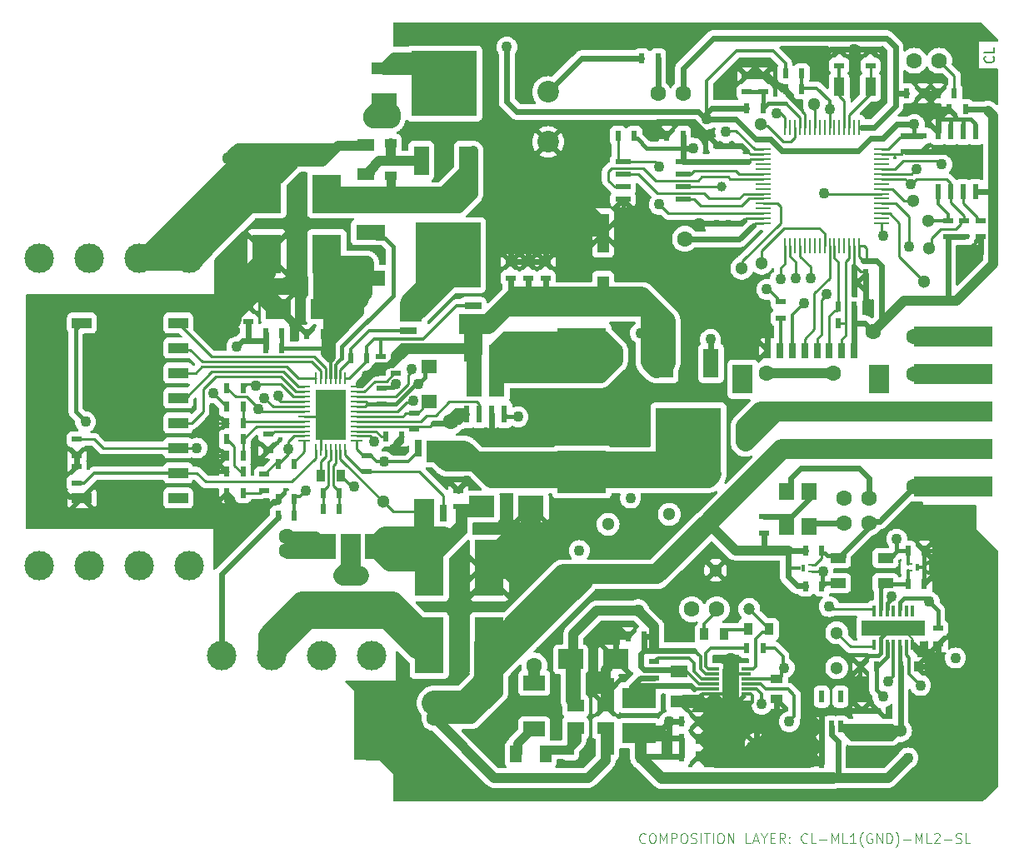
<source format=gbr>
%TF.GenerationSoftware,KiCad,Pcbnew,7.0.8*%
%TF.CreationDate,2024-06-23T22:41:18+02:00*%
%TF.ProjectId,Stima V4 Power,5374696d-6120-4563-9420-506f7765722e,rev?*%
%TF.SameCoordinates,Original*%
%TF.FileFunction,Copper,L1,Top*%
%TF.FilePolarity,Positive*%
%FSLAX46Y46*%
G04 Gerber Fmt 4.6, Leading zero omitted, Abs format (unit mm)*
G04 Created by KiCad (PCBNEW 7.0.8) date 2024-06-23 22:41:18*
%MOMM*%
%LPD*%
G01*
G04 APERTURE LIST*
%ADD10C,0.100000*%
%TA.AperFunction,NonConductor*%
%ADD11C,0.100000*%
%TD*%
%ADD12C,0.150000*%
%TA.AperFunction,NonConductor*%
%ADD13C,0.150000*%
%TD*%
%TA.AperFunction,SMDPad,CuDef*%
%ADD14R,0.600000X1.000000*%
%TD*%
%TA.AperFunction,ComponentPad*%
%ADD15C,3.000000*%
%TD*%
%TA.AperFunction,SMDPad,CuDef*%
%ADD16R,1.600000X3.000000*%
%TD*%
%TA.AperFunction,SMDPad,CuDef*%
%ADD17R,6.700000X6.700000*%
%TD*%
%TA.AperFunction,SMDPad,CuDef*%
%ADD18R,1.000000X0.600000*%
%TD*%
%TA.AperFunction,ComponentPad*%
%ADD19C,1.600000*%
%TD*%
%TA.AperFunction,SMDPad,CuDef*%
%ADD20R,2.100000X3.000000*%
%TD*%
%TA.AperFunction,SMDPad,CuDef*%
%ADD21R,0.800000X1.600000*%
%TD*%
%TA.AperFunction,SMDPad,CuDef*%
%ADD22R,1.100000X1.900000*%
%TD*%
%TA.AperFunction,ComponentPad*%
%ADD23C,1.300000*%
%TD*%
%TA.AperFunction,SMDPad,CuDef*%
%ADD24R,0.900000X1.270000*%
%TD*%
%TA.AperFunction,ComponentPad*%
%ADD25C,1.200000*%
%TD*%
%TA.AperFunction,SMDPad,CuDef*%
%ADD26R,1.800000X1.200000*%
%TD*%
%TA.AperFunction,SMDPad,CuDef*%
%ADD27R,2.600000X2.200000*%
%TD*%
%TA.AperFunction,SMDPad,CuDef*%
%ADD28R,1.600000X1.000000*%
%TD*%
%TA.AperFunction,SMDPad,CuDef*%
%ADD29R,2.200000X1.600000*%
%TD*%
%TA.AperFunction,SMDPad,CuDef*%
%ADD30R,0.600000X1.800000*%
%TD*%
%TA.AperFunction,SMDPad,CuDef*%
%ADD31R,1.650000X3.800000*%
%TD*%
%TA.AperFunction,ComponentPad*%
%ADD32C,2.200000*%
%TD*%
%TA.AperFunction,SMDPad,CuDef*%
%ADD33R,3.000000X1.600000*%
%TD*%
%TA.AperFunction,SMDPad,CuDef*%
%ADD34R,2.000000X1.100000*%
%TD*%
%TA.AperFunction,SMDPad,CuDef*%
%ADD35R,2.500000X2.000000*%
%TD*%
%TA.AperFunction,SMDPad,CuDef*%
%ADD36R,0.800000X0.300000*%
%TD*%
%TA.AperFunction,ComponentPad*%
%ADD37C,0.600000*%
%TD*%
%TA.AperFunction,ComponentPad*%
%ADD38R,1.800000X2.600000*%
%TD*%
%TA.AperFunction,SMDPad,CuDef*%
%ADD39R,0.400000X0.800000*%
%TD*%
%TA.AperFunction,SMDPad,CuDef*%
%ADD40R,6.500000X1.650000*%
%TD*%
%TA.AperFunction,SMDPad,CuDef*%
%ADD41R,1.600000X1.800000*%
%TD*%
%TA.AperFunction,SMDPad,CuDef*%
%ADD42R,3.000000X4.000000*%
%TD*%
%TA.AperFunction,SMDPad,CuDef*%
%ADD43R,1.700000X0.760000*%
%TD*%
%TA.AperFunction,SMDPad,CuDef*%
%ADD44R,2.290000X2.030000*%
%TD*%
%TA.AperFunction,SMDPad,CuDef*%
%ADD45R,0.760000X1.700000*%
%TD*%
%TA.AperFunction,SMDPad,CuDef*%
%ADD46R,2.030000X2.290000*%
%TD*%
%TA.AperFunction,SMDPad,CuDef*%
%ADD47R,0.450000X0.250000*%
%TD*%
%TA.AperFunction,SMDPad,CuDef*%
%ADD48R,0.400000X0.300000*%
%TD*%
%TA.AperFunction,SMDPad,CuDef*%
%ADD49R,2.000000X2.500000*%
%TD*%
%TA.AperFunction,SMDPad,CuDef*%
%ADD50R,0.280000X1.500000*%
%TD*%
%TA.AperFunction,SMDPad,CuDef*%
%ADD51R,1.500000X0.280000*%
%TD*%
%TA.AperFunction,SMDPad,CuDef*%
%ADD52R,0.700000X2.300000*%
%TD*%
%TA.AperFunction,SMDPad,CuDef*%
%ADD53R,1.700000X1.300000*%
%TD*%
%TA.AperFunction,SMDPad,CuDef*%
%ADD54R,1.200000X4.000000*%
%TD*%
%TA.AperFunction,SMDPad,CuDef*%
%ADD55R,1.270000X0.900000*%
%TD*%
%TA.AperFunction,SMDPad,CuDef*%
%ADD56R,1.200000X1.800000*%
%TD*%
%TA.AperFunction,SMDPad,CuDef*%
%ADD57R,1.600000X1.400000*%
%TD*%
%TA.AperFunction,SMDPad,CuDef*%
%ADD58R,0.600000X0.600000*%
%TD*%
%TA.AperFunction,SMDPad,CuDef*%
%ADD59R,0.600000X1.600000*%
%TD*%
%TA.AperFunction,SMDPad,CuDef*%
%ADD60R,0.600000X1.200000*%
%TD*%
%TA.AperFunction,SMDPad,CuDef*%
%ADD61R,3.400000X1.100000*%
%TD*%
%TA.AperFunction,SMDPad,CuDef*%
%ADD62R,3.400000X0.980000*%
%TD*%
%TA.AperFunction,SMDPad,CuDef*%
%ADD63R,1.220000X0.910000*%
%TD*%
%TA.AperFunction,SMDPad,CuDef*%
%ADD64R,1.200000X0.250000*%
%TD*%
%TA.AperFunction,SMDPad,CuDef*%
%ADD65R,0.250000X1.200000*%
%TD*%
%TA.AperFunction,SMDPad,CuDef*%
%ADD66R,3.150000X5.150000*%
%TD*%
%TA.AperFunction,SMDPad,CuDef*%
%ADD67R,1.600000X0.600000*%
%TD*%
%TA.AperFunction,SMDPad,CuDef*%
%ADD68R,8.000000X2.000000*%
%TD*%
%TA.AperFunction,SMDPad,CuDef*%
%ADD69R,5.000000X3.100000*%
%TD*%
%TA.AperFunction,SMDPad,CuDef*%
%ADD70R,2.600000X1.200000*%
%TD*%
%TA.AperFunction,ViaPad*%
%ADD71C,1.100000*%
%TD*%
%TA.AperFunction,ViaPad*%
%ADD72C,1.000000*%
%TD*%
%TA.AperFunction,ViaPad*%
%ADD73C,1.600000*%
%TD*%
%TA.AperFunction,Conductor*%
%ADD74C,0.280000*%
%TD*%
%TA.AperFunction,Conductor*%
%ADD75C,0.250000*%
%TD*%
%TA.AperFunction,Conductor*%
%ADD76C,0.300000*%
%TD*%
%TA.AperFunction,Conductor*%
%ADD77C,0.600000*%
%TD*%
%TA.AperFunction,Conductor*%
%ADD78C,0.400000*%
%TD*%
%TA.AperFunction,Conductor*%
%ADD79C,2.000000*%
%TD*%
%TA.AperFunction,Conductor*%
%ADD80C,1.000000*%
%TD*%
%TA.AperFunction,Conductor*%
%ADD81C,1.500000*%
%TD*%
%TA.AperFunction,Conductor*%
%ADD82C,0.200000*%
%TD*%
%TA.AperFunction,Conductor*%
%ADD83C,1.200000*%
%TD*%
%TA.AperFunction,Conductor*%
%ADD84C,2.500000*%
%TD*%
%TA.AperFunction,Conductor*%
%ADD85C,0.500000*%
%TD*%
%TA.AperFunction,Conductor*%
%ADD86C,0.800000*%
%TD*%
%TA.AperFunction,Conductor*%
%ADD87C,0.900000*%
%TD*%
%TA.AperFunction,Conductor*%
%ADD88C,1.300000*%
%TD*%
G04 APERTURE END LIST*
D10*
D11*
X162063727Y-148737780D02*
X162016108Y-148785400D01*
X162016108Y-148785400D02*
X161873251Y-148833019D01*
X161873251Y-148833019D02*
X161778013Y-148833019D01*
X161778013Y-148833019D02*
X161635156Y-148785400D01*
X161635156Y-148785400D02*
X161539918Y-148690161D01*
X161539918Y-148690161D02*
X161492299Y-148594923D01*
X161492299Y-148594923D02*
X161444680Y-148404447D01*
X161444680Y-148404447D02*
X161444680Y-148261590D01*
X161444680Y-148261590D02*
X161492299Y-148071114D01*
X161492299Y-148071114D02*
X161539918Y-147975876D01*
X161539918Y-147975876D02*
X161635156Y-147880638D01*
X161635156Y-147880638D02*
X161778013Y-147833019D01*
X161778013Y-147833019D02*
X161873251Y-147833019D01*
X161873251Y-147833019D02*
X162016108Y-147880638D01*
X162016108Y-147880638D02*
X162063727Y-147928257D01*
X162682775Y-147833019D02*
X162873251Y-147833019D01*
X162873251Y-147833019D02*
X162968489Y-147880638D01*
X162968489Y-147880638D02*
X163063727Y-147975876D01*
X163063727Y-147975876D02*
X163111346Y-148166352D01*
X163111346Y-148166352D02*
X163111346Y-148499685D01*
X163111346Y-148499685D02*
X163063727Y-148690161D01*
X163063727Y-148690161D02*
X162968489Y-148785400D01*
X162968489Y-148785400D02*
X162873251Y-148833019D01*
X162873251Y-148833019D02*
X162682775Y-148833019D01*
X162682775Y-148833019D02*
X162587537Y-148785400D01*
X162587537Y-148785400D02*
X162492299Y-148690161D01*
X162492299Y-148690161D02*
X162444680Y-148499685D01*
X162444680Y-148499685D02*
X162444680Y-148166352D01*
X162444680Y-148166352D02*
X162492299Y-147975876D01*
X162492299Y-147975876D02*
X162587537Y-147880638D01*
X162587537Y-147880638D02*
X162682775Y-147833019D01*
X163539918Y-148833019D02*
X163539918Y-147833019D01*
X163539918Y-147833019D02*
X163873251Y-148547304D01*
X163873251Y-148547304D02*
X164206584Y-147833019D01*
X164206584Y-147833019D02*
X164206584Y-148833019D01*
X164682775Y-148833019D02*
X164682775Y-147833019D01*
X164682775Y-147833019D02*
X165063727Y-147833019D01*
X165063727Y-147833019D02*
X165158965Y-147880638D01*
X165158965Y-147880638D02*
X165206584Y-147928257D01*
X165206584Y-147928257D02*
X165254203Y-148023495D01*
X165254203Y-148023495D02*
X165254203Y-148166352D01*
X165254203Y-148166352D02*
X165206584Y-148261590D01*
X165206584Y-148261590D02*
X165158965Y-148309209D01*
X165158965Y-148309209D02*
X165063727Y-148356828D01*
X165063727Y-148356828D02*
X164682775Y-148356828D01*
X165873251Y-147833019D02*
X166063727Y-147833019D01*
X166063727Y-147833019D02*
X166158965Y-147880638D01*
X166158965Y-147880638D02*
X166254203Y-147975876D01*
X166254203Y-147975876D02*
X166301822Y-148166352D01*
X166301822Y-148166352D02*
X166301822Y-148499685D01*
X166301822Y-148499685D02*
X166254203Y-148690161D01*
X166254203Y-148690161D02*
X166158965Y-148785400D01*
X166158965Y-148785400D02*
X166063727Y-148833019D01*
X166063727Y-148833019D02*
X165873251Y-148833019D01*
X165873251Y-148833019D02*
X165778013Y-148785400D01*
X165778013Y-148785400D02*
X165682775Y-148690161D01*
X165682775Y-148690161D02*
X165635156Y-148499685D01*
X165635156Y-148499685D02*
X165635156Y-148166352D01*
X165635156Y-148166352D02*
X165682775Y-147975876D01*
X165682775Y-147975876D02*
X165778013Y-147880638D01*
X165778013Y-147880638D02*
X165873251Y-147833019D01*
X166682775Y-148785400D02*
X166825632Y-148833019D01*
X166825632Y-148833019D02*
X167063727Y-148833019D01*
X167063727Y-148833019D02*
X167158965Y-148785400D01*
X167158965Y-148785400D02*
X167206584Y-148737780D01*
X167206584Y-148737780D02*
X167254203Y-148642542D01*
X167254203Y-148642542D02*
X167254203Y-148547304D01*
X167254203Y-148547304D02*
X167206584Y-148452066D01*
X167206584Y-148452066D02*
X167158965Y-148404447D01*
X167158965Y-148404447D02*
X167063727Y-148356828D01*
X167063727Y-148356828D02*
X166873251Y-148309209D01*
X166873251Y-148309209D02*
X166778013Y-148261590D01*
X166778013Y-148261590D02*
X166730394Y-148213971D01*
X166730394Y-148213971D02*
X166682775Y-148118733D01*
X166682775Y-148118733D02*
X166682775Y-148023495D01*
X166682775Y-148023495D02*
X166730394Y-147928257D01*
X166730394Y-147928257D02*
X166778013Y-147880638D01*
X166778013Y-147880638D02*
X166873251Y-147833019D01*
X166873251Y-147833019D02*
X167111346Y-147833019D01*
X167111346Y-147833019D02*
X167254203Y-147880638D01*
X167682775Y-148833019D02*
X167682775Y-147833019D01*
X168016108Y-147833019D02*
X168587536Y-147833019D01*
X168301822Y-148833019D02*
X168301822Y-147833019D01*
X168920870Y-148833019D02*
X168920870Y-147833019D01*
X169587536Y-147833019D02*
X169778012Y-147833019D01*
X169778012Y-147833019D02*
X169873250Y-147880638D01*
X169873250Y-147880638D02*
X169968488Y-147975876D01*
X169968488Y-147975876D02*
X170016107Y-148166352D01*
X170016107Y-148166352D02*
X170016107Y-148499685D01*
X170016107Y-148499685D02*
X169968488Y-148690161D01*
X169968488Y-148690161D02*
X169873250Y-148785400D01*
X169873250Y-148785400D02*
X169778012Y-148833019D01*
X169778012Y-148833019D02*
X169587536Y-148833019D01*
X169587536Y-148833019D02*
X169492298Y-148785400D01*
X169492298Y-148785400D02*
X169397060Y-148690161D01*
X169397060Y-148690161D02*
X169349441Y-148499685D01*
X169349441Y-148499685D02*
X169349441Y-148166352D01*
X169349441Y-148166352D02*
X169397060Y-147975876D01*
X169397060Y-147975876D02*
X169492298Y-147880638D01*
X169492298Y-147880638D02*
X169587536Y-147833019D01*
X170444679Y-148833019D02*
X170444679Y-147833019D01*
X170444679Y-147833019D02*
X171016107Y-148833019D01*
X171016107Y-148833019D02*
X171016107Y-147833019D01*
X172730393Y-148833019D02*
X172254203Y-148833019D01*
X172254203Y-148833019D02*
X172254203Y-147833019D01*
X173016108Y-148547304D02*
X173492298Y-148547304D01*
X172920870Y-148833019D02*
X173254203Y-147833019D01*
X173254203Y-147833019D02*
X173587536Y-148833019D01*
X174111346Y-148356828D02*
X174111346Y-148833019D01*
X173778013Y-147833019D02*
X174111346Y-148356828D01*
X174111346Y-148356828D02*
X174444679Y-147833019D01*
X174778013Y-148309209D02*
X175111346Y-148309209D01*
X175254203Y-148833019D02*
X174778013Y-148833019D01*
X174778013Y-148833019D02*
X174778013Y-147833019D01*
X174778013Y-147833019D02*
X175254203Y-147833019D01*
X176254203Y-148833019D02*
X175920870Y-148356828D01*
X175682775Y-148833019D02*
X175682775Y-147833019D01*
X175682775Y-147833019D02*
X176063727Y-147833019D01*
X176063727Y-147833019D02*
X176158965Y-147880638D01*
X176158965Y-147880638D02*
X176206584Y-147928257D01*
X176206584Y-147928257D02*
X176254203Y-148023495D01*
X176254203Y-148023495D02*
X176254203Y-148166352D01*
X176254203Y-148166352D02*
X176206584Y-148261590D01*
X176206584Y-148261590D02*
X176158965Y-148309209D01*
X176158965Y-148309209D02*
X176063727Y-148356828D01*
X176063727Y-148356828D02*
X175682775Y-148356828D01*
X176682775Y-148737780D02*
X176730394Y-148785400D01*
X176730394Y-148785400D02*
X176682775Y-148833019D01*
X176682775Y-148833019D02*
X176635156Y-148785400D01*
X176635156Y-148785400D02*
X176682775Y-148737780D01*
X176682775Y-148737780D02*
X176682775Y-148833019D01*
X176682775Y-148213971D02*
X176730394Y-148261590D01*
X176730394Y-148261590D02*
X176682775Y-148309209D01*
X176682775Y-148309209D02*
X176635156Y-148261590D01*
X176635156Y-148261590D02*
X176682775Y-148213971D01*
X176682775Y-148213971D02*
X176682775Y-148309209D01*
X178492298Y-148737780D02*
X178444679Y-148785400D01*
X178444679Y-148785400D02*
X178301822Y-148833019D01*
X178301822Y-148833019D02*
X178206584Y-148833019D01*
X178206584Y-148833019D02*
X178063727Y-148785400D01*
X178063727Y-148785400D02*
X177968489Y-148690161D01*
X177968489Y-148690161D02*
X177920870Y-148594923D01*
X177920870Y-148594923D02*
X177873251Y-148404447D01*
X177873251Y-148404447D02*
X177873251Y-148261590D01*
X177873251Y-148261590D02*
X177920870Y-148071114D01*
X177920870Y-148071114D02*
X177968489Y-147975876D01*
X177968489Y-147975876D02*
X178063727Y-147880638D01*
X178063727Y-147880638D02*
X178206584Y-147833019D01*
X178206584Y-147833019D02*
X178301822Y-147833019D01*
X178301822Y-147833019D02*
X178444679Y-147880638D01*
X178444679Y-147880638D02*
X178492298Y-147928257D01*
X179397060Y-148833019D02*
X178920870Y-148833019D01*
X178920870Y-148833019D02*
X178920870Y-147833019D01*
X179730394Y-148452066D02*
X180492299Y-148452066D01*
X180968489Y-148833019D02*
X180968489Y-147833019D01*
X180968489Y-147833019D02*
X181301822Y-148547304D01*
X181301822Y-148547304D02*
X181635155Y-147833019D01*
X181635155Y-147833019D02*
X181635155Y-148833019D01*
X182587536Y-148833019D02*
X182111346Y-148833019D01*
X182111346Y-148833019D02*
X182111346Y-147833019D01*
X183444679Y-148833019D02*
X182873251Y-148833019D01*
X183158965Y-148833019D02*
X183158965Y-147833019D01*
X183158965Y-147833019D02*
X183063727Y-147975876D01*
X183063727Y-147975876D02*
X182968489Y-148071114D01*
X182968489Y-148071114D02*
X182873251Y-148118733D01*
X184158965Y-149213971D02*
X184111346Y-149166352D01*
X184111346Y-149166352D02*
X184016108Y-149023495D01*
X184016108Y-149023495D02*
X183968489Y-148928257D01*
X183968489Y-148928257D02*
X183920870Y-148785400D01*
X183920870Y-148785400D02*
X183873251Y-148547304D01*
X183873251Y-148547304D02*
X183873251Y-148356828D01*
X183873251Y-148356828D02*
X183920870Y-148118733D01*
X183920870Y-148118733D02*
X183968489Y-147975876D01*
X183968489Y-147975876D02*
X184016108Y-147880638D01*
X184016108Y-147880638D02*
X184111346Y-147737780D01*
X184111346Y-147737780D02*
X184158965Y-147690161D01*
X185063727Y-147880638D02*
X184968489Y-147833019D01*
X184968489Y-147833019D02*
X184825632Y-147833019D01*
X184825632Y-147833019D02*
X184682775Y-147880638D01*
X184682775Y-147880638D02*
X184587537Y-147975876D01*
X184587537Y-147975876D02*
X184539918Y-148071114D01*
X184539918Y-148071114D02*
X184492299Y-148261590D01*
X184492299Y-148261590D02*
X184492299Y-148404447D01*
X184492299Y-148404447D02*
X184539918Y-148594923D01*
X184539918Y-148594923D02*
X184587537Y-148690161D01*
X184587537Y-148690161D02*
X184682775Y-148785400D01*
X184682775Y-148785400D02*
X184825632Y-148833019D01*
X184825632Y-148833019D02*
X184920870Y-148833019D01*
X184920870Y-148833019D02*
X185063727Y-148785400D01*
X185063727Y-148785400D02*
X185111346Y-148737780D01*
X185111346Y-148737780D02*
X185111346Y-148404447D01*
X185111346Y-148404447D02*
X184920870Y-148404447D01*
X185539918Y-148833019D02*
X185539918Y-147833019D01*
X185539918Y-147833019D02*
X186111346Y-148833019D01*
X186111346Y-148833019D02*
X186111346Y-147833019D01*
X186587537Y-148833019D02*
X186587537Y-147833019D01*
X186587537Y-147833019D02*
X186825632Y-147833019D01*
X186825632Y-147833019D02*
X186968489Y-147880638D01*
X186968489Y-147880638D02*
X187063727Y-147975876D01*
X187063727Y-147975876D02*
X187111346Y-148071114D01*
X187111346Y-148071114D02*
X187158965Y-148261590D01*
X187158965Y-148261590D02*
X187158965Y-148404447D01*
X187158965Y-148404447D02*
X187111346Y-148594923D01*
X187111346Y-148594923D02*
X187063727Y-148690161D01*
X187063727Y-148690161D02*
X186968489Y-148785400D01*
X186968489Y-148785400D02*
X186825632Y-148833019D01*
X186825632Y-148833019D02*
X186587537Y-148833019D01*
X187492299Y-149213971D02*
X187539918Y-149166352D01*
X187539918Y-149166352D02*
X187635156Y-149023495D01*
X187635156Y-149023495D02*
X187682775Y-148928257D01*
X187682775Y-148928257D02*
X187730394Y-148785400D01*
X187730394Y-148785400D02*
X187778013Y-148547304D01*
X187778013Y-148547304D02*
X187778013Y-148356828D01*
X187778013Y-148356828D02*
X187730394Y-148118733D01*
X187730394Y-148118733D02*
X187682775Y-147975876D01*
X187682775Y-147975876D02*
X187635156Y-147880638D01*
X187635156Y-147880638D02*
X187539918Y-147737780D01*
X187539918Y-147737780D02*
X187492299Y-147690161D01*
X188254204Y-148452066D02*
X189016109Y-148452066D01*
X189492299Y-148833019D02*
X189492299Y-147833019D01*
X189492299Y-147833019D02*
X189825632Y-148547304D01*
X189825632Y-148547304D02*
X190158965Y-147833019D01*
X190158965Y-147833019D02*
X190158965Y-148833019D01*
X191111346Y-148833019D02*
X190635156Y-148833019D01*
X190635156Y-148833019D02*
X190635156Y-147833019D01*
X191397061Y-147928257D02*
X191444680Y-147880638D01*
X191444680Y-147880638D02*
X191539918Y-147833019D01*
X191539918Y-147833019D02*
X191778013Y-147833019D01*
X191778013Y-147833019D02*
X191873251Y-147880638D01*
X191873251Y-147880638D02*
X191920870Y-147928257D01*
X191920870Y-147928257D02*
X191968489Y-148023495D01*
X191968489Y-148023495D02*
X191968489Y-148118733D01*
X191968489Y-148118733D02*
X191920870Y-148261590D01*
X191920870Y-148261590D02*
X191349442Y-148833019D01*
X191349442Y-148833019D02*
X191968489Y-148833019D01*
X192397061Y-148452066D02*
X193158966Y-148452066D01*
X193587537Y-148785400D02*
X193730394Y-148833019D01*
X193730394Y-148833019D02*
X193968489Y-148833019D01*
X193968489Y-148833019D02*
X194063727Y-148785400D01*
X194063727Y-148785400D02*
X194111346Y-148737780D01*
X194111346Y-148737780D02*
X194158965Y-148642542D01*
X194158965Y-148642542D02*
X194158965Y-148547304D01*
X194158965Y-148547304D02*
X194111346Y-148452066D01*
X194111346Y-148452066D02*
X194063727Y-148404447D01*
X194063727Y-148404447D02*
X193968489Y-148356828D01*
X193968489Y-148356828D02*
X193778013Y-148309209D01*
X193778013Y-148309209D02*
X193682775Y-148261590D01*
X193682775Y-148261590D02*
X193635156Y-148213971D01*
X193635156Y-148213971D02*
X193587537Y-148118733D01*
X193587537Y-148118733D02*
X193587537Y-148023495D01*
X193587537Y-148023495D02*
X193635156Y-147928257D01*
X193635156Y-147928257D02*
X193682775Y-147880638D01*
X193682775Y-147880638D02*
X193778013Y-147833019D01*
X193778013Y-147833019D02*
X194016108Y-147833019D01*
X194016108Y-147833019D02*
X194158965Y-147880638D01*
X195063727Y-148833019D02*
X194587537Y-148833019D01*
X194587537Y-148833019D02*
X194587537Y-147833019D01*
D12*
D13*
X197411995Y-68889772D02*
X197459615Y-68937391D01*
X197459615Y-68937391D02*
X197507234Y-69080248D01*
X197507234Y-69080248D02*
X197507234Y-69175486D01*
X197507234Y-69175486D02*
X197459615Y-69318343D01*
X197459615Y-69318343D02*
X197364376Y-69413581D01*
X197364376Y-69413581D02*
X197269138Y-69461200D01*
X197269138Y-69461200D02*
X197078662Y-69508819D01*
X197078662Y-69508819D02*
X196935805Y-69508819D01*
X196935805Y-69508819D02*
X196745329Y-69461200D01*
X196745329Y-69461200D02*
X196650091Y-69413581D01*
X196650091Y-69413581D02*
X196554853Y-69318343D01*
X196554853Y-69318343D02*
X196507234Y-69175486D01*
X196507234Y-69175486D02*
X196507234Y-69080248D01*
X196507234Y-69080248D02*
X196554853Y-68937391D01*
X196554853Y-68937391D02*
X196602472Y-68889772D01*
X197507234Y-67985010D02*
X197507234Y-68461200D01*
X197507234Y-68461200D02*
X196507234Y-68461200D01*
D14*
%TO.P,C38,1,1*%
%TO.N,Net-(U5-2P5VCC)*%
X135661415Y-107543600D03*
%TO.P,C38,2,2*%
%TO.N,GND*%
X137312415Y-107543600D03*
%TD*%
%TO.P,R20,1,1*%
%TO.N,Net-(U5-NTC)*%
X124739415Y-110337600D03*
%TO.P,R20,2,2*%
%TO.N,Net-(U5-NTCBIAS)*%
X126390415Y-110337600D03*
%TD*%
%TO.P,C12,1,1*%
%TO.N,/Stima V4 Power_Cpu/-RESET*%
X177952415Y-72237600D03*
%TO.P,C12,2,2*%
%TO.N,GND*%
X176301415Y-72237600D03*
%TD*%
D15*
%TO.P,J3,1,1*%
%TO.N,Net-(J3-Pad1)*%
X115722415Y-89382600D03*
%TO.P,J3,2,2*%
X110642415Y-89382600D03*
%TO.P,J3,3,3*%
%TO.N,Net-(F1-Pad1)*%
X105562415Y-89382600D03*
%TO.P,J3,4,4*%
X100482415Y-89382600D03*
%TD*%
D14*
%TO.P,C41,1,1*%
%TO.N,Net-(U5-CCREFP)*%
X130962415Y-114909600D03*
%TO.P,C41,2,2*%
%TO.N,Net-(U5-CCREFM)*%
X129311415Y-114909600D03*
%TD*%
D16*
%TO.P,Q2,1,G*%
%TO.N,Net-(Q2-G)*%
X168732215Y-100050600D03*
D17*
%TO.P,Q2,2,D*%
%TO.N,Net-(Q2-D)*%
X166420815Y-107899200D03*
D16*
%TO.P,Q2,3,S*%
%TO.N,Net-(Q2-S)*%
X164109415Y-100050600D03*
%TD*%
D18*
%TO.P,C30,1,1*%
%TO.N,Net-(Q2-S)*%
X148361415Y-91414600D03*
%TO.P,C30,2,2*%
%TO.N,GND*%
X148361415Y-89763600D03*
%TD*%
%TO.P,R6,1,1*%
%TO.N,GND*%
X196113415Y-87223590D03*
%TO.P,R6,2,2*%
%TO.N,Net-(U2-WP)*%
X196113415Y-85572590D03*
%TD*%
D14*
%TO.P,C35,1,1*%
%TO.N,Net-(U5-UVCLFB)*%
X121183415Y-106146600D03*
%TO.P,C35,2,2*%
%TO.N,GND*%
X119532415Y-106146600D03*
%TD*%
D19*
%TO.P,BATT1,1*%
%TO.N,Net-(U1-VBAT)*%
X165887415Y-72618600D03*
%TO.P,BATT1,2*%
%TO.N,Net-(BATT1-Pad2)*%
X163347415Y-72618600D03*
%TD*%
D20*
%TO.P,J1,*%
%TO.N,*%
X171956415Y-101701600D03*
X185786415Y-101701600D03*
D21*
%TO.P,J1,1,1*%
%TO.N,GND*%
X174496415Y-98780600D03*
%TO.P,J1,2,2*%
%TO.N,Net-(J1-Pad2)*%
X175746415Y-98780600D03*
%TO.P,J1,3,3*%
%TO.N,/Stima V4 Power_Cpu/SWO*%
X176996415Y-98780600D03*
%TO.P,J1,4,4*%
%TO.N,/Stima V4 Power_Cpu/TXD*%
X178246415Y-98780600D03*
%TO.P,J1,5,5*%
%TO.N,/Stima V4 Power_Cpu/SWCLK*%
X179496415Y-98780600D03*
%TO.P,J1,6,6*%
%TO.N,/Stima V4 Power_Cpu/RXD*%
X180746415Y-98780600D03*
%TO.P,J1,7,7*%
%TO.N,/Stima V4 Power_Cpu/SWDIO*%
X181996415Y-98780600D03*
%TO.P,J1,8,8*%
%TO.N,+3V3*%
X183246415Y-98780600D03*
%TD*%
D14*
%TO.P,R27,1,1*%
%TO.N,Net-(U5-NTC)*%
X126390415Y-113893600D03*
%TO.P,R27,2,2*%
%TO.N,GND*%
X124739415Y-113893600D03*
%TD*%
%TO.P,C3,1,1*%
%TO.N,+3V3*%
X194589415Y-74242980D03*
%TO.P,C3,2,2*%
%TO.N,GND*%
X192938415Y-74242980D03*
%TD*%
D22*
%TO.P,X1,1,OSC1*%
%TO.N,Net-(U1-PC15{slash}OSC32_OUT)*%
X181737015Y-71983600D03*
%TO.P,X1,2,OSC2*%
%TO.N,Net-(U1-PC14{slash}OSC32_IN)*%
X184937415Y-71983600D03*
%TD*%
D23*
%TO.P,TP8,1,1*%
%TO.N,I2C1_SDA*%
X190779415Y-85572600D03*
%TD*%
D14*
%TO.P,R28,1,1*%
%TO.N,Net-(U6-SPS)*%
X172364415Y-129006600D03*
%TO.P,R28,2,2*%
%TO.N,Net-(U6-BIAS)*%
X174015415Y-129006600D03*
%TD*%
D24*
%TO.P,C39,1,1*%
%TO.N,Net-(U5-CSPM5)*%
X129057415Y-111480600D03*
%TO.P,C39,2,2*%
%TO.N,Net-(U5-CSP)*%
X131089415Y-111480600D03*
%TD*%
D25*
%TO.P,J7,1,1*%
%TO.N,Net-(DL1-K)*%
X172618415Y-125042980D03*
%TD*%
D26*
%TO.P,C48,1,1*%
%TO.N,+12V*%
X165506415Y-131419600D03*
%TO.P,C48,2,2*%
%TO.N,GND*%
X165506415Y-134419600D03*
%TD*%
D14*
%TO.P,C20,1,1*%
%TO.N,GND*%
X190398415Y-119100590D03*
%TO.P,C20,2,2*%
%TO.N,Net-(U4-CANL)*%
X188747415Y-119100590D03*
%TD*%
D18*
%TO.P,C29,1,1*%
%TO.N,Net-(Q2-S)*%
X136677415Y-99415600D03*
%TO.P,C29,2,2*%
%TO.N,Net-(U5-SYSM5)*%
X136677415Y-101066600D03*
%TD*%
%TO.P,C55,1,1*%
%TO.N,+3V3*%
X184048415Y-137007600D03*
%TO.P,C55,2,2*%
%TO.N,GND*%
X184048415Y-135356600D03*
%TD*%
D15*
%TO.P,J5,1,1*%
%TO.N,+AL*%
X100482415Y-120624600D03*
%TO.P,J5,2,2*%
X105562415Y-120624600D03*
%TO.P,J5,3,3*%
%TO.N,EGND*%
X110642415Y-120624600D03*
%TO.P,J5,4,4*%
X115722415Y-120624600D03*
%TD*%
D14*
%TO.P,FIL1,1,1*%
%TO.N,+3V3*%
X172364415Y-74142600D03*
%TO.P,FIL1,2,2*%
%TO.N,Net-(U1-VDDA{slash}VREF+)*%
X174015415Y-74142600D03*
%TD*%
D24*
%TO.P,DL1,1,K*%
%TO.N,Net-(DL1-K)*%
X174650415Y-127101600D03*
%TO.P,DL1,2,A*%
%TO.N,Net-(DL1-A)*%
X172491415Y-127101600D03*
%TD*%
D18*
%TO.P,C2,1,1*%
%TO.N,Net-(U1-VDDA{slash}VREF+)*%
X174015415Y-72491600D03*
%TO.P,C2,2,2*%
%TO.N,GND*%
X174015415Y-70840600D03*
%TD*%
%TO.P,R24,1,1*%
%TO.N,GND*%
X104292415Y-109448590D03*
%TO.P,R24,2,2*%
%TO.N,Net-(U5-MPPT)*%
X104292415Y-107797590D03*
%TD*%
D14*
%TO.P,C25,1,1*%
%TO.N,EGND*%
X178333415Y-119073980D03*
%TO.P,C25,2,2*%
%TO.N,/Stima V4 Power_Can/CANL*%
X179984415Y-119073980D03*
%TD*%
D27*
%TO.P,C44,1,1*%
%TO.N,Net-(U5-BATSENS)*%
X145440415Y-114655600D03*
%TO.P,C44,2,2*%
%TO.N,GND*%
X150433415Y-114655600D03*
%TD*%
D18*
%TO.P,C40,1,1*%
%TO.N,Net-(U5-CSP)*%
X133756415Y-109448600D03*
%TO.P,C40,2,2*%
%TO.N,Net-(U5-CSN)*%
X133756415Y-111099600D03*
%TD*%
D23*
%TO.P,TP3,1,1*%
%TO.N,Net-(U1-PB4)*%
X189255415Y-83540600D03*
%TD*%
D28*
%TO.P,L1,1,1*%
%TO.N,Net-(U4-CANH)*%
X186461415Y-122402590D03*
%TO.P,L1,2,2*%
%TO.N,Net-(U4-CANL)*%
X186461415Y-119862590D03*
%TO.P,L1,3,3*%
%TO.N,/Stima V4 Power_Can/CANL*%
X181635415Y-119862590D03*
%TO.P,L1,4,4*%
%TO.N,/Stima V4 Power_Can/CANH*%
X181635415Y-122402590D03*
%TD*%
D29*
%TO.P,D3,1,K*%
%TO.N,Net-(D3-K)*%
X150774415Y-137261600D03*
%TO.P,D3,2,A*%
%TO.N,+AL*%
X150774415Y-132562600D03*
%TD*%
D30*
%TO.P,Q3,D1,D1*%
%TO.N,Net-(Q2-S)*%
X143916415Y-99034600D03*
D31*
X144678415Y-101574600D03*
D30*
X145186415Y-99034600D03*
%TO.P,Q3,D2,D2*%
%TO.N,Net-(U5-SW)*%
X146456415Y-99034600D03*
D31*
X146964415Y-101574600D03*
D30*
X147726415Y-99034600D03*
%TO.P,Q3,G1,G1*%
%TO.N,Net-(U5-TG)*%
X145186415Y-105257600D03*
%TO.P,Q3,G2,G2*%
%TO.N,Net-(U5-BG)*%
X147726415Y-105257600D03*
%TO.P,Q3,S1,S1*%
%TO.N,Net-(U5-SW)*%
X143916415Y-105257600D03*
%TO.P,Q3,S2,S2*%
%TO.N,GND*%
X146456415Y-105257600D03*
%TD*%
D32*
%TO.P,C16,1,1*%
%TO.N,Net-(C16-Pad1)*%
X152171415Y-72491600D03*
%TO.P,C16,2,2*%
%TO.N,GND*%
X152171495Y-77571680D03*
%TD*%
D33*
%TO.P,Q1,1,G*%
%TO.N,Net-(Q1-G)*%
X134137415Y-86765180D03*
D17*
%TO.P,Q1,2,D*%
%TO.N,Net-(Q1-D)*%
X141986015Y-89076580D03*
D33*
%TO.P,Q1,3,S*%
%TO.N,Net-(DZ3-K)*%
X134137415Y-91387980D03*
%TD*%
D23*
%TO.P,TP4,1,1*%
%TO.N,Net-(U1-PC2)*%
X179222415Y-73761600D03*
%TD*%
D18*
%TO.P,C1,1,1*%
%TO.N,Net-(U1-VDDA{slash}VREF+)*%
X172364415Y-72491600D03*
%TO.P,C1,2,2*%
%TO.N,GND*%
X172364415Y-70840600D03*
%TD*%
D34*
%TO.P,SW1,+,+*%
%TO.N,/Stima V4 Power_Solar-Battery/INTVCC*%
X104800415Y-95986600D03*
%TO.P,SW1,-,-*%
%TO.N,GND*%
X104800415Y-113766600D03*
%TO.P,SW1,1,1*%
%TO.N,Net-(U5-CHEM0)*%
X114579415Y-95986600D03*
%TO.P,SW1,2,2*%
%TO.N,Net-(U5-CHEM1)*%
X114579415Y-98526600D03*
%TO.P,SW1,3,3*%
%TO.N,Net-(U5-CELLS0)*%
X114579415Y-101066600D03*
%TO.P,SW1,4,4*%
%TO.N,Net-(U5-CELLS1)*%
X114579415Y-103606600D03*
%TO.P,SW1,5,5*%
%TO.N,Net-(U5-CELLS2)*%
X114579415Y-106146600D03*
%TO.P,SW1,6,6*%
%TO.N,Net-(U5-MPPT)*%
X114579415Y-108686600D03*
%TO.P,SW1,7,7*%
%TO.N,Net-(U5-EQ)*%
X114579415Y-111226600D03*
%TO.P,SW1,8,8*%
%TO.N,unconnected-(SW1-Pad8)*%
X114579415Y-113766600D03*
%TD*%
D23*
%TO.P,TP18,1,1*%
%TO.N,EGND*%
X141884415Y-135356600D03*
%TD*%
D14*
%TO.P,C23,1,1*%
%TO.N,+5V*%
X185572415Y-130911590D03*
%TO.P,C23,2,2*%
%TO.N,GND*%
X183921415Y-130911590D03*
%TD*%
D35*
%TO.P,DZ3,1,K*%
%TO.N,Net-(DZ3-K)*%
X129311415Y-94589600D03*
%TO.P,DZ3,2,A*%
%TO.N,GND*%
X124739415Y-94589600D03*
%TD*%
D23*
%TO.P,TP7,1,1*%
%TO.N,I2C1_SCL*%
X190906415Y-88366600D03*
%TD*%
D19*
%TO.P,JP7,1*%
%TO.N,+5V*%
X166776415Y-125069600D03*
%TO.P,JP7,2*%
%TO.N,Net-(JP7-Pad2)*%
X169316415Y-125069600D03*
%TD*%
D23*
%TO.P,TP13,1,1*%
%TO.N,Net-(Q2-S)*%
X158267415Y-116433600D03*
%TD*%
D19*
%TO.P,BOOT1,1*%
%TO.N,Net-(U1-PH3{slash}BOOT0)*%
X191922415Y-69316600D03*
%TO.P,BOOT1,2*%
%TO.N,+3V3*%
X189382415Y-69316600D03*
%TD*%
D23*
%TO.P,TP9,1,1*%
%TO.N,CAN1_TX*%
X181508415Y-127455980D03*
%TD*%
D36*
%TO.P,U6,1,SPS*%
%TO.N,Net-(U6-SPS)*%
X168935415Y-131165600D03*
X169189415Y-131165600D03*
%TO.P,U6,2,EN*%
%TO.N,+12V*%
X168935415Y-131665600D03*
X169189415Y-131665600D03*
%TO.P,U6,3,BST*%
%TO.N,Net-(U6-BST)*%
X168935415Y-132165600D03*
X169189415Y-132165600D03*
%TO.P,U6,4,SUP*%
%TO.N,+12V*%
X168935415Y-132665600D03*
X169189415Y-132665600D03*
%TO.P,U6,5,LX*%
%TO.N,Net-(U6-LX)*%
X168935415Y-133165600D03*
X169189415Y-133165600D03*
%TO.P,U6,6,PGND*%
%TO.N,GND*%
X168935415Y-133665600D03*
X169189415Y-133665600D03*
%TO.P,U6,7,AGND*%
X172189415Y-133665600D03*
X172443415Y-133665600D03*
X172443415Y-133665600D03*
%TO.P,U6,8,FB*%
%TO.N,Net-(U6-BIAS)*%
X172189415Y-133165600D03*
X172443415Y-133165600D03*
%TO.P,U6,9,OUT*%
%TO.N,+5V*%
X172189415Y-132665600D03*
X172443415Y-132665600D03*
%TO.P,U6,10,BIAS*%
%TO.N,Net-(U6-BIAS)*%
X172189415Y-132165600D03*
X172443415Y-132165600D03*
%TO.P,U6,11,SYNC*%
%TO.N,GND*%
X172189415Y-131665600D03*
X172443415Y-131665600D03*
%TO.P,U6,12,PGOOD*%
%TO.N,Net-(DL1-K)*%
X172189415Y-131165600D03*
X172443415Y-131165600D03*
D37*
%TO.P,U6,13,EP*%
%TO.N,GND*%
X170181415Y-131526600D03*
X170181415Y-133304600D03*
D38*
X170689415Y-132415600D03*
D37*
X171197415Y-131526600D03*
X171197415Y-133304600D03*
%TD*%
D14*
%TO.P,C19,1,1*%
%TO.N,EGND*%
X178333425Y-122756980D03*
%TO.P,C19,2,2*%
%TO.N,/Stima V4 Power_Can/CANH*%
X179984425Y-122756980D03*
%TD*%
%TO.P,C51,1,1*%
%TO.N,GND*%
X167411415Y-140055600D03*
%TO.P,C51,2,2*%
%TO.N,+5V*%
X165760415Y-140055600D03*
%TD*%
D19*
%TO.P,JP4,1*%
%TO.N,Net-(JP4-Pad1)*%
X184810415Y-113739980D03*
%TO.P,JP4,2*%
%TO.N,/Stima V4 Power_Can/CANL*%
X184810415Y-116279980D03*
%TD*%
D18*
%TO.P,R22,1,1*%
%TO.N,GND*%
X123723415Y-108940600D03*
%TO.P,R22,2,2*%
%TO.N,Net-(U5-RT)*%
X123723415Y-107289600D03*
%TD*%
%TO.P,C4,1,1*%
%TO.N,+3V3*%
X171094415Y-79576980D03*
%TO.P,C4,2,2*%
%TO.N,GND*%
X171094415Y-77925980D03*
%TD*%
D14*
%TO.P,R21,1,1*%
%TO.N,Net-(U5-CCREFM)*%
X129311415Y-113258600D03*
%TO.P,R21,2,2*%
%TO.N,Net-(U5-CCREFP)*%
X130962415Y-113258600D03*
%TD*%
%TO.P,R17,1,1*%
%TO.N,+3V3*%
X121183415Y-102590600D03*
%TO.P,R17,2,2*%
%TO.N,-SMBALERT*%
X119532415Y-102590600D03*
%TD*%
D39*
%TO.P,U4,1,TXD*%
%TO.N,CAN1_TX*%
X185318415Y-128473190D03*
X185318415Y-128879590D03*
%TO.P,U4,2,GND*%
%TO.N,GND*%
X185968415Y-128473190D03*
X185968415Y-128879590D03*
%TO.P,U4,3,VCC*%
%TO.N,+5V*%
X186618415Y-128473190D03*
X186618415Y-128879590D03*
%TO.P,U4,4,RXD*%
%TO.N,CAN1_RX*%
X187268415Y-128473190D03*
X187268415Y-128879590D03*
%TO.P,U4,5,VIO*%
%TO.N,+3V3*%
X187918415Y-128473190D03*
X187918415Y-128879590D03*
%TO.P,U4,6,EN*%
%TO.N,EN_CAN*%
X188568415Y-128473190D03*
X188568415Y-128879590D03*
%TO.P,U4,7,INH*%
%TO.N,GND*%
X189218415Y-128473190D03*
X189218415Y-128879590D03*
%TO.P,U4,8,ERR_N*%
%TO.N,unconnected-(U4-ERR_N-Pad8)*%
X189218415Y-125066790D03*
X189218415Y-125473190D03*
%TO.P,U4,9,WAKE*%
%TO.N,unconnected-(U4-WAKE-Pad9)*%
X188568415Y-125066790D03*
X188568415Y-125473190D03*
%TO.P,U4,10,VBAT*%
%TO.N,+12V*%
X187918415Y-125066790D03*
X187918415Y-125473190D03*
%TO.P,U4,11,NC*%
%TO.N,unconnected-(U4-NC-Pad11)*%
X187268415Y-125066790D03*
X187268415Y-125473190D03*
%TO.P,U4,12,CANL*%
%TO.N,Net-(U4-CANL)*%
X186618415Y-125066790D03*
X186618415Y-125473190D03*
%TO.P,U4,13,CANH*%
%TO.N,Net-(U4-CANH)*%
X185968415Y-125066790D03*
X185968415Y-125473190D03*
%TO.P,U4,14,STB_N*%
%TO.N,STB_CAN*%
X185318415Y-125066790D03*
X185318415Y-125473190D03*
D40*
%TO.P,U4,15,GND*%
%TO.N,GND*%
X187268415Y-126973190D03*
%TD*%
D14*
%TO.P,R14,1,1*%
%TO.N,Net-(C27-Pad2)*%
X123469415Y-98526600D03*
%TO.P,R14,2,2*%
%TO.N,Net-(DZ3-K)*%
X125120415Y-98526600D03*
%TD*%
%TO.P,C42,1,1*%
%TO.N,Net-(U5-VC)*%
X121183415Y-109448600D03*
%TO.P,C42,2,2*%
%TO.N,GND*%
X119532415Y-109448600D03*
%TD*%
D18*
%TO.P,C37,1,1*%
%TO.N,Net-(D2-K)*%
X138582415Y-105130600D03*
%TO.P,C37,2,2*%
%TO.N,Net-(U5-SW)*%
X138582415Y-106781600D03*
%TD*%
D16*
%TO.P,Q4,1,G*%
%TO.N,Net-(DZ6-A)*%
X139293615Y-79476600D03*
D17*
%TO.P,Q4,2,D*%
%TO.N,Net-(Q4-D)*%
X141605015Y-71628000D03*
D16*
%TO.P,Q4,3,S*%
%TO.N,Net-(DZ6-K)*%
X143916415Y-79476600D03*
%TD*%
D23*
%TO.P,+5V1,1,1*%
%TO.N,+5V*%
X161696415Y-140182600D03*
%TD*%
D41*
%TO.P,R11,1,1*%
%TO.N,Net-(C21-Pad2)*%
X178714415Y-113104980D03*
%TO.P,R11,2,2*%
%TO.N,Net-(JP3-Pad2)*%
X178714415Y-116660980D03*
%TD*%
D42*
%TO.P,L2,1,1*%
%TO.N,Net-(DZ6-K)*%
X129692415Y-82830710D03*
%TO.P,L2,2,2*%
%TO.N,Net-(DZ3-K)*%
X129692415Y-88926710D03*
%TO.P,L2,3,3*%
%TO.N,Net-(J3-Pad1)*%
X123596415Y-82830710D03*
%TO.P,L2,4,4*%
%TO.N,GND*%
X123596415Y-88926710D03*
%TD*%
D23*
%TO.P,MCO1,1,1*%
%TO.N,Net-(U1-PA8)*%
X173888415Y-89890600D03*
%TD*%
%TO.P,TP1,1,1*%
%TO.N,Net-(U1-PA0)*%
X173761415Y-75793600D03*
%TD*%
%TO.P,GND2,1,1*%
%TO.N,GND*%
X173305815Y-138784000D03*
%TD*%
D35*
%TO.P,DZ4,1,K*%
%TO.N,+12V*%
X154457415Y-130149600D03*
%TO.P,DZ4,2,A*%
%TO.N,GND*%
X159029415Y-130149600D03*
%TD*%
D43*
%TO.P,R13,E1,E1*%
%TO.N,Net-(U5-CLP)*%
X137947415Y-96748600D03*
%TO.P,R13,E2,E2*%
%TO.N,Net-(U5-CLN)*%
X144551415Y-94208600D03*
D44*
%TO.P,R13,I1,I1*%
%TO.N,Net-(Q1-D)*%
X138252215Y-94843600D03*
%TO.P,R13,I2,I2*%
%TO.N,Net-(Q2-S)*%
X144246615Y-96113600D03*
%TD*%
D14*
%TO.P,R19,1,1*%
%TO.N,Net-(C45-Pad1)*%
X119532415Y-107797600D03*
%TO.P,R19,2,2*%
%TO.N,Net-(U5-VC)*%
X121183415Y-107797600D03*
%TD*%
D18*
%TO.P,R1,1,1*%
%TO.N,/Stima V4 Power_Cpu/-RESET*%
X175793415Y-93827600D03*
%TO.P,R1,2,2*%
%TO.N,Net-(J1-Pad2)*%
X175793415Y-95478600D03*
%TD*%
D19*
%TO.P,JP3,1*%
%TO.N,/Stima V4 Power_Can/CANH*%
X182270415Y-113739980D03*
%TO.P,JP3,2*%
%TO.N,Net-(JP3-Pad2)*%
X182270415Y-116279980D03*
%TD*%
D18*
%TO.P,R26,1,1*%
%TO.N,Net-(R26-Pad1)*%
X123342415Y-113004600D03*
%TO.P,R26,2,2*%
%TO.N,Net-(U5-NTC)*%
X123342415Y-111353600D03*
%TD*%
D45*
%TO.P,R18,E1,E1*%
%TO.N,Net-(U5-CSP)*%
X138963415Y-108686600D03*
%TO.P,R18,E2,E2*%
%TO.N,Net-(U5-CSN)*%
X141503415Y-115290600D03*
D46*
%TO.P,R18,I1,I1*%
%TO.N,Net-(Q2-D)*%
X140868415Y-108991400D03*
%TO.P,R18,I2,I2*%
%TO.N,Net-(U5-BATSENS)*%
X139598415Y-114985800D03*
%TD*%
D47*
%TO.P,DZ2,1,A/K*%
%TO.N,/Stima V4 Power_Can/CANH*%
X178968415Y-121232980D03*
X178739815Y-121232980D03*
%TO.P,DZ2,2,A/K*%
%TO.N,/Stima V4 Power_Can/CANL*%
X178968415Y-120572580D03*
X178739815Y-120572580D03*
D39*
%TO.P,DZ2,3,A/K*%
%TO.N,EGND*%
X178054015Y-120902780D03*
D48*
X177698415Y-120902780D03*
X177495215Y-120902780D03*
%TD*%
D49*
%TO.P,JP5,1,1*%
%TO.N,Net-(Q2-S)*%
X129605415Y-118719600D03*
%TO.P,JP5,2,2*%
%TO.N,+AL*%
X132105415Y-118719600D03*
%TO.P,JP5,3,3*%
%TO.N,Net-(U5-BATSENS)*%
X134605415Y-118719600D03*
%TD*%
D15*
%TO.P,J4,1,1*%
%TO.N,Net-(J4-Pad1)*%
X119024415Y-129768600D03*
%TO.P,J4,2,2*%
%TO.N,Net-(J4-Pad2)*%
X124104415Y-129768600D03*
%TO.P,J4,3,3*%
%TO.N,EGND*%
X129184415Y-129768600D03*
%TO.P,J4,4,4*%
X134264415Y-129768600D03*
%TD*%
D23*
%TO.P,TP6,1,1*%
%TO.N,Net-(DZ3-K)*%
X132994415Y-93573600D03*
%TD*%
D50*
%TO.P,U1,1,VBAT*%
%TO.N,Net-(U1-VBAT)*%
X183765405Y-76083600D03*
%TO.P,U1,2,PC13*%
%TO.N,unconnected-(U1-PC13-Pad2)*%
X183265415Y-76083600D03*
%TO.P,U1,3,PC14/OSC32_IN*%
%TO.N,Net-(U1-PC14{slash}OSC32_IN)*%
X182765415Y-76083600D03*
%TO.P,U1,4,PC15/OSC32_OUT*%
%TO.N,Net-(U1-PC15{slash}OSC32_OUT)*%
X182265415Y-76083600D03*
%TO.P,U1,5,PH0/OSC_IN*%
%TO.N,unconnected-(U1-PH0{slash}OSC_IN-Pad5)*%
X181765415Y-76083600D03*
%TO.P,U1,6,PH1/OSC_OUT*%
%TO.N,unconnected-(U1-PH1{slash}OSC_OUT-Pad6)*%
X181265415Y-76083600D03*
%TO.P,U1,7,NRST*%
%TO.N,/Stima V4 Power_Cpu/-RESET*%
X180765415Y-76083600D03*
%TO.P,U1,8,PC0*%
%TO.N,unconnected-(U1-PC0-Pad8)*%
X180265415Y-76083600D03*
%TO.P,U1,9,PC1*%
%TO.N,unconnected-(U1-PC1-Pad9)*%
X179765415Y-76083600D03*
%TO.P,U1,10,PC2*%
%TO.N,Net-(U1-PC2)*%
X179265415Y-76083600D03*
%TO.P,U1,11,PC3*%
%TO.N,unconnected-(U1-PC3-Pad11)*%
X178765415Y-76083600D03*
%TO.P,U1,12,VSSA/VREF-*%
%TO.N,GND*%
X178265425Y-76083600D03*
%TO.P,U1,13,VDDA/VREF+*%
%TO.N,Net-(U1-VDDA{slash}VREF+)*%
X177765415Y-76083600D03*
%TO.P,U1,14,PA0*%
%TO.N,Net-(U1-PA0)*%
X177265415Y-76083600D03*
%TO.P,U1,15,PA1*%
%TO.N,unconnected-(U1-PA1-Pad15)*%
X176765425Y-76083600D03*
%TO.P,U1,16,PA2*%
%TO.N,-SMBALERT*%
X176265425Y-76083600D03*
D51*
%TO.P,U1,17,PA3*%
%TO.N,/Stima V4 Power_Cpu/F_SCK*%
X174015425Y-78333600D03*
%TO.P,U1,18,VSS*%
%TO.N,GND*%
X174015425Y-78833600D03*
%TO.P,U1,19,VDD*%
%TO.N,+3V3*%
X174015425Y-79333600D03*
%TO.P,U1,20,PA4*%
%TO.N,unconnected-(U1-PA4-Pad20)*%
X174015425Y-79833600D03*
%TO.P,U1,21,PA5*%
%TO.N,unconnected-(U1-PA5-Pad21)*%
X174015425Y-80333600D03*
%TO.P,U1,22,PA6*%
%TO.N,/Stima V4 Power_Cpu/F_I{slash}O3*%
X174015425Y-80833600D03*
%TO.P,U1,23,PA7*%
%TO.N,/Stima V4 Power_Cpu/F_I{slash}O2*%
X174015425Y-81333600D03*
%TO.P,U1,24,PC4*%
%TO.N,unconnected-(U1-PC4-Pad24)*%
X174015425Y-81833600D03*
%TO.P,U1,25,PC5*%
%TO.N,unconnected-(U1-PC5-Pad25)*%
X174015425Y-82333600D03*
%TO.P,U1,26,PB0*%
%TO.N,/Stima V4 Power_Cpu/F_I{slash}O1*%
X174015425Y-82833590D03*
%TO.P,U1,27,PB1*%
%TO.N,/Stima V4 Power_Cpu/F_I{slash}O0*%
X174015425Y-83333590D03*
%TO.P,U1,28,PB2*%
%TO.N,Net-(U1-PB2)*%
X174015425Y-83833590D03*
%TO.P,U1,29,PB10*%
%TO.N,unconnected-(U1-PB10-Pad29)*%
X174015425Y-84333590D03*
%TO.P,U1,30,PB11*%
%TO.N,/Stima V4 Power_Cpu/F_-CS*%
X174015425Y-84833590D03*
%TO.P,U1,31,VSS*%
%TO.N,GND*%
X174015425Y-85333590D03*
%TO.P,U1,32,VDD*%
%TO.N,+3V3*%
X174015425Y-85833590D03*
D50*
%TO.P,U1,33,PB12*%
%TO.N,CAN1_RX*%
X176265425Y-88083590D03*
%TO.P,U1,34,PB13*%
%TO.N,CAN1_TX*%
X176765425Y-88083590D03*
%TO.P,U1,35,PB14*%
%TO.N,unconnected-(U1-PB14-Pad35)*%
X177265415Y-88083590D03*
%TO.P,U1,36,PB15*%
%TO.N,STB_CAN*%
X177765415Y-88083590D03*
%TO.P,U1,37,PC6*%
%TO.N,unconnected-(U1-PC6-Pad37)*%
X178265425Y-88083590D03*
%TO.P,U1,38,PC7*%
%TO.N,unconnected-(U1-PC7-Pad38)*%
X178765415Y-88083590D03*
%TO.P,U1,39,PC8*%
%TO.N,unconnected-(U1-PC8-Pad39)*%
X179265415Y-88083590D03*
%TO.P,U1,40,PC9*%
%TO.N,unconnected-(U1-PC9-Pad40)*%
X179765415Y-88083590D03*
%TO.P,U1,41,PA8*%
%TO.N,Net-(U1-PA8)*%
X180265415Y-88083590D03*
%TO.P,U1,42,PA9*%
%TO.N,/Stima V4 Power_Cpu/TXD*%
X180765415Y-88083590D03*
%TO.P,U1,43,PA10*%
%TO.N,/Stima V4 Power_Cpu/RXD*%
X181265415Y-88083590D03*
%TO.P,U1,44,PA11*%
%TO.N,unconnected-(U1-PA11-Pad44)*%
X181765415Y-88083590D03*
%TO.P,U1,45,PA12*%
%TO.N,unconnected-(U1-PA12-Pad45)*%
X182265415Y-88083590D03*
%TO.P,U1,46,PA13*%
%TO.N,/Stima V4 Power_Cpu/SWDIO*%
X182765415Y-88083590D03*
%TO.P,U1,47,VSS*%
%TO.N,GND*%
X183265415Y-88083590D03*
%TO.P,U1,48,VDDUSB*%
%TO.N,+3V3*%
X183765405Y-88083590D03*
D51*
%TO.P,U1,49,PA14*%
%TO.N,/Stima V4 Power_Cpu/SWCLK*%
X186015415Y-85833590D03*
%TO.P,U1,50,PA15*%
%TO.N,unconnected-(U1-PA15-Pad50)*%
X186015415Y-85333590D03*
%TO.P,U1,51,PC10*%
%TO.N,Net-(U1-PC10)*%
X186015415Y-84833590D03*
%TO.P,U1,52,PC11*%
%TO.N,unconnected-(U1-PC11-Pad52)*%
X186015415Y-84333590D03*
%TO.P,U1,53,PC12*%
%TO.N,EN_CAN*%
X186015415Y-83833590D03*
%TO.P,U1,54,PD2*%
%TO.N,unconnected-(U1-PD2-Pad54)*%
X186015415Y-83333590D03*
%TO.P,U1,55,PB3*%
%TO.N,/Stima V4 Power_Cpu/SWO*%
X186015415Y-82833590D03*
%TO.P,U1,56,PB4*%
%TO.N,Net-(U1-PB4)*%
X186015415Y-82333600D03*
%TO.P,U1,57,PB5*%
%TO.N,unconnected-(U1-PB5-Pad57)*%
X186015415Y-81833600D03*
%TO.P,U1,58,PB6*%
%TO.N,I2C1_SCL*%
X186015415Y-81333600D03*
%TO.P,U1,59,PB7*%
%TO.N,I2C1_SDA*%
X186015415Y-80833600D03*
%TO.P,U1,60,PH3/BOOT0*%
%TO.N,Net-(U1-PH3{slash}BOOT0)*%
X186015415Y-80333600D03*
%TO.P,U1,61,PB8*%
%TO.N,unconnected-(U1-PB8-Pad61)*%
X186015415Y-79833600D03*
%TO.P,U1,62,PB9*%
%TO.N,unconnected-(U1-PB9-Pad62)*%
X186015415Y-79333600D03*
%TO.P,U1,63,VSS*%
%TO.N,GND*%
X186015415Y-78833600D03*
%TO.P,U1,64,VDD*%
%TO.N,+3V3*%
X186015415Y-78333600D03*
%TD*%
D14*
%TO.P,R7,1,1*%
%TO.N,Net-(U1-PH3{slash}BOOT0)*%
X193446415Y-72618600D03*
%TO.P,R7,2,2*%
%TO.N,GND*%
X191795415Y-72618600D03*
%TD*%
D18*
%TO.P,R16,1,1*%
%TO.N,GND*%
X121691415Y-94208600D03*
%TO.P,R16,2,2*%
%TO.N,Net-(C27-Pad2)*%
X121691415Y-95859600D03*
%TD*%
D14*
%TO.P,R31,1,1*%
%TO.N,GND*%
X119532415Y-113258600D03*
%TO.P,R31,2,2*%
%TO.N,Net-(R26-Pad1)*%
X121183415Y-113258600D03*
%TD*%
D52*
%TO.P,L5,1,1*%
%TO.N,Net-(F2-Pad2)*%
X154457415Y-138785600D03*
X154457415Y-137642600D03*
D53*
X154965415Y-137134600D03*
%TO.P,L5,2,2*%
%TO.N,+12V*%
X154965415Y-134848600D03*
D52*
X154457415Y-134340600D03*
X154457415Y-133197600D03*
D53*
%TO.P,L5,3,3*%
%TO.N,GND*%
X158013415Y-134848600D03*
D52*
X158521415Y-134340600D03*
X158521415Y-133197600D03*
%TO.P,L5,4,4*%
%TO.N,EGND*%
X158521415Y-138785600D03*
X158521415Y-137642600D03*
D53*
X158013415Y-137134600D03*
%TD*%
D54*
%TO.P,C28,1,1*%
%TO.N,Net-(Q2-S)*%
X157759415Y-93192600D03*
%TO.P,C28,2,2*%
%TO.N,GND*%
X157759415Y-86842600D03*
%TD*%
D55*
%TO.P,C52,1,1*%
%TO.N,GND*%
X175412415Y-134213600D03*
%TO.P,C52,2,2*%
%TO.N,Net-(U6-BIAS)*%
X175412415Y-132181600D03*
%TD*%
D14*
%TO.P,C50,1,1*%
%TO.N,GND*%
X167411415Y-138277600D03*
%TO.P,C50,2,2*%
%TO.N,+5V*%
X165760415Y-138277600D03*
%TD*%
%TO.P,R9,1,1*%
%TO.N,/Stima V4 Power_Cpu/F_-CS*%
X159283415Y-76936600D03*
%TO.P,R9,2,2*%
%TO.N,+3V3*%
X160934415Y-76936600D03*
%TD*%
D26*
%TO.P,R30,1,1*%
%TO.N,Net-(J3-Pad1)*%
X133629415Y-77873600D03*
%TO.P,R30,2,2*%
%TO.N,Net-(DZ6-A)*%
X133629415Y-80873600D03*
%TD*%
D14*
%TO.P,C6,1,1*%
%TO.N,+3V3*%
X186080415Y-91033600D03*
%TO.P,C6,2,2*%
%TO.N,GND*%
X184429415Y-91033600D03*
%TD*%
D18*
%TO.P,C43,1,1*%
%TO.N,Net-(U5-BATSENS)*%
X143027415Y-114655600D03*
%TO.P,C43,2,2*%
%TO.N,GND*%
X143027415Y-113004600D03*
%TD*%
D23*
%TO.P,GND1,1,1*%
%TO.N,GND*%
X169189415Y-121105980D03*
%TD*%
D18*
%TO.P,R4,1,1*%
%TO.N,I2C1_SCL*%
X194462415Y-85572600D03*
%TO.P,R4,2,2*%
%TO.N,+3V3*%
X194462415Y-87223600D03*
%TD*%
D14*
%TO.P,C54,1,1*%
%TO.N,+5V*%
X181635415Y-139039590D03*
%TO.P,C54,2,2*%
%TO.N,GND*%
X179984415Y-139039590D03*
%TD*%
D56*
%TO.P,F2,1,1*%
%TO.N,Net-(D3-K)*%
X148917415Y-139801600D03*
%TO.P,F2,2,2*%
%TO.N,Net-(F2-Pad2)*%
X151917415Y-139801600D03*
%TD*%
D57*
%TO.P,D2,1,K*%
%TO.N,Net-(D2-K)*%
X140106415Y-103987600D03*
%TO.P,D2,2,A*%
%TO.N,/Stima V4 Power_Solar-Battery/INTVCC*%
X140106415Y-100431600D03*
%TD*%
D18*
%TO.P,C31,1,1*%
%TO.N,Net-(Q2-S)*%
X150139415Y-91414600D03*
%TO.P,C31,2,2*%
%TO.N,GND*%
X150139415Y-89763600D03*
%TD*%
D23*
%TO.P,TP14,1,1*%
%TO.N,Net-(U5-BATSENS)*%
X135407415Y-114147600D03*
%TD*%
D14*
%TO.P,R23,1,1*%
%TO.N,Net-(J4-Pad1)*%
X124739415Y-115544600D03*
%TO.P,R23,2,2*%
%TO.N,Net-(U5-NTC)*%
X126390415Y-115544600D03*
%TD*%
D18*
%TO.P,C11,1,1*%
%TO.N,GND*%
X190144415Y-78587590D03*
%TO.P,C11,2,2*%
%TO.N,+3V3*%
X190144415Y-76936590D03*
%TD*%
%TO.P,R5,1,1*%
%TO.N,I2C1_SDA*%
X192811415Y-85572600D03*
%TO.P,R5,2,2*%
%TO.N,+3V3*%
X192811415Y-87223600D03*
%TD*%
D58*
%TO.P,DZ5,1,K*%
%TO.N,+3V3*%
X185699415Y-137007600D03*
%TO.P,DZ5,2,A*%
%TO.N,GND*%
X185699415Y-135356600D03*
%TD*%
D23*
%TO.P,TP5,1,1*%
%TO.N,Net-(U1-PC10)*%
X190398415Y-91768980D03*
%TD*%
D14*
%TO.P,R2,1,1*%
%TO.N,+3V3*%
X183286415Y-95986600D03*
%TO.P,R2,2,2*%
%TO.N,/Stima V4 Power_Cpu/SWDIO*%
X181635415Y-95986600D03*
%TD*%
D59*
%TO.P,U2,1,A0*%
%TO.N,GND*%
X195605415Y-76555600D03*
%TO.P,U2,2,A1*%
X194335415Y-76555600D03*
%TO.P,U2,3,A2*%
X193065415Y-76555600D03*
%TO.P,U2,4,GND*%
X191795415Y-76555600D03*
%TO.P,U2,5,SDA*%
%TO.N,I2C1_SDA*%
X191795415Y-82651600D03*
%TO.P,U2,6,SCL*%
%TO.N,I2C1_SCL*%
X193065415Y-82651600D03*
%TO.P,U2,7,WP*%
%TO.N,Net-(U2-WP)*%
X194335415Y-82651600D03*
%TO.P,U2,8,Vcc*%
%TO.N,+3V3*%
X195605415Y-82651600D03*
%TD*%
D18*
%TO.P,C46,1,1*%
%TO.N,Net-(U6-BST)*%
X162966415Y-130403600D03*
%TO.P,C46,2,2*%
%TO.N,Net-(U6-LX)*%
X162966415Y-132054600D03*
%TD*%
D14*
%TO.P,C27,1,1*%
%TO.N,Net-(DZ3-K)*%
X125120415Y-97002600D03*
%TO.P,C27,2,2*%
%TO.N,Net-(C27-Pad2)*%
X123469415Y-97002600D03*
%TD*%
%TO.P,R15,1,1*%
%TO.N,Net-(C27-Pad2)*%
X119532415Y-104495600D03*
%TO.P,R15,2,2*%
%TO.N,Net-(U5-UVCLFB)*%
X121183415Y-104495600D03*
%TD*%
%TO.P,C22,1,1*%
%TO.N,+3V3*%
X187985415Y-130911600D03*
%TO.P,C22,2,2*%
%TO.N,GND*%
X189636415Y-130911600D03*
%TD*%
%TO.P,R8,1,1*%
%TO.N,/Stima V4 Power_Cpu/-RESET*%
X177952415Y-70586600D03*
%TO.P,R8,2,2*%
%TO.N,+3V3*%
X176301415Y-70586600D03*
%TD*%
D60*
%TO.P,U7,1,GND*%
%TO.N,GND*%
X179984415Y-137007590D03*
%TO.P,U7,2,VIN*%
%TO.N,+5V*%
X180934415Y-137007590D03*
%TO.P,U7,3,VOUT*%
%TO.N,+3V3*%
X181884415Y-137007590D03*
%TO.P,U7,4,NC*%
%TO.N,unconnected-(U7-NC-Pad4)*%
X181889415Y-133959590D03*
%TO.P,U7,5,NC*%
%TO.N,unconnected-(U7-NC-Pad5)*%
X179984415Y-133959590D03*
%TD*%
D61*
%TO.P,L6,1,1*%
%TO.N,Net-(U6-LX)*%
X161442415Y-133578600D03*
D62*
X161442415Y-134594600D03*
%TO.P,L6,2,2*%
%TO.N,+5V*%
X161442415Y-137134600D03*
D61*
X161442415Y-138150600D03*
%TD*%
D63*
%TO.P,DZ6,1,K*%
%TO.N,Net-(DZ6-K)*%
X136169415Y-80984600D03*
%TO.P,DZ6,2,A*%
%TO.N,Net-(DZ6-A)*%
X136169415Y-77714600D03*
%TD*%
D14*
%TO.P,C45,1,1*%
%TO.N,Net-(C45-Pad1)*%
X121183415Y-111099600D03*
%TO.P,C45,2,2*%
%TO.N,GND*%
X119532415Y-111099600D03*
%TD*%
D23*
%TO.P,TP17,1,1*%
%TO.N,+AL*%
X164490415Y-115417600D03*
%TD*%
D18*
%TO.P,C34,1,1*%
%TO.N,Net-(U5-CLN)*%
X135153415Y-99415600D03*
%TO.P,C34,2,2*%
%TO.N,Net-(Q2-S)*%
X135153415Y-101066600D03*
%TD*%
D14*
%TO.P,C15,1,1*%
%TO.N,Net-(U1-VBAT)*%
X188620415Y-72618600D03*
%TO.P,C15,2,2*%
%TO.N,GND*%
X190271415Y-72618600D03*
%TD*%
%TO.P,C18,1,1*%
%TO.N,GND*%
X190398415Y-122529590D03*
%TO.P,C18,2,2*%
%TO.N,Net-(U4-CANH)*%
X188747415Y-122529590D03*
%TD*%
D47*
%TO.P,DZ1,1,A/K*%
%TO.N,Net-(U4-CANL)*%
X188747415Y-120497590D03*
X188976015Y-120497590D03*
%TO.P,DZ1,2,A/K*%
%TO.N,Net-(U4-CANH)*%
X188747415Y-121157990D03*
X188976015Y-121157990D03*
D39*
%TO.P,DZ1,3,A/K*%
%TO.N,GND*%
X189661815Y-120827790D03*
D48*
X190017415Y-120827790D03*
X190220615Y-120827790D03*
%TD*%
D14*
%TO.P,C49,1,1*%
%TO.N,GND*%
X167411415Y-136499600D03*
%TO.P,C49,2,2*%
%TO.N,+5V*%
X165760415Y-136499600D03*
%TD*%
%TO.P,R10,1,1*%
%TO.N,Net-(BATT1-Pad2)*%
X163347415Y-69062600D03*
%TO.P,R10,2,2*%
%TO.N,Net-(C16-Pad1)*%
X161696415Y-69062600D03*
%TD*%
D23*
%TO.P,TP10,1,1*%
%TO.N,CAN1_RX*%
X181508415Y-131011980D03*
%TD*%
D18*
%TO.P,C8,1,1*%
%TO.N,GND*%
X169443415Y-77925980D03*
%TO.P,C8,2,2*%
%TO.N,+3V3*%
X169443415Y-79576980D03*
%TD*%
%TO.P,C9,1,1*%
%TO.N,GND*%
X169062415Y-85826600D03*
%TO.P,C9,2,2*%
%TO.N,+3V3*%
X169062415Y-87477600D03*
%TD*%
D64*
%TO.P,U5,1,CELLS1*%
%TO.N,Net-(U5-CELLS1)*%
X127406415Y-102463600D03*
%TO.P,U5,2,CELLS2*%
%TO.N,Net-(U5-CELLS2)*%
X127406415Y-102963600D03*
%TO.P,U5,3,DVCC*%
%TO.N,+3V3*%
X127406415Y-103463600D03*
%TO.P,U5,4,SCL*%
%TO.N,I2C1_SCL*%
X127406415Y-103963600D03*
%TO.P,U5,5,SDA*%
%TO.N,I2C1_SDA*%
X127406415Y-104463600D03*
%TO.P,U5,6,\u005C~{SMBALERT}*%
%TO.N,-SMBALERT*%
X127406415Y-104963600D03*
%TO.P,U5,7,SGND*%
%TO.N,GND*%
X127406415Y-105463600D03*
%TO.P,U5,8,UVCLFB*%
%TO.N,Net-(U5-UVCLFB)*%
X127406415Y-105963600D03*
%TO.P,U5,9,VC*%
%TO.N,Net-(U5-VC)*%
X127406415Y-106463600D03*
%TO.P,U5,10,RT*%
%TO.N,Net-(U5-RT)*%
X127406415Y-106963600D03*
%TO.P,U5,11,NTC*%
%TO.N,Net-(U5-NTC)*%
X127406415Y-107463600D03*
%TO.P,U5,12,NTCBIAS*%
%TO.N,Net-(U5-NTCBIAS)*%
X127406415Y-107963600D03*
D65*
%TO.P,U5,13,EQ*%
%TO.N,Net-(U5-EQ)*%
X128560415Y-108867590D03*
%TO.P,U5,14,GND*%
%TO.N,GND*%
X129060415Y-108867590D03*
%TO.P,U5,15,CSPM5*%
%TO.N,Net-(U5-CSPM5)*%
X129560415Y-108867590D03*
%TO.P,U5,16,CCREFM*%
%TO.N,Net-(U5-CCREFM)*%
X130060415Y-108867590D03*
%TO.P,U5,17,CCREFP*%
%TO.N,Net-(U5-CCREFP)*%
X130560415Y-108867590D03*
%TO.P,U5,18,BATSENS*%
%TO.N,Net-(U5-BATSENS)*%
X131060415Y-108867590D03*
%TO.P,U5,19,CSN*%
%TO.N,Net-(U5-CSN)*%
X131560415Y-108867590D03*
D64*
%TO.P,U5,20,CSP*%
%TO.N,Net-(U5-CSP)*%
X132714415Y-107963590D03*
%TO.P,U5,21,MPPT*%
%TO.N,Net-(U5-MPPT)*%
X132714415Y-107463590D03*
%TO.P,U5,22,2P5VCC*%
%TO.N,Net-(U5-2P5VCC)*%
X132714415Y-106963590D03*
%TO.P,U5,23,SW*%
%TO.N,Net-(U5-SW)*%
X132714415Y-106463590D03*
%TO.P,U5,24,TG*%
%TO.N,Net-(U5-TG)*%
X132714415Y-105963580D03*
%TO.P,U5,25,BOOST*%
%TO.N,Net-(D2-K)*%
X132714405Y-105463590D03*
%TO.P,U5,26,BG*%
%TO.N,Net-(U5-BG)*%
X132714405Y-104963590D03*
%TO.P,U5,27,DRVCC*%
%TO.N,/Stima V4 Power_Solar-Battery/INTVCC*%
X132714415Y-104463590D03*
%TO.P,U5,28,INTVCC*%
X132714415Y-103963590D03*
%TO.P,U5,29,OUTFET*%
%TO.N,Net-(Q2-G)*%
X132714415Y-103463590D03*
%TO.P,U5,30,SYSM5*%
%TO.N,Net-(U5-SYSM5)*%
X132714415Y-102963590D03*
%TO.P,U5,31,SYS*%
%TO.N,Net-(Q2-S)*%
X132714415Y-102463590D03*
D65*
%TO.P,U5,32,CLN*%
%TO.N,Net-(U5-CLN)*%
X131560415Y-101559600D03*
%TO.P,U5,33,CLP*%
%TO.N,Net-(U5-CLP)*%
X131060415Y-101559600D03*
%TO.P,U5,34,INFET*%
%TO.N,Net-(Q1-G)*%
X130560405Y-101559600D03*
%TO.P,U5,35,VIN*%
%TO.N,Net-(DZ3-K)*%
X130060415Y-101559600D03*
%TO.P,U5,36,CHEM0*%
%TO.N,Net-(U5-CHEM0)*%
X129560415Y-101559600D03*
%TO.P,U5,37,CHEM1*%
%TO.N,Net-(U5-CHEM1)*%
X129060415Y-101559600D03*
%TO.P,U5,38,CELLS0*%
%TO.N,Net-(U5-CELLS0)*%
X128560415Y-101559600D03*
D66*
%TO.P,U5,39,TAB(GND)*%
%TO.N,GND*%
X130060415Y-105264390D03*
%TD*%
D18*
%TO.P,C13,1,1*%
%TO.N,Net-(U1-PC14{slash}OSC32_IN)*%
X184937415Y-69824600D03*
%TO.P,C13,2,2*%
%TO.N,GND*%
X184937415Y-68173600D03*
%TD*%
D14*
%TO.P,R3,1,1*%
%TO.N,+3V3*%
X183286415Y-94335600D03*
%TO.P,R3,2,2*%
%TO.N,/Stima V4 Power_Cpu/RXD*%
X181635415Y-94335600D03*
%TD*%
D42*
%TO.P,L4,1,1*%
%TO.N,Net-(J4-Pad2)*%
X140106415Y-129641600D03*
X140106415Y-127863600D03*
%TO.P,L4,2,2*%
%TO.N,Net-(U5-BATSENS)*%
X140106415Y-121767600D03*
X140106415Y-119989600D03*
%TO.P,L4,3,3*%
%TO.N,EGND*%
X146202415Y-129641600D03*
X146202415Y-127863600D03*
%TO.P,L4,4,4*%
%TO.N,GND*%
X146202415Y-121767600D03*
X146202415Y-119989600D03*
%TD*%
D67*
%TO.P,U3,1,\u005C~{CS}*%
%TO.N,/Stima V4 Power_Cpu/F_-CS*%
X159791415Y-79603600D03*
%TO.P,U3,2,SO(I/O1)*%
%TO.N,/Stima V4 Power_Cpu/F_I{slash}O1*%
X159791415Y-80873600D03*
%TO.P,U3,3,~{WP}(I/O2)*%
%TO.N,/Stima V4 Power_Cpu/F_I{slash}O2*%
X159791415Y-82143600D03*
%TO.P,U3,4,GND*%
%TO.N,GND*%
X159791415Y-83413600D03*
%TO.P,U3,5,SI(I/O0)*%
%TO.N,/Stima V4 Power_Cpu/F_I{slash}O0*%
X165887415Y-83413600D03*
%TO.P,U3,6,SCK*%
%TO.N,/Stima V4 Power_Cpu/F_SCK*%
X165887415Y-82143600D03*
%TO.P,U3,7,~{HOLD}(I/O3)*%
%TO.N,/Stima V4 Power_Cpu/F_I{slash}O3*%
X165887415Y-80873600D03*
%TO.P,U3,8,VCC*%
%TO.N,+3V3*%
X165887415Y-79603600D03*
%TD*%
D14*
%TO.P,C53,1,1*%
%TO.N,+5V*%
X181635415Y-140690590D03*
%TO.P,C53,2,2*%
%TO.N,GND*%
X179984415Y-140690590D03*
%TD*%
D23*
%TO.P,+3V3,1,1*%
%TO.N,+3V3*%
X187985415Y-137388600D03*
%TD*%
D18*
%TO.P,C36,1,1*%
%TO.N,/Stima V4 Power_Solar-Battery/INTVCC*%
X135280415Y-104241600D03*
%TO.P,C36,2,2*%
%TO.N,GND*%
X135280415Y-102590600D03*
%TD*%
D19*
%TO.P,J2,1,1*%
%TO.N,/Stima V4 Power_Can/CANL*%
X189382415Y-112623600D03*
D68*
X193319415Y-112623600D03*
D19*
%TO.P,J2,2,2*%
%TO.N,EGND*%
X189382415Y-108813600D03*
D68*
X193319415Y-108813600D03*
D19*
%TO.P,J2,3,3*%
%TO.N,+AL*%
X189382415Y-105003600D03*
D68*
X193319415Y-105003600D03*
%TO.P,J2,4,4*%
%TO.N,EGND*%
X193319415Y-101193600D03*
D19*
X189382415Y-101193590D03*
%TO.P,J2,5,5*%
%TO.N,/Stima V4 Power_Can/CANH*%
X189382415Y-97383600D03*
D68*
X193319415Y-97383600D03*
%TD*%
D14*
%TO.P,C26,1,1*%
%TO.N,Net-(DZ3-K)*%
X129311415Y-97129600D03*
%TO.P,C26,2,2*%
%TO.N,GND*%
X127660415Y-97129600D03*
%TD*%
%TO.P,C17,1,1*%
%TO.N,+3V3*%
X165887415Y-76936600D03*
%TO.P,C17,2,2*%
%TO.N,GND*%
X164236415Y-76936600D03*
%TD*%
D24*
%TO.P,R29,1,1*%
%TO.N,Net-(DL1-A)*%
X170078415Y-127609600D03*
%TO.P,R29,2,2*%
%TO.N,Net-(JP7-Pad2)*%
X168046415Y-127609600D03*
%TD*%
D14*
%TO.P,C10,1,1*%
%TO.N,GND*%
X184429415Y-92684600D03*
%TO.P,C10,2,2*%
%TO.N,+3V3*%
X186080415Y-92684600D03*
%TD*%
D69*
%TO.P,L3,1,1*%
%TO.N,Net-(U5-SW)*%
X155600415Y-98018600D03*
X155600415Y-99288600D03*
%TO.P,L3,2,2*%
%TO.N,Net-(Q2-D)*%
X155600415Y-110464600D03*
X155600415Y-111734600D03*
%TD*%
D18*
%TO.P,C21,1,1*%
%TO.N,EGND*%
X174142415Y-117295980D03*
%TO.P,C21,2,2*%
%TO.N,Net-(C21-Pad2)*%
X174142415Y-115644980D03*
%TD*%
D70*
%TO.P,F1,1,1*%
%TO.N,Net-(F1-Pad1)*%
X135534415Y-73253600D03*
%TO.P,F1,2,2*%
%TO.N,Net-(Q4-D)*%
X135534415Y-70053600D03*
%TD*%
D18*
%TO.P,R25,1,1*%
%TO.N,GND*%
X104292415Y-110591600D03*
%TO.P,R25,2,2*%
%TO.N,Net-(U5-EQ)*%
X104292415Y-112242600D03*
%TD*%
%TO.P,C7,1,1*%
%TO.N,+3V3*%
X188493415Y-76936600D03*
%TO.P,C7,2,2*%
%TO.N,GND*%
X188493415Y-78587600D03*
%TD*%
D14*
%TO.P,C33,1,1*%
%TO.N,Net-(U5-CLP)*%
X132105415Y-99542600D03*
%TO.P,C33,2,2*%
%TO.N,Net-(U5-CLN)*%
X133756415Y-99542600D03*
%TD*%
%TO.P,C47,1,1*%
%TO.N,+12V*%
X161950415Y-127863600D03*
%TO.P,C47,2,2*%
%TO.N,GND*%
X160299415Y-127863600D03*
%TD*%
D18*
%TO.P,C24,1,1*%
%TO.N,GND*%
X191795415Y-128625590D03*
%TO.P,C24,2,2*%
%TO.N,+12V*%
X191795415Y-126974590D03*
%TD*%
D23*
%TO.P,TP2,1,1*%
%TO.N,Net-(U1-PB2)*%
X171856415Y-90398600D03*
%TD*%
D18*
%TO.P,C5,1,1*%
%TO.N,+3V3*%
X170713415Y-87477600D03*
%TO.P,C5,2,2*%
%TO.N,GND*%
X170713415Y-85826600D03*
%TD*%
%TO.P,C32,1,1*%
%TO.N,Net-(Q2-S)*%
X151917415Y-91414600D03*
%TO.P,C32,2,2*%
%TO.N,GND*%
X151917415Y-89763600D03*
%TD*%
D23*
%TO.P,+12V1,1,1*%
%TO.N,+12V*%
X161315415Y-125196600D03*
%TD*%
D41*
%TO.P,R12,1,1*%
%TO.N,Net-(JP4-Pad1)*%
X176428415Y-113104980D03*
%TO.P,R12,2,2*%
%TO.N,Net-(C21-Pad2)*%
X176428415Y-116660980D03*
%TD*%
D23*
%TO.P,TP11,1,1*%
%TO.N,Net-(J3-Pad1)*%
X119659415Y-79222600D03*
%TD*%
D18*
%TO.P,C14,1,1*%
%TO.N,Net-(U1-PC15{slash}OSC32_OUT)*%
X181762415Y-69824600D03*
%TO.P,C14,2,2*%
%TO.N,GND*%
X181762415Y-68173600D03*
%TD*%
D71*
%TO.N,I2C1_SDA*%
X189636415Y-80365600D03*
X123342415Y-103579980D03*
%TO.N,I2C1_SCL*%
X124739415Y-103352600D03*
X189001415Y-81889600D03*
%TO.N,GND*%
X117754415Y-107035600D03*
X194589415Y-119200980D03*
X136550415Y-108813600D03*
X194335415Y-90652600D03*
X173253415Y-69570600D03*
X185318415Y-74142600D03*
X191033415Y-74015600D03*
D72*
X130073415Y-105257600D03*
D73*
X119024415Y-96594980D03*
X117627415Y-96594980D03*
D71*
X167538415Y-85826600D03*
D72*
X130962415Y-107162600D03*
D71*
X183159415Y-132408980D03*
D72*
X130962415Y-103352600D03*
D73*
X151663415Y-117449600D03*
D71*
X136677415Y-102209600D03*
X102514415Y-110718600D03*
X170713415Y-135202980D03*
X183286415Y-68173600D03*
D73*
X146456415Y-107543600D03*
D71*
X180111415Y-70840600D03*
X191795415Y-132054600D03*
D73*
X158648415Y-127736600D03*
D71*
X160299415Y-84810600D03*
D73*
X150266415Y-117449600D03*
D72*
X129184415Y-103352600D03*
D71*
X195605415Y-78587600D03*
X168427415Y-76936600D03*
X122707415Y-109956600D03*
D73*
X153060415Y-86334600D03*
D71*
X184683415Y-94081600D03*
D73*
X153060415Y-84810600D03*
D71*
X162839415Y-76174600D03*
X143916415Y-111988600D03*
X170713415Y-130022600D03*
D73*
X148869415Y-117449600D03*
D72*
X129184415Y-107162600D03*
D73*
X154203415Y-85572600D03*
D71*
%TO.N,+12V*%
X190906415Y-124307600D03*
X193573415Y-130022600D03*
%TO.N,+5V*%
X164490415Y-136499600D03*
X176682415Y-136499600D03*
X188747415Y-140182600D03*
X186207415Y-133959600D03*
%TO.N,+3V3*%
X189382415Y-75793600D03*
X166903415Y-78206600D03*
D73*
X166077915Y-87414100D03*
X174396415Y-101066600D03*
X185191415Y-96848980D03*
D71*
X122453415Y-102336600D03*
X147980415Y-67919600D03*
X168300415Y-75258980D03*
D73*
X181127415Y-101039980D03*
D71*
%TO.N,Net-(U1-PH3{slash}BOOT0)*%
X192176415Y-79857600D03*
%TO.N,/Stima V4 Power_Cpu/-RESET*%
X180765405Y-74261970D03*
X174396415Y-92557600D03*
D73*
%TO.N,EGND*%
X140614415Y-136118600D03*
X140595285Y-134600210D03*
D71*
%TO.N,/Stima V4 Power_Can/CANH*%
X180111415Y-121232980D03*
%TO.N,Net-(U4-CANL)*%
X187604415Y-117930980D03*
X187096415Y-123799590D03*
%TO.N,Net-(DZ3-K)*%
X129057415Y-92049600D03*
X129819415Y-98526600D03*
%TO.N,Net-(C27-Pad2)*%
X120548415Y-98372980D03*
X118135415Y-103098600D03*
%TO.N,Net-(Q2-S)*%
X142138415Y-98526600D03*
X161569415Y-97002600D03*
D73*
X125628415Y-117703600D03*
X162839415Y-94589600D03*
D71*
X155346415Y-119100600D03*
X150139415Y-93827600D03*
X147345415Y-94843600D03*
D73*
X125628415Y-119100600D03*
D71*
X164109415Y-97002600D03*
X160553415Y-113766600D03*
X133756415Y-101320600D03*
%TO.N,/Stima V4 Power_Solar-Battery/INTVCC*%
X138963415Y-102209600D03*
X105181415Y-106019600D03*
%TO.N,Net-(U5-SW)*%
X159029415Y-99796600D03*
D73*
X149123415Y-97764600D03*
X142265415Y-106019600D03*
D71*
%TO.N,Net-(U5-CSP)*%
X135534415Y-110083600D03*
X132486415Y-112623600D03*
%TO.N,Net-(U6-BIAS)*%
X176174415Y-131011980D03*
X173888415Y-134721600D03*
D73*
%TO.N,+AL*%
X131343415Y-121640600D03*
X150774415Y-130784600D03*
X172237415Y-108051600D03*
X132994415Y-121640600D03*
X172237415Y-106527600D03*
%TO.N,Net-(F1-Pad1)*%
X136169415Y-75158600D03*
X134391415Y-75158600D03*
D71*
%TO.N,/Stima V4 Power_Cpu/SWO*%
X180238415Y-82778600D03*
X178206415Y-93954600D03*
%TO.N,/Stima V4 Power_Cpu/SWCLK*%
X180492415Y-93065600D03*
X186207415Y-87096600D03*
%TO.N,Net-(Q2-G)*%
X168681415Y-97637600D03*
X138328415Y-100685600D03*
%TO.N,Net-(U5-BG)*%
X138455415Y-103860600D03*
X149123415Y-105511600D03*
%TO.N,/Stima V4 Power_Cpu/F_-CS*%
X163474415Y-83921600D03*
X163474415Y-80111600D03*
%TO.N,-SMBALERT*%
X175412415Y-74650600D03*
X122707415Y-104749600D03*
%TO.N,Net-(U5-NTC)*%
X127533415Y-113004600D03*
X125755415Y-108813600D03*
%TO.N,Net-(U5-MPPT)*%
X116484415Y-108686600D03*
X134518415Y-108051600D03*
D72*
%TO.N,/Stima V4 Power_Cpu/F_SCK*%
X169824415Y-82143600D03*
D71*
X170205415Y-76555600D03*
%TO.N,CAN1_RX*%
X186715415Y-132435600D03*
X175793415Y-91541600D03*
%TO.N,CAN1_TX*%
X177317415Y-91414600D03*
%TO.N,STB_CAN*%
X180746415Y-124788980D03*
X178841415Y-91414600D03*
%TO.N,EN_CAN*%
X188874415Y-88239600D03*
X190017415Y-132816600D03*
%TD*%
D74*
%TO.N,I2C1_SDA*%
X189062395Y-80833590D02*
X189530395Y-80365600D01*
D75*
X124226035Y-104463600D02*
X127406415Y-104463600D01*
D74*
X186015405Y-80833590D02*
X189062395Y-80833590D01*
D76*
X190779415Y-85572600D02*
X192811415Y-85572600D01*
X191795415Y-83921600D02*
X191795415Y-82651600D01*
X191795415Y-83921600D02*
X192811415Y-84937600D01*
D75*
X123342415Y-103579980D02*
X124226035Y-104463600D01*
D74*
X189530395Y-80365600D02*
X189636415Y-80365600D01*
D76*
X192811415Y-85572600D02*
X192811415Y-84937600D01*
D74*
%TO.N,I2C1_SCL*%
X192684415Y-81381600D02*
X193065415Y-81762590D01*
X194102415Y-85732600D02*
X194262415Y-85572600D01*
X194462415Y-85572600D02*
X194462415Y-85064600D01*
X189575435Y-81381600D02*
X192684415Y-81381600D01*
X194102415Y-85932600D02*
X194102415Y-85732600D01*
X193573415Y-86461600D02*
X194102415Y-85932600D01*
X194262415Y-85572600D02*
X194462415Y-85572600D01*
X190906415Y-88366600D02*
X191160415Y-88112600D01*
X193105395Y-83707580D02*
X194462415Y-85064600D01*
X193105395Y-83707580D02*
X193105395Y-82691580D01*
X189146435Y-81810600D02*
X189575435Y-81381600D01*
X189080415Y-81810600D02*
X189146435Y-81810600D01*
D75*
X124739415Y-103733600D02*
X124969415Y-103963600D01*
D74*
X191160415Y-87350600D02*
X192049415Y-86461600D01*
X192049415Y-86461600D02*
X193573415Y-86461600D01*
X193065415Y-82651600D02*
X193065415Y-81762590D01*
X191160415Y-88112600D02*
X191160415Y-87350600D01*
D75*
X124969415Y-103963600D02*
X127406415Y-103963600D01*
D74*
X188983395Y-81889600D02*
X189001415Y-81889600D01*
X193065415Y-82651600D02*
X193105395Y-82691580D01*
X188427395Y-81333590D02*
X188983395Y-81889600D01*
X186015405Y-81333590D02*
X188427395Y-81333590D01*
D77*
%TO.N,GND*%
X183286415Y-68173600D02*
X184937415Y-68173600D01*
D78*
X185968415Y-129499590D02*
X185968415Y-128879590D01*
D77*
X143027415Y-112877600D02*
X143916415Y-111988600D01*
D79*
X123096415Y-91525600D02*
X123096415Y-91204710D01*
D76*
X170078415Y-133665600D02*
X170078415Y-133407600D01*
D75*
X127406415Y-105463600D02*
X129867415Y-105463600D01*
D78*
X193065415Y-75269980D02*
X194335415Y-75269980D01*
D76*
X172189415Y-133665600D02*
X172443415Y-133665600D01*
D78*
X159791415Y-84199660D02*
X160299415Y-84707660D01*
D77*
X191033415Y-72618600D02*
X191795415Y-72618600D01*
X167030415Y-75512980D02*
X168427415Y-76909980D01*
X170181415Y-131526600D02*
X170181415Y-130554600D01*
X178841415Y-139039590D02*
X179984415Y-139039590D01*
D78*
X122707415Y-109956600D02*
X123723415Y-108940600D01*
D74*
X184429415Y-91033600D02*
X184429415Y-90867110D01*
D77*
X168554415Y-140055600D02*
X168681415Y-140182600D01*
D78*
X185699415Y-129768590D02*
X185968415Y-129499590D01*
D77*
X179984415Y-139039590D02*
X179984415Y-137007590D01*
X181762415Y-68173600D02*
X183286415Y-68173600D01*
X148996415Y-86842600D02*
X149504415Y-86334600D01*
X171221415Y-135894130D02*
X171221415Y-134721600D01*
X123723415Y-114655600D02*
X124285415Y-114093600D01*
D76*
X170689415Y-132415600D02*
X171221415Y-131883600D01*
D80*
X168681415Y-140182600D02*
X168681415Y-140055600D01*
D77*
X173316915Y-136245600D02*
X175060945Y-136245600D01*
X163313895Y-75512980D02*
X167030415Y-75512980D01*
D79*
X121725605Y-91525600D02*
X123096415Y-91525600D01*
D77*
X168686675Y-85826600D02*
X169062415Y-85826600D01*
X148361415Y-89636600D02*
X148361415Y-87477600D01*
D79*
X146583415Y-121386600D02*
X146583415Y-121005600D01*
D81*
X150647415Y-85826600D02*
X151663415Y-84810600D01*
D78*
X160299415Y-84783980D02*
X160299415Y-84707660D01*
D77*
X143027415Y-113004600D02*
X143027415Y-112877600D01*
X171856415Y-85826600D02*
X172110415Y-85572600D01*
X173253415Y-70840600D02*
X173253415Y-69570600D01*
D78*
X117754415Y-108813600D02*
X117754415Y-107162600D01*
D77*
X167411415Y-140055600D02*
X168554415Y-140055600D01*
D76*
X165887415Y-133959600D02*
X167538415Y-133959600D01*
D77*
X172364415Y-70840600D02*
X173253415Y-70840600D01*
D78*
X194335415Y-76555600D02*
X194335415Y-75269980D01*
D77*
X150012415Y-85826600D02*
X150647415Y-85826600D01*
X191795415Y-76555600D02*
X191795415Y-75280980D01*
D78*
X195505415Y-76455600D02*
X195505415Y-75666980D01*
D77*
X174015415Y-70840600D02*
X174015415Y-70840600D01*
D78*
X183885575Y-131724280D02*
X183885575Y-130693440D01*
X194335415Y-75269980D02*
X195108415Y-75269980D01*
D79*
X150433415Y-117282600D02*
X150433415Y-114655600D01*
D77*
X153060415Y-85826600D02*
X156743415Y-85826600D01*
D74*
X184269415Y-90707110D02*
X184429415Y-90867110D01*
X183265405Y-90050580D02*
X183265405Y-88083590D01*
D77*
X184429415Y-92684600D02*
X184429415Y-91233600D01*
X178587415Y-135737590D02*
X178587415Y-135356600D01*
X104673415Y-113639600D02*
X104927415Y-113639600D01*
X178587415Y-135737590D02*
X179984415Y-135737590D01*
X180111415Y-68935600D02*
X180873415Y-68173600D01*
D79*
X146583415Y-121005600D02*
X148615415Y-121005600D01*
D80*
X158013415Y-131235380D02*
X158279415Y-130969380D01*
X170689415Y-132415600D02*
X170689415Y-131526600D01*
D78*
X135280415Y-102590600D02*
X135380415Y-102490600D01*
X135380415Y-102490600D02*
X136206995Y-102490600D01*
D76*
X171439415Y-131665600D02*
X172189415Y-131665600D01*
X171221415Y-134721600D02*
X172745415Y-134721600D01*
D78*
X184810415Y-129768590D02*
X185699415Y-129768590D01*
D77*
X171829795Y-77925980D02*
X172364415Y-78460600D01*
X148996415Y-86842600D02*
X150139415Y-86842600D01*
D79*
X123596415Y-89426710D02*
X123596415Y-88926710D01*
D78*
X185968415Y-128879590D02*
X185968415Y-128473190D01*
D77*
X158648415Y-127736600D02*
X159029415Y-128117600D01*
D79*
X150266415Y-117449600D02*
X150433415Y-117282600D01*
D76*
X173316915Y-138658600D02*
X173570915Y-138531600D01*
X172745415Y-133665600D02*
X172921155Y-133841340D01*
D79*
X123596415Y-93446600D02*
X123596415Y-92014980D01*
D78*
X185968415Y-127957504D02*
X186952729Y-126973190D01*
D79*
X148615415Y-121005600D02*
X151663415Y-117957600D01*
D78*
X118770415Y-111099600D02*
X119532415Y-111099600D01*
D79*
X119024415Y-96594980D02*
X119991415Y-95627980D01*
D77*
X168300415Y-92684600D02*
X169951415Y-92684600D01*
X178714415Y-140690590D02*
X179984415Y-140690590D01*
X191795415Y-75280980D02*
X191795415Y-74777600D01*
X102514415Y-112623600D02*
X102514415Y-110718600D01*
D79*
X146202415Y-121767600D02*
X146583415Y-121386600D01*
D77*
X104560515Y-113526700D02*
X104673415Y-113639600D01*
X169951415Y-92684600D02*
X174496415Y-97229600D01*
D79*
X150266415Y-117449600D02*
X151663415Y-117449600D01*
D77*
X171221415Y-131883600D02*
X171221415Y-130578600D01*
X122326415Y-93446600D02*
X123596415Y-93446600D01*
X103530415Y-113639600D02*
X104673415Y-113639600D01*
D80*
X168681415Y-136626600D02*
X168681415Y-134594600D01*
D75*
X129060415Y-108867590D02*
X129060415Y-107286600D01*
D79*
X146583415Y-119735600D02*
X148869415Y-117449600D01*
D80*
X168681415Y-134594600D02*
X170078415Y-134594600D01*
D77*
X179984415Y-137007590D02*
X179984415Y-135864590D01*
X183286415Y-68173600D02*
X183286415Y-68173600D01*
D75*
X129867415Y-105463600D02*
X130073415Y-105257600D01*
D82*
X188092679Y-126973190D02*
X187268415Y-126973190D01*
D80*
X168554415Y-140055600D02*
X168681415Y-140055600D01*
D74*
X178265415Y-76083600D02*
X178265415Y-74709600D01*
D77*
X151917415Y-89763600D02*
X151917415Y-86842600D01*
X175920415Y-72237600D02*
X176301415Y-72237600D01*
D81*
X153060415Y-84810600D02*
X156362415Y-84810600D01*
D77*
X170713415Y-85826600D02*
X171856415Y-85826600D01*
D78*
X193065415Y-76555600D02*
X193065415Y-75269980D01*
D77*
X190271415Y-72618600D02*
X191033415Y-72618600D01*
X159029415Y-130149600D02*
X159029415Y-128117600D01*
X162962415Y-75864450D02*
X163313895Y-75512980D01*
X168554415Y-136499600D02*
X168681415Y-136626600D01*
X173253415Y-70840600D02*
X174015415Y-70840600D01*
D78*
X136360995Y-102336600D02*
X136550415Y-102336600D01*
D81*
X153060415Y-85826600D02*
X153060415Y-84810600D01*
D75*
X129060415Y-107286600D02*
X129184415Y-107162600D01*
D77*
X171221415Y-135894130D02*
X171572885Y-136245600D01*
D76*
X171221415Y-131883600D02*
X171439415Y-131665600D01*
D81*
X156362415Y-84810600D02*
X156997415Y-85445600D01*
D77*
X153060415Y-86334600D02*
X157251415Y-86334600D01*
D78*
X183885575Y-130693440D02*
X184810415Y-129768590D01*
X185968415Y-128473190D02*
X185968415Y-127957504D01*
D74*
X172349425Y-85333590D02*
X174015415Y-85333590D01*
D77*
X171572885Y-136245600D02*
X173316915Y-136245600D01*
X174523415Y-70840600D02*
X175920415Y-72237600D01*
D74*
X176301415Y-72745600D02*
X178265415Y-74709600D01*
D76*
X172745415Y-134721600D02*
X172921155Y-134545860D01*
D77*
X196113415Y-88874600D02*
X196113415Y-87223590D01*
X181762415Y-68173600D02*
X181762415Y-68173600D01*
X191396095Y-74242980D02*
X192938415Y-74242980D01*
D78*
X117754415Y-108813600D02*
X118389415Y-109448600D01*
D74*
X172364415Y-78460600D02*
X172737415Y-78833600D01*
D77*
X186334415Y-73126600D02*
X186334415Y-68681600D01*
X148361415Y-87477600D02*
X148996415Y-86842600D01*
D80*
X174396415Y-139293600D02*
X178714415Y-139293600D01*
D77*
X159057365Y-127835650D02*
X160299415Y-127835650D01*
D76*
X170078415Y-133407600D02*
X170181415Y-133304600D01*
D77*
X182348415Y-135356600D02*
X184048415Y-135356600D01*
X168427415Y-76909980D02*
X169243415Y-77725980D01*
X174015415Y-70840600D02*
X174523415Y-70840600D01*
X149504415Y-86334600D02*
X153060415Y-86334600D01*
X184429415Y-93692300D02*
X184683415Y-93946300D01*
X175412415Y-135894130D02*
X175412415Y-134213600D01*
D80*
X168681415Y-140182600D02*
X169189415Y-140690590D01*
D79*
X123596415Y-90525600D02*
X123596415Y-89426710D01*
D77*
X167538415Y-85826600D02*
X168686675Y-85826600D01*
D76*
X167832415Y-133665600D02*
X168935415Y-133665600D01*
D77*
X119532415Y-114020600D02*
X119532415Y-113258600D01*
X169443415Y-77925980D02*
X171094415Y-77925980D01*
X184429415Y-93692300D02*
X184429415Y-92684600D01*
X178587415Y-137007590D02*
X179984415Y-137007590D01*
D78*
X118389415Y-109448600D02*
X119532415Y-109448600D01*
D77*
X163374035Y-76936600D02*
X164236415Y-76936600D01*
X195605415Y-78587590D02*
X195605415Y-78587600D01*
X159029415Y-127863600D02*
X159057365Y-127835650D01*
D76*
X170078415Y-134594600D02*
X170078415Y-133665600D01*
D82*
X189218415Y-128879590D02*
X189218415Y-128098926D01*
D78*
X195505415Y-76455600D02*
X195605415Y-76555600D01*
D77*
X175060945Y-136245600D02*
X175412415Y-135894130D01*
D78*
X183200875Y-132408980D02*
X183885575Y-131724280D01*
D77*
X184937415Y-68173600D02*
X185826415Y-68173600D01*
D76*
X172566635Y-138752380D02*
X173316915Y-138658600D01*
D79*
X146202415Y-120497600D02*
X147218415Y-120497600D01*
D77*
X190144415Y-78587590D02*
X195605415Y-78587590D01*
X149504415Y-86334600D02*
X150012415Y-85826600D01*
D80*
X166014415Y-134594600D02*
X168681415Y-134594600D01*
D77*
X184048415Y-135356600D02*
X185699415Y-135356600D01*
D76*
X168935415Y-133665600D02*
X169189415Y-133665600D01*
D74*
X172110415Y-85572600D02*
X172349425Y-85333590D01*
D77*
X184429415Y-91233600D02*
X184429415Y-91033600D01*
X180873415Y-68173600D02*
X181762415Y-68173600D01*
D80*
X169189415Y-140690590D02*
X178714415Y-140690590D01*
X172459665Y-139515850D02*
X173316915Y-138658600D01*
D74*
X188047405Y-78833600D02*
X188293415Y-78587590D01*
D78*
X117754415Y-110083600D02*
X118770415Y-111099600D01*
D81*
X151663415Y-84810600D02*
X153060415Y-84810600D01*
D80*
X158279415Y-130649600D02*
X158779415Y-130149600D01*
X172459665Y-139515850D02*
X172745415Y-139801590D01*
D75*
X117754415Y-107035600D02*
X118643415Y-106146600D01*
D76*
X172443415Y-133665600D02*
X172745415Y-133665600D01*
D77*
X169062415Y-85826600D02*
X170713415Y-85826600D01*
X160299415Y-127863600D02*
X160299415Y-127835650D01*
D76*
X168681415Y-134594600D02*
X168935415Y-134340600D01*
D78*
X186952729Y-126973190D02*
X187268415Y-126973190D01*
D77*
X125120415Y-94589600D02*
X127660415Y-97129600D01*
D74*
X188293415Y-78587590D02*
X188493415Y-78587590D01*
D77*
X184429415Y-91233600D02*
X184429415Y-91233600D01*
X191795415Y-128625590D02*
X191795415Y-128625590D01*
X121891415Y-94208600D02*
X121891415Y-93881600D01*
X102514415Y-112623600D02*
X103530415Y-113639600D01*
D80*
X173888415Y-139801590D02*
X178714415Y-139801590D01*
D77*
X120167415Y-114655600D02*
X123723415Y-114655600D01*
D78*
X183159415Y-132408980D02*
X183200875Y-132408980D01*
D77*
X178587415Y-137007590D02*
X178587415Y-135864590D01*
D76*
X173570915Y-138531600D02*
X173824915Y-138531600D01*
D74*
X183921935Y-90707110D02*
X184269415Y-90707110D01*
D78*
X190398415Y-119100590D02*
X194489035Y-119100590D01*
D80*
X158013415Y-134848600D02*
X158013415Y-131235380D01*
D77*
X119532415Y-114020600D02*
X120167415Y-114655600D01*
D80*
X178714415Y-138912590D02*
X178841415Y-139039590D01*
D77*
X150139415Y-89763600D02*
X150139415Y-86842600D01*
X171221415Y-134721600D02*
X171221415Y-132947600D01*
X150139415Y-89763600D02*
X151917415Y-89763600D01*
D79*
X119991415Y-95062540D02*
X120747295Y-94306670D01*
X123596415Y-93446600D02*
X124739415Y-94589600D01*
D75*
X118643415Y-106146600D02*
X119532415Y-106146600D01*
D76*
X165633415Y-134213600D02*
X165887415Y-133959600D01*
D77*
X191033415Y-74015600D02*
X191795415Y-74777600D01*
D79*
X119991415Y-95627980D02*
X119991415Y-95062540D01*
D80*
X170689415Y-133304600D02*
X170689415Y-132415600D01*
D77*
X180111415Y-70840600D02*
X180111415Y-68935600D01*
D74*
X176301415Y-72745600D02*
X176301415Y-72237600D01*
X183265405Y-90050580D02*
X183921935Y-90707110D01*
D77*
X194335415Y-90652600D02*
X196113415Y-88874600D01*
D78*
X195108415Y-75269980D02*
X195505415Y-75666980D01*
D77*
X150647415Y-85826600D02*
X153060415Y-85826600D01*
X121891415Y-93881600D02*
X122326415Y-93446600D01*
D80*
X170689415Y-134594600D02*
X170689415Y-133304600D01*
X178714415Y-139801590D02*
X178714415Y-139293600D01*
D77*
X174496415Y-98780600D02*
X174496415Y-97229600D01*
D80*
X171919915Y-140055600D02*
X172459665Y-139515850D01*
D79*
X117627415Y-96594980D02*
X117627415Y-95395710D01*
D77*
X185826415Y-68173600D02*
X186334415Y-68681600D01*
X162712415Y-76274980D02*
X163374035Y-76936600D01*
D80*
X178714415Y-140690590D02*
X178714415Y-139801590D01*
D79*
X151663415Y-117957600D02*
X151663415Y-117449600D01*
D80*
X172745415Y-139801590D02*
X173888415Y-139801590D01*
X178460415Y-138658600D02*
X178714415Y-138912590D01*
X168681415Y-138277600D02*
X168681415Y-136626600D01*
D77*
X178587415Y-135356600D02*
X182348415Y-135356600D01*
X121691415Y-94208600D02*
X121891415Y-94208600D01*
X191795415Y-132054600D02*
X191795415Y-128625590D01*
X148361415Y-89763600D02*
X150139415Y-89763600D01*
X168686675Y-85826600D02*
X168686675Y-85826600D01*
X182348415Y-135356600D02*
X182348415Y-135356600D01*
X184683415Y-94081600D02*
X184683415Y-93946300D01*
X185318415Y-74142600D02*
X186334415Y-73126600D01*
X170181415Y-130554600D02*
X170689415Y-130046600D01*
X167411415Y-138277600D02*
X168681415Y-138277600D01*
D79*
X120804725Y-94306670D02*
X123096415Y-92014980D01*
D77*
X124739415Y-94589600D02*
X125120415Y-94589600D01*
X162962415Y-75889670D02*
X162962415Y-75864450D01*
X190652415Y-130911590D02*
X191795415Y-132054600D01*
X191168715Y-74015600D02*
X191396095Y-74242980D01*
D79*
X120747295Y-94306670D02*
X120804725Y-94306670D01*
D77*
X124285415Y-114093600D02*
X124739415Y-114093600D01*
D76*
X172921155Y-134545860D02*
X172921155Y-133841340D01*
D77*
X170689415Y-130046600D02*
X171221415Y-130578600D01*
D78*
X136206995Y-102490600D02*
X136360995Y-102336600D01*
D77*
X151917415Y-86842600D02*
X157759415Y-86842600D01*
D80*
X168681415Y-140055600D02*
X171919915Y-140055600D01*
X168681415Y-140055600D02*
X168681415Y-138277600D01*
X170078415Y-134594600D02*
X170689415Y-134594600D01*
D77*
X171094415Y-77925980D02*
X171829795Y-77925980D01*
X179984415Y-140690590D02*
X179984415Y-139039590D01*
D79*
X117627415Y-95395710D02*
X123596415Y-89426710D01*
D77*
X191033415Y-74015600D02*
X191168715Y-74015600D01*
D79*
X147218415Y-120497600D02*
X149567915Y-118148100D01*
D76*
X168935415Y-134340600D02*
X168935415Y-133665600D01*
D78*
X117754415Y-110083600D02*
X117754415Y-108813600D01*
D82*
X189218415Y-128098926D02*
X188092679Y-126973190D01*
D77*
X162712415Y-76139680D02*
X162962415Y-75889670D01*
D80*
X158279415Y-130969380D02*
X158279415Y-130649600D01*
D76*
X169189415Y-133665600D02*
X170078415Y-133665600D01*
D80*
X178714415Y-139293600D02*
X178714415Y-138912590D01*
D77*
X169243415Y-77925980D02*
X169243415Y-77725980D01*
D78*
X191806415Y-75269980D02*
X193065415Y-75269980D01*
D79*
X148869415Y-117449600D02*
X150266415Y-117449600D01*
D77*
X191795415Y-75280980D02*
X191806415Y-75269980D01*
X150139415Y-86842600D02*
X151917415Y-86842600D01*
D79*
X123096415Y-92014980D02*
X123096415Y-91525600D01*
D77*
X124739415Y-114093600D02*
X124739415Y-113893600D01*
X178587415Y-135356600D02*
X178587415Y-135356600D01*
D79*
X123096415Y-91204710D02*
X123596415Y-90704710D01*
D78*
X136550415Y-108813600D02*
X137312415Y-108051600D01*
D74*
X172737415Y-78833600D02*
X174015415Y-78833600D01*
D78*
X159791415Y-84199660D02*
X159791415Y-83413600D01*
D77*
X167411415Y-136499600D02*
X168554415Y-136499600D01*
D81*
X153060415Y-86334600D02*
X153060415Y-85826600D01*
D80*
X173888415Y-139801590D02*
X174396415Y-139293600D01*
D77*
X170689415Y-132415600D02*
X171221415Y-132947600D01*
D80*
X173316915Y-138658600D02*
X178460415Y-138658600D01*
D74*
X186015405Y-78833600D02*
X188047405Y-78833600D01*
D78*
X137312415Y-108051600D02*
X137312415Y-107543600D01*
D77*
X146456415Y-107543600D02*
X146456415Y-105257600D01*
X157251415Y-86334600D02*
X157759415Y-86842600D01*
X104292415Y-110591600D02*
X104292415Y-109448590D01*
X156743415Y-85826600D02*
X157251415Y-86334600D01*
D76*
X167538415Y-133959600D02*
X167832415Y-133665600D01*
D77*
X162712415Y-76274980D02*
X162712415Y-76139680D01*
D78*
X194489035Y-119100590D02*
X194589415Y-119200980D01*
D77*
X173316915Y-138658600D02*
X173316915Y-136245600D01*
X191033415Y-74015600D02*
X191033415Y-72618600D01*
X104673415Y-113639600D02*
X104800415Y-113766600D01*
X189636415Y-130911590D02*
X190652415Y-130911590D01*
X188493415Y-78587590D02*
X190144415Y-78587590D01*
D80*
X158779415Y-130149600D02*
X159029415Y-130149600D01*
D78*
X190398415Y-122529590D02*
X190398415Y-119100590D01*
D80*
X170689415Y-131526600D02*
X170689415Y-130046600D01*
D76*
%TO.N,+12V*%
X168935415Y-131665600D02*
X169189415Y-131665600D01*
D78*
X187918415Y-125066800D02*
X187918415Y-124367590D01*
D77*
X161569415Y-129641600D02*
X162013915Y-129197100D01*
D80*
X154720625Y-127600380D02*
X157124415Y-125196600D01*
D76*
X168165415Y-131665600D02*
X168935415Y-131665600D01*
D80*
X162966415Y-128879600D02*
X162966415Y-127863600D01*
X157124415Y-125196600D02*
X161315415Y-125196600D01*
X154720625Y-129886380D02*
X154720625Y-127600380D01*
X154465415Y-130149600D02*
X154965415Y-130649600D01*
D76*
X167514415Y-132665600D02*
X168935415Y-132665600D01*
D74*
X165506415Y-131419600D02*
X165633415Y-131292600D01*
D80*
X154457415Y-130149600D02*
X154465415Y-130149600D01*
D77*
X162077415Y-129260600D02*
X167030415Y-129260600D01*
D80*
X154457415Y-134340600D02*
X154457415Y-130157600D01*
X154965415Y-134848600D02*
X154965415Y-130649600D01*
X154457415Y-130149600D02*
X154720625Y-129886380D01*
D77*
X161569415Y-130862130D02*
X161920885Y-131213600D01*
D78*
X187918415Y-124367590D02*
X188359415Y-123926600D01*
D74*
X165633415Y-131292600D02*
X165633415Y-131213600D01*
D80*
X154457415Y-130157600D02*
X154465415Y-130149600D01*
D78*
X190525415Y-123926600D02*
X191795415Y-125196590D01*
D77*
X161569415Y-130862130D02*
X161569415Y-129641600D01*
D76*
X167665415Y-131165600D02*
X168165415Y-131665600D01*
X168935415Y-132665600D02*
X169189415Y-132665600D01*
D78*
X191795415Y-126974600D02*
X191795415Y-125196590D01*
D76*
X167665415Y-131165600D02*
X167665415Y-129895600D01*
X166062415Y-131213600D02*
X167514415Y-132665600D01*
D80*
X162966415Y-127863600D02*
X162966415Y-126847600D01*
X161315415Y-125196600D02*
X162966415Y-126847600D01*
D76*
X165633415Y-131213600D02*
X166062415Y-131213600D01*
X167030415Y-129260600D02*
X167665415Y-129895600D01*
D78*
X188359415Y-123926600D02*
X190525415Y-123926600D01*
D77*
X161950415Y-129133600D02*
X162013915Y-129197100D01*
X161950415Y-129133600D02*
X161950415Y-127863600D01*
X161950415Y-127863600D02*
X162966415Y-127863600D01*
X161920885Y-131213600D02*
X165633415Y-131213600D01*
X162013915Y-129197100D02*
X162077415Y-129260600D01*
%TO.N,+5V*%
X163100415Y-137642600D02*
X164490415Y-137642600D01*
X181635415Y-140690600D02*
X181635415Y-140690590D01*
X165760415Y-140055600D02*
X165760415Y-140055600D01*
X161696415Y-140182600D02*
X161823415Y-140055600D01*
X162592415Y-138150600D02*
X163982415Y-138150600D01*
X163982415Y-139928600D02*
X163982415Y-138150600D01*
X164490415Y-138150600D02*
X165633415Y-138150600D01*
D76*
X174269415Y-133197600D02*
X176582035Y-133197600D01*
X173737415Y-132665600D02*
X174269415Y-133197600D01*
D77*
X164490415Y-137642600D02*
X164490415Y-136499600D01*
D78*
X186618415Y-129865590D02*
X186618415Y-128879590D01*
D77*
X181635415Y-139039590D02*
X181635415Y-140690590D01*
X181127415Y-142214600D02*
X181635415Y-141706600D01*
X164490415Y-140055600D02*
X165760415Y-140055600D01*
D76*
X176582035Y-133197600D02*
X177190415Y-133805980D01*
D83*
X161696415Y-140182600D02*
X163728415Y-142214600D01*
D77*
X164490415Y-140055600D02*
X164490415Y-138150600D01*
D78*
X185529155Y-133281330D02*
X186207415Y-133959600D01*
D77*
X180934415Y-137830600D02*
X180934415Y-137007590D01*
D76*
X172443415Y-132665600D02*
X173737415Y-132665600D01*
D78*
X186618415Y-128879590D02*
X186618415Y-128473190D01*
D77*
X181635415Y-139039590D02*
X181635415Y-138531590D01*
X161823415Y-140055600D02*
X163855415Y-140055600D01*
X163855415Y-140055600D02*
X163982415Y-139928600D01*
X180934415Y-137830600D02*
X181635415Y-138531590D01*
X165760415Y-138277600D02*
X165760415Y-138277600D01*
X164490415Y-138150600D02*
X164490415Y-137642600D01*
D80*
X181127415Y-142214600D02*
X186715415Y-142214600D01*
D76*
X177190415Y-135923860D02*
X177190415Y-133805980D01*
D77*
X161442415Y-137134600D02*
X163855415Y-137134600D01*
D80*
X186715415Y-142214600D02*
X188747415Y-140182600D01*
D77*
X162592415Y-138150600D02*
X163100415Y-137642600D01*
D78*
X185529155Y-133281330D02*
X185529155Y-130954860D01*
D77*
X161557105Y-138150600D02*
X162592415Y-138150600D01*
X163855415Y-137134600D02*
X164490415Y-136499600D01*
D83*
X161607105Y-140093280D02*
X161696415Y-140182600D01*
D77*
X161442415Y-138150600D02*
X161557105Y-138150600D01*
D83*
X161557105Y-138150600D02*
X161607105Y-138200600D01*
D76*
X176682415Y-136499600D02*
X176682415Y-136431860D01*
X172189415Y-132665600D02*
X172443415Y-132665600D01*
D77*
X181635415Y-141706600D02*
X181635415Y-140690590D01*
X165760415Y-140055600D02*
X165760415Y-138277600D01*
D78*
X185529155Y-130954860D02*
X186618415Y-129865590D01*
D77*
X165633415Y-138150600D02*
X165760415Y-138277600D01*
X163982415Y-138150600D02*
X164490415Y-138150600D01*
X163855415Y-140055600D02*
X164490415Y-140055600D01*
D76*
X176682415Y-136431860D02*
X177190415Y-135923860D01*
D77*
X164490415Y-136499600D02*
X165760415Y-136499600D01*
D83*
X161607105Y-140093280D02*
X161607105Y-138200600D01*
X163728415Y-142214600D02*
X181127415Y-142214600D01*
D77*
%TO.N,+3V3*%
X184937415Y-77163980D02*
X186207415Y-77163980D01*
X187755805Y-137158990D02*
X187985415Y-137388600D01*
D76*
X168300415Y-74632280D02*
X168300415Y-71348600D01*
D77*
X181884415Y-137007590D02*
X183848415Y-137007590D01*
X173253415Y-77290980D02*
X174777415Y-77290980D01*
X165887415Y-78206600D02*
X166903415Y-78206600D01*
D78*
X194662415Y-87223590D02*
X194762415Y-87123590D01*
D77*
X185572415Y-89636600D02*
X186080415Y-90144600D01*
D74*
X186715415Y-78333600D02*
X187952415Y-77096600D01*
D78*
X160934415Y-77136600D02*
X160934415Y-76936600D01*
D77*
X187605445Y-137579090D02*
X187795935Y-137388600D01*
D75*
X121183415Y-102590600D02*
X121564415Y-102209600D01*
D77*
X186080415Y-137579090D02*
X187605445Y-137579090D01*
X172082955Y-79576980D02*
X172109575Y-79603600D01*
X175920415Y-78433980D02*
X183667415Y-78433980D01*
X192811415Y-87223590D02*
X194462415Y-87223590D01*
D74*
X184556415Y-89636600D02*
X184556415Y-88366600D01*
D80*
X196875415Y-74396600D02*
X197383415Y-74904600D01*
D78*
X187918415Y-130844590D02*
X187918415Y-128879590D01*
X160934415Y-77136600D02*
X161034415Y-77236600D01*
D77*
X165887415Y-79603600D02*
X167743415Y-79603600D01*
X171602415Y-87477600D02*
X172999415Y-86080600D01*
X183286415Y-95986600D02*
X183286415Y-94335600D01*
X184175415Y-89636600D02*
X184556415Y-89636600D01*
X187985415Y-130911600D02*
X187985415Y-137388600D01*
D74*
X186015405Y-78333600D02*
X186715415Y-78333600D01*
D78*
X187918415Y-130844590D02*
X187985415Y-130911600D01*
D77*
X187577795Y-75793590D02*
X189382415Y-75793590D01*
D78*
X161034415Y-77236600D02*
X161234415Y-77236600D01*
D80*
X181100795Y-101066600D02*
X181127415Y-101039980D01*
D77*
X195605415Y-82651600D02*
X197383415Y-82651600D01*
X168790095Y-74142600D02*
X172364415Y-74142600D01*
D80*
X197383415Y-90017600D02*
X197383415Y-82651600D01*
D77*
X181884415Y-137007590D02*
X182455915Y-137579090D01*
X168180325Y-75258980D02*
X168300415Y-75258980D01*
X187794915Y-137579090D02*
X187985415Y-137388600D01*
D78*
X194462415Y-87223590D02*
X194662415Y-87223590D01*
D77*
X187185335Y-137158990D02*
X187755805Y-137158990D01*
D78*
X189255415Y-76936600D02*
X189382415Y-76809600D01*
D77*
X189255415Y-76936600D02*
X190144415Y-76936600D01*
D74*
X172761415Y-79333600D02*
X174015415Y-79333600D01*
D77*
X147980415Y-73507600D02*
X148969795Y-74496980D01*
X183027415Y-138150590D02*
X186080415Y-138150590D01*
X166141415Y-87477600D02*
X169062415Y-87477600D01*
D74*
X173246435Y-85833580D02*
X174015415Y-85833580D01*
D76*
X176301415Y-70586600D02*
X176301415Y-69570600D01*
D77*
X148969795Y-74496980D02*
X167418325Y-74496980D01*
X186080415Y-137579090D02*
X186080415Y-137007600D01*
D74*
X184273405Y-88083590D02*
X184556415Y-88366600D01*
D76*
X168300415Y-71348600D02*
X171348415Y-68300600D01*
D77*
X172109575Y-79603600D02*
X172491415Y-79603600D01*
D75*
X126247415Y-103463600D02*
X127406415Y-103463600D01*
D77*
X165887415Y-78206600D02*
X165887415Y-76936600D01*
X186080415Y-91033600D02*
X186080415Y-90144600D01*
D80*
X192811415Y-93700600D02*
X193700415Y-93700600D01*
D78*
X161234415Y-77236600D02*
X162204415Y-78206600D01*
D77*
X167770035Y-79576980D02*
X172082955Y-79576980D01*
D74*
X183765405Y-89226580D02*
X184175415Y-89636600D01*
D77*
X183848415Y-137007590D02*
X183848415Y-137007600D01*
X169062415Y-87477600D02*
X170713415Y-87477600D01*
X187795935Y-137388600D02*
X187985415Y-137388600D01*
X187033945Y-137007600D02*
X187185335Y-137158990D01*
X187033945Y-138150590D02*
X187605445Y-137579090D01*
X184329035Y-95986600D02*
X185191415Y-96848980D01*
D76*
X175031415Y-68300600D02*
X176301415Y-69570600D01*
D77*
X186080415Y-138150590D02*
X186080415Y-137579090D01*
D80*
X197383415Y-82651600D02*
X197383415Y-74904600D01*
D77*
X187605445Y-137579090D02*
X187794915Y-137579090D01*
X168300415Y-75258980D02*
X171221415Y-75258980D01*
X186207415Y-77163980D02*
X187577795Y-75793590D01*
D80*
X174396415Y-101066600D02*
X181100795Y-101066600D01*
D75*
X124993415Y-102209600D02*
X126247415Y-103463600D01*
D78*
X162204415Y-78206600D02*
X165887415Y-78206600D01*
D77*
X192811415Y-93700600D02*
X192811415Y-87223590D01*
X147980415Y-73507600D02*
X147980415Y-67792600D01*
D76*
X171348415Y-68300600D02*
X175031415Y-68300600D01*
D77*
X183286415Y-98740590D02*
X183286415Y-95986600D01*
X167743415Y-79603600D02*
X167770035Y-79576980D01*
X186080415Y-137007600D02*
X187033945Y-137007600D01*
X186080415Y-95755630D02*
X186080415Y-92684600D01*
X182455915Y-137579090D02*
X183027415Y-138150590D01*
X171221415Y-75258980D02*
X173253415Y-77290980D01*
X165887415Y-79603600D02*
X165887415Y-78206600D01*
D78*
X189382415Y-76809600D02*
X189382415Y-75793590D01*
D77*
X170713415Y-87477600D02*
X171602415Y-87477600D01*
D80*
X185191415Y-96848980D02*
X188339795Y-93700600D01*
X188339795Y-93700600D02*
X192811415Y-93700600D01*
D74*
X183765405Y-89226580D02*
X183765405Y-88083590D01*
D77*
X174777415Y-77290980D02*
X175920415Y-78433980D01*
X183848415Y-137007600D02*
X184048415Y-137007600D01*
D74*
X172999415Y-86080600D02*
X173246435Y-85833580D01*
D77*
X168300415Y-75258980D02*
X168300415Y-74632280D01*
X167418325Y-74496980D02*
X168180325Y-75258980D01*
D75*
X121564415Y-102209600D02*
X124993415Y-102209600D01*
D77*
X183246415Y-98780600D02*
X183286415Y-98740590D01*
X184556415Y-89636600D02*
X185572415Y-89636600D01*
X194589415Y-74242980D02*
X196875415Y-74242980D01*
X182455915Y-137579090D02*
X186080415Y-137579090D01*
X186080415Y-138150590D02*
X187033945Y-138150590D01*
X186080415Y-92684600D02*
X186080415Y-91033600D01*
D74*
X172491415Y-79603600D02*
X172761415Y-79333600D01*
D80*
X193700415Y-93700600D02*
X197383415Y-90017600D01*
D77*
X168300415Y-74632280D02*
X168790095Y-74142600D01*
D74*
X183765405Y-88083590D02*
X184273405Y-88083590D01*
X188333415Y-77096600D02*
X188493415Y-76936600D01*
D77*
X184048415Y-137007600D02*
X185699415Y-137007600D01*
X183667415Y-78433980D02*
X184937415Y-77163980D01*
X183286415Y-95986600D02*
X184329035Y-95986600D01*
X188493415Y-76936600D02*
X189255415Y-76936600D01*
D74*
X187952415Y-77096600D02*
X188333415Y-77096600D01*
D77*
%TO.N,Net-(U1-VBAT)*%
X187477415Y-73888600D02*
X187477415Y-72618600D01*
X187477415Y-72618600D02*
X187477415Y-67919600D01*
X184012415Y-76083600D02*
X185282415Y-76083600D01*
X165887415Y-70078600D02*
X168935415Y-67030600D01*
X187477415Y-72618600D02*
X188620415Y-72618600D01*
X165887415Y-72618600D02*
X165887415Y-70078600D01*
X186588415Y-67030600D02*
X187477415Y-67919600D01*
X168935415Y-67030600D02*
X186588415Y-67030600D01*
D74*
X183765405Y-76083600D02*
X184012415Y-76083600D01*
D77*
X185282415Y-76083600D02*
X187477415Y-73888600D01*
%TO.N,Net-(BATT1-Pad2)*%
X163347415Y-70762600D02*
X163347415Y-69062600D01*
X163347415Y-72618600D02*
X163347415Y-70762600D01*
D74*
%TO.N,Net-(U1-PH3{slash}BOOT0)*%
X186015405Y-80333600D02*
X187382415Y-80333600D01*
X193446415Y-72618600D02*
X193446415Y-70840590D01*
X191922415Y-69316600D02*
X193446415Y-70840590D01*
X191602395Y-79449980D02*
X192010015Y-79857600D01*
X193446415Y-72618600D02*
X193446415Y-72618600D01*
X192010015Y-79857600D02*
X192176415Y-79857600D01*
X187382415Y-80333600D02*
X188266035Y-79449980D01*
X188266035Y-79449980D02*
X191602395Y-79449980D01*
D78*
%TO.N,Net-(U1-VDDA{slash}VREF+)*%
X172364415Y-72491600D02*
X174015415Y-72491600D01*
X174015415Y-74142600D02*
X174015415Y-72491600D01*
D74*
X176301415Y-73634600D02*
X177765415Y-75098590D01*
D78*
X174523415Y-73634600D02*
X176301415Y-73634600D01*
D74*
X177765415Y-76083600D02*
X177765415Y-75098590D01*
D78*
X174015415Y-74142600D02*
X174523415Y-73634600D01*
D76*
%TO.N,/Stima V4 Power_Cpu/-RESET*%
X175443415Y-93677600D02*
X175593415Y-93827600D01*
X177952415Y-72110600D02*
X177952415Y-70586600D01*
X177952415Y-72110600D02*
X179476415Y-72110600D01*
D74*
X180765405Y-76083600D02*
X180765405Y-74261970D01*
D76*
X179476415Y-72110600D02*
X180765405Y-73399590D01*
X180765405Y-74261970D02*
X180765405Y-73399590D01*
X174523415Y-92557600D02*
X175443415Y-93477600D01*
X175593415Y-93827600D02*
X175793415Y-93827600D01*
X174396415Y-92557600D02*
X174523415Y-92557600D01*
X175443415Y-93677600D02*
X175443415Y-93477600D01*
D74*
%TO.N,Net-(U1-PC14{slash}OSC32_IN)*%
X182765405Y-76083600D02*
X182765405Y-74790610D01*
X184937415Y-72618600D02*
X184937415Y-71983600D01*
X184937415Y-71983600D02*
X184937415Y-69824600D01*
X182765405Y-74790610D02*
X184937415Y-72618600D01*
%TO.N,Net-(U1-PC15{slash}OSC32_OUT)*%
X181737015Y-72847200D02*
X181737015Y-71983600D01*
D76*
X181737015Y-71983600D02*
X181762415Y-71958200D01*
D74*
X182265405Y-76083600D02*
X182265405Y-73375590D01*
X181737015Y-72847200D02*
X182265405Y-73375590D01*
D76*
X181762415Y-71958200D02*
X181762415Y-69824600D01*
D77*
%TO.N,Net-(C16-Pad1)*%
X155600415Y-69062600D02*
X161696415Y-69062600D01*
X152171415Y-72491600D02*
X155600415Y-69062600D01*
D78*
%TO.N,Net-(U4-CANH)*%
X186461415Y-122402590D02*
X186588415Y-122529590D01*
X186588415Y-122529590D02*
X188747415Y-122529590D01*
X185968415Y-125066800D02*
X185968415Y-122895600D01*
D76*
X188747415Y-122529590D02*
X188747415Y-122529590D01*
D78*
X185968415Y-122895600D02*
X186461415Y-122402590D01*
D76*
X188747415Y-121158000D02*
X188747415Y-122529590D01*
D84*
%TO.N,EGND*%
X149818565Y-127676440D02*
X155536915Y-121958100D01*
D80*
X174142415Y-119073980D02*
X176555415Y-119073980D01*
D77*
X176555415Y-121740980D02*
X176555415Y-120978980D01*
D79*
X168427415Y-116279980D02*
X175893795Y-108813600D01*
D80*
X140741415Y-136245600D02*
X146710415Y-142214600D01*
D84*
X146389565Y-127676440D02*
X149818565Y-127676440D01*
D77*
X176555415Y-120978980D02*
X176555415Y-119073980D01*
D84*
X145948415Y-131546590D02*
X147091415Y-130403590D01*
D80*
X171221415Y-119073980D02*
X174142415Y-119073980D01*
D77*
X176555415Y-121740980D02*
X177516025Y-122701590D01*
D84*
X147091415Y-130403590D02*
X149818565Y-127676440D01*
D77*
X176555415Y-119073980D02*
X178333415Y-119073980D01*
D79*
X153695415Y-121513600D02*
X163193795Y-121513600D01*
D80*
X147091415Y-130403590D02*
X147091415Y-128752600D01*
D77*
X174142415Y-119073980D02*
X174142415Y-117295980D01*
D80*
X144424415Y-136245600D02*
X147091415Y-133578600D01*
X140741415Y-136245600D02*
X144424415Y-136245600D01*
X146710415Y-142214600D02*
X156235415Y-142214600D01*
D79*
X148345415Y-126863600D02*
X153695415Y-121513600D01*
X146702415Y-127008280D02*
X146702415Y-126863600D01*
X146202415Y-127508280D02*
X146702415Y-127008280D01*
X163193795Y-121513600D02*
X168427415Y-116279980D01*
D80*
X168427415Y-116279980D02*
X171221415Y-119073980D01*
D84*
X140595285Y-134600210D02*
X143783795Y-134600210D01*
D80*
X158013415Y-140436600D02*
X158013415Y-137134600D01*
D79*
X175893795Y-108813600D02*
X189382415Y-108813600D01*
X146202415Y-127863600D02*
X146202415Y-127508280D01*
D80*
X146202415Y-127863600D02*
X147091415Y-128752600D01*
D76*
X176555415Y-120978980D02*
X176631615Y-120902780D01*
D80*
X156235415Y-142214600D02*
X158013415Y-140436600D01*
X147091415Y-133578600D02*
X147091415Y-130403590D01*
D84*
X143783795Y-134600210D02*
X145948415Y-132435600D01*
D77*
X178333425Y-122756980D02*
X178333425Y-122701590D01*
D84*
X146202415Y-127863600D02*
X146389565Y-127676440D01*
D77*
X177516025Y-122701590D02*
X178333425Y-122701590D01*
D80*
X140614415Y-136118600D02*
X140741415Y-136245600D01*
D84*
X145948415Y-132435600D02*
X145948415Y-131546590D01*
X145948415Y-131546590D02*
X145948415Y-128625600D01*
D76*
X176631615Y-120902780D02*
X177495215Y-120902780D01*
D78*
%TO.N,/Stima V4 Power_Can/CANH*%
X180284415Y-122456980D02*
X180338795Y-122402600D01*
X180020255Y-122721130D02*
X180020255Y-122521130D01*
D75*
X178968415Y-121232980D02*
X180111415Y-121232980D01*
D78*
X180020255Y-122521130D02*
X180020255Y-121324130D01*
X179984415Y-122756980D02*
X180020255Y-122721130D01*
X180338795Y-122402600D02*
X181635415Y-122402600D01*
X180020255Y-121324130D02*
X180111415Y-121232980D01*
X180020255Y-122521130D02*
X180084415Y-122456980D01*
X180084415Y-122456980D02*
X180284415Y-122456980D01*
%TO.N,Net-(U4-CANL)*%
X187604415Y-119100590D02*
X188747415Y-119100590D01*
X186618415Y-125066800D02*
X186618415Y-124404590D01*
D76*
X188747415Y-120497590D02*
X188747415Y-119100590D01*
D78*
X187604415Y-119227590D02*
X187604415Y-119100590D01*
X186618415Y-124404590D02*
X187350415Y-123672590D01*
X186969415Y-119862590D02*
X187604415Y-119227590D01*
X187604415Y-119100590D02*
X187604415Y-117930980D01*
X186461415Y-119862590D02*
X186969415Y-119862590D01*
D77*
%TO.N,Net-(C21-Pad2)*%
X178214415Y-113604980D02*
X178714415Y-113104980D01*
X174142415Y-115644980D02*
X176936415Y-115644980D01*
X176936415Y-115644980D02*
X178714415Y-113866980D01*
X178714415Y-113866980D02*
X178714415Y-113104980D01*
D78*
%TO.N,/Stima V4 Power_Can/CANL*%
X180529955Y-119619520D02*
X181392345Y-119619520D01*
D77*
X185870305Y-116135710D02*
X189382415Y-112623600D01*
X182135415Y-119662590D02*
X182135415Y-119362590D01*
D75*
X179984415Y-119273980D02*
X179984415Y-119073980D01*
D77*
X184619075Y-116878940D02*
X184619075Y-116471320D01*
D78*
X179984415Y-119273980D02*
X180084415Y-119373980D01*
D77*
X181635415Y-119862590D02*
X181935415Y-119862590D01*
D78*
X180284415Y-119373980D02*
X180529955Y-119619520D01*
D77*
X181935415Y-119862590D02*
X182135415Y-119662590D01*
X182135415Y-119362590D02*
X184619075Y-116878940D01*
D75*
X178968415Y-120572570D02*
X179247825Y-120572570D01*
D78*
X180084415Y-119373980D02*
X180284415Y-119373980D01*
X181392345Y-119619520D02*
X181635415Y-119862590D01*
D77*
X184954685Y-116135710D02*
X185870305Y-116135710D01*
X184619075Y-116471320D02*
X184954685Y-116135710D01*
D75*
X179984415Y-119835980D02*
X179984415Y-119273980D01*
D77*
X181635415Y-119862590D02*
X181768325Y-119729680D01*
D75*
X179247825Y-120572570D02*
X179984415Y-119835980D01*
D76*
%TO.N,Net-(DZ3-K)*%
X129311415Y-98526600D02*
X129565415Y-98780600D01*
D85*
X131851415Y-94572100D02*
X131851415Y-93573600D01*
D79*
X129692415Y-93573600D02*
X130962415Y-93573600D01*
D85*
X129565415Y-99301600D02*
X129565415Y-99047600D01*
D81*
X133526965Y-91437980D02*
X133576965Y-91387980D01*
D85*
X129565415Y-99301600D02*
X130060415Y-99796600D01*
D79*
X130200415Y-92303600D02*
X132359415Y-92303600D01*
D85*
X132994415Y-93919600D02*
X132994415Y-93573600D01*
D81*
X129692415Y-90704710D02*
X130325685Y-91337980D01*
X133756415Y-91337980D02*
X133806415Y-91387980D01*
D85*
X130327415Y-99529590D02*
X130327415Y-97567600D01*
D76*
X129565415Y-98780600D02*
X129946415Y-99161600D01*
D85*
X131360915Y-94572100D02*
X131851415Y-94572100D01*
D81*
X133576965Y-91387980D02*
X133806415Y-91387980D01*
X129692415Y-89140600D02*
X129692415Y-88926710D01*
D85*
X129565415Y-98780600D02*
X129565415Y-94843600D01*
D78*
X125120415Y-98526600D02*
X129311415Y-98526600D01*
D80*
X132960865Y-93607150D02*
X132994415Y-93573600D01*
X132960865Y-94934150D02*
X132960865Y-93953150D01*
D79*
X131851415Y-93573600D02*
X132994415Y-93573600D01*
D85*
X130327415Y-95605600D02*
X131360915Y-94572100D01*
D76*
X129946415Y-95478600D02*
X130073415Y-95351600D01*
X130060415Y-99542600D02*
X130060415Y-99275590D01*
D79*
X129311415Y-91085710D02*
X129692415Y-90704710D01*
D81*
X133756415Y-91337980D02*
X133756415Y-89890600D01*
X129692415Y-89140600D02*
X130442415Y-89890600D01*
D80*
X130327415Y-97567600D02*
X132960865Y-94934150D01*
D85*
X129311415Y-99161600D02*
X129978505Y-99828690D01*
D81*
X130442415Y-89890600D02*
X133756415Y-89890600D01*
D79*
X129311415Y-93192600D02*
X129692415Y-93573600D01*
D81*
X132994415Y-93492420D02*
X133526965Y-92959870D01*
D85*
X130073415Y-95351600D02*
X130327415Y-95605600D01*
D81*
X130325685Y-91337980D02*
X133756415Y-91337980D01*
D79*
X129311415Y-93192600D02*
X130200415Y-92303600D01*
D81*
X133756415Y-91337980D02*
X134087415Y-91337980D01*
X134087415Y-91337980D02*
X134137415Y-91387980D01*
D85*
X129565415Y-94843600D02*
X130073415Y-95351600D01*
D76*
X129311415Y-98907600D02*
X129425415Y-98907600D01*
D79*
X130962415Y-93573600D02*
X131851415Y-93573600D01*
D85*
X129311415Y-94589600D02*
X129565415Y-94843600D01*
X130327415Y-96096100D02*
X131851415Y-94572100D01*
D76*
X129946415Y-99161600D02*
X130060415Y-99275590D01*
D81*
X133526965Y-92959870D02*
X133526965Y-91437980D01*
D85*
X129311415Y-99161600D02*
X129311415Y-98907600D01*
D79*
X129311415Y-93192600D02*
X129311415Y-91085710D01*
X129946415Y-94589600D02*
X130962415Y-93573600D01*
D76*
X130060415Y-101559600D02*
X130060415Y-99796600D01*
D85*
X129565415Y-99047600D02*
X129565415Y-98780600D01*
D79*
X129311415Y-94589600D02*
X129946415Y-94589600D01*
D85*
X130327415Y-97567600D02*
X130327415Y-96586600D01*
D76*
X129425415Y-98907600D02*
X129565415Y-99047600D01*
D85*
X130327415Y-96586600D02*
X132960865Y-93953150D01*
D76*
X129565415Y-99047600D02*
X130060415Y-99542600D01*
D85*
X132960865Y-93953150D02*
X132994415Y-93919600D01*
X129946415Y-99161600D02*
X129946415Y-95478600D01*
D78*
X125120415Y-98526600D02*
X125120415Y-97002600D01*
X129311415Y-98526600D02*
X129311415Y-97129600D01*
D85*
X130060415Y-99796600D02*
X130327415Y-99529590D01*
D76*
X130060415Y-99796600D02*
X130060415Y-99542600D01*
D85*
X129311415Y-98907600D02*
X129311415Y-98526600D01*
D81*
X133806415Y-91387980D02*
X134137415Y-91387980D01*
D80*
X132960865Y-93953150D02*
X132960865Y-93607150D01*
D81*
X132994415Y-93573600D02*
X132994415Y-93492420D01*
D85*
X130327415Y-96586600D02*
X130327415Y-96096100D01*
X130327415Y-96096100D02*
X130327415Y-95605600D01*
D79*
X129311415Y-94589600D02*
X129311415Y-93192600D01*
D75*
%TO.N,Net-(C27-Pad2)*%
X118135415Y-103098600D02*
X118135415Y-103098600D01*
D77*
X121691415Y-97764600D02*
X121691415Y-95859600D01*
X123469415Y-97764600D02*
X123469415Y-97002600D01*
X120548415Y-98372980D02*
X121156795Y-97764600D01*
X121691415Y-97764600D02*
X123469415Y-97764600D01*
X121156795Y-97764600D02*
X121691415Y-97764600D01*
D75*
X118135415Y-103098600D02*
X119532415Y-104495600D01*
D77*
X123469415Y-98526600D02*
X123469415Y-97764600D01*
D75*
%TO.N,Net-(Q2-S)*%
X133883415Y-100812600D02*
X134137415Y-100812600D01*
D79*
X157759415Y-93192600D02*
X157886415Y-93319600D01*
D77*
X135534425Y-100558600D02*
X135788415Y-100304600D01*
X148361415Y-92430600D02*
X148361415Y-91414600D01*
D75*
X132714415Y-101981600D02*
X133883415Y-100812600D01*
D77*
X134391415Y-100558600D02*
X134772415Y-100558600D01*
X135970305Y-100266600D02*
X136334405Y-100266600D01*
X150139415Y-92430600D02*
X150139415Y-91414600D01*
X148361415Y-92430600D02*
X149250415Y-93319600D01*
D75*
X133142385Y-102286810D02*
X133168585Y-102313010D01*
D79*
X157886415Y-93319600D02*
X161696415Y-93319600D01*
X162585415Y-99923600D02*
X162585415Y-94589600D01*
D75*
X133168585Y-102463590D02*
X133168585Y-102313010D01*
X134201435Y-101227760D02*
X134484245Y-101227760D01*
X133030475Y-102110030D02*
X134073915Y-101066600D01*
D79*
X162585415Y-99923600D02*
X163220415Y-100558600D01*
D77*
X135826415Y-100266600D02*
X135970305Y-100266600D01*
X137282885Y-98287600D02*
X143916415Y-98287600D01*
D81*
X125628415Y-117703600D02*
X125655475Y-117703600D01*
D77*
X135788415Y-100304600D02*
X135826415Y-100266600D01*
D81*
X129355415Y-119219600D02*
X129605415Y-118969600D01*
D77*
X143916415Y-99007600D02*
X143916415Y-98668600D01*
X136901885Y-98668600D02*
X137282885Y-98287600D01*
X134391415Y-100558600D02*
X134683405Y-100266600D01*
X135932305Y-100304600D02*
X135970305Y-100266600D01*
D75*
X132839975Y-102286810D02*
X133142385Y-102286810D01*
X134772415Y-100558600D02*
X134835915Y-100558600D01*
D77*
X136550415Y-99020070D02*
X136901885Y-98668600D01*
D78*
X136977415Y-99315600D02*
X136977415Y-99141910D01*
D81*
X129605415Y-118969600D02*
X129605415Y-118719600D01*
D75*
X134264415Y-101066600D02*
X135026415Y-101066600D01*
D77*
X143916415Y-96443800D02*
X144246615Y-96113600D01*
D79*
X147853415Y-94335600D02*
X162585415Y-94335600D01*
D77*
X134683405Y-100266600D02*
X135826415Y-100266600D01*
X137312415Y-99288600D02*
X137351495Y-99288600D01*
D79*
X161696415Y-93319600D02*
X164109415Y-95732600D01*
D77*
X137732485Y-98907600D02*
X137971485Y-98668600D01*
D81*
X128738735Y-118219600D02*
X129355415Y-118219600D01*
X125774475Y-119219600D02*
X129355415Y-119219600D01*
D79*
X148869415Y-93319600D02*
X149250415Y-93319600D01*
D75*
X132839975Y-102463590D02*
X132839975Y-102286810D01*
D78*
X137211735Y-98907600D02*
X137732485Y-98907600D01*
D75*
X132714415Y-102463590D02*
X132714415Y-101981600D01*
X134484245Y-101227760D02*
X134865255Y-101227760D01*
X134073915Y-101066600D02*
X134264415Y-101066600D01*
D77*
X137971485Y-98668600D02*
X143916415Y-98668600D01*
D75*
X133883415Y-101066600D02*
X134073915Y-101066600D01*
D81*
X129355415Y-118219600D02*
X129605415Y-118469600D01*
D77*
X144678415Y-101574600D02*
X144678415Y-96545400D01*
X136477415Y-99615600D02*
X136477415Y-99415600D01*
D81*
X125909475Y-117957600D02*
X128476735Y-117957600D01*
D78*
X137732485Y-98907600D02*
X143816415Y-98907600D01*
D77*
X143916415Y-99034600D02*
X143916415Y-99007600D01*
D78*
X136677415Y-99542600D02*
X136677415Y-99415600D01*
D75*
X133168585Y-102313010D02*
X133168585Y-102260610D01*
D77*
X145186415Y-99034600D02*
X145186415Y-97053400D01*
D79*
X144246615Y-96113600D02*
X146075415Y-96113600D01*
D75*
X132839975Y-102286810D02*
X132839975Y-102110030D01*
X133168585Y-102260610D02*
X133168585Y-102162430D01*
X133248425Y-102463590D02*
X134484245Y-101227760D01*
D81*
X129605415Y-118719600D02*
X129605415Y-118469600D01*
D77*
X134835915Y-100558600D02*
X135534425Y-100558600D01*
D79*
X164109415Y-100050600D02*
X164109415Y-95732600D01*
D81*
X128476735Y-117957600D02*
X128738735Y-118219600D01*
D77*
X135826415Y-100266600D02*
X136477415Y-99615600D01*
D75*
X132839975Y-102110030D02*
X133883415Y-101066600D01*
D79*
X146075415Y-96113600D02*
X147853415Y-94335600D01*
D77*
X144246615Y-101142800D02*
X144678415Y-101574600D01*
D81*
X125655475Y-117703600D02*
X125909475Y-117957600D01*
X125628415Y-119100600D02*
X125655475Y-119100600D01*
D77*
X134137415Y-100812600D02*
X134391415Y-100558600D01*
D75*
X132839975Y-102463590D02*
X133168585Y-102463590D01*
X132839975Y-102110030D02*
X133030475Y-102110030D01*
D79*
X151663415Y-93319600D02*
X156997415Y-93319600D01*
D75*
X134264415Y-101066600D02*
X134772415Y-100558600D01*
X133168585Y-102260610D02*
X134201435Y-101227760D01*
X133142385Y-102286810D02*
X133168585Y-102260610D01*
D79*
X147853415Y-94335600D02*
X148869415Y-93319600D01*
D77*
X144246615Y-96113600D02*
X144678415Y-96545400D01*
D75*
X133168585Y-102162430D02*
X134264415Y-101066600D01*
D81*
X125655475Y-119100600D02*
X125774475Y-119219600D01*
D77*
X143916415Y-98668600D02*
X143916415Y-96443800D01*
D78*
X136677415Y-99415600D02*
X136877415Y-99415600D01*
D77*
X136334405Y-100266600D02*
X137312415Y-99288600D01*
X144246615Y-101142800D02*
X144246615Y-96113600D01*
X136901885Y-98668600D02*
X137971485Y-98668600D01*
D79*
X162585415Y-94335600D02*
X162839415Y-94589600D01*
D77*
X151663415Y-93319600D02*
X151917415Y-93065600D01*
X135788415Y-100304600D02*
X135932305Y-100304600D01*
D78*
X136877415Y-99415600D02*
X136977415Y-99315600D01*
D77*
X137351495Y-99288600D02*
X137732485Y-98907600D01*
D78*
X136677415Y-99415600D02*
X136677415Y-99415600D01*
X136977415Y-99141910D02*
X137211735Y-98907600D01*
D77*
X149250415Y-93319600D02*
X150139415Y-92430600D01*
X136477415Y-99415600D02*
X136677415Y-99415600D01*
X133883415Y-101066600D02*
X134137415Y-100812600D01*
D78*
X143816415Y-98907600D02*
X143916415Y-99007600D01*
D79*
X149250415Y-93319600D02*
X151663415Y-93319600D01*
D77*
X136550415Y-99034600D02*
X136550415Y-99020070D01*
D75*
X134865255Y-101227760D02*
X135026415Y-101066600D01*
D77*
X151917415Y-93065600D02*
X151917415Y-91414600D01*
D75*
X132714415Y-102463590D02*
X132839975Y-102463590D01*
X133168585Y-102463590D02*
X133248425Y-102463590D01*
%TO.N,Net-(U5-SYSM5)*%
X134581215Y-101892800D02*
X135724215Y-101892800D01*
X132714415Y-102963590D02*
X133510425Y-102963590D01*
X135724215Y-101892800D02*
X136550415Y-101066600D01*
X133510425Y-102963590D02*
X134581215Y-101892800D01*
D76*
%TO.N,Net-(U5-CLP)*%
X132105415Y-99288600D02*
X132105415Y-98626980D01*
X132105415Y-99288600D02*
X132232415Y-99415600D01*
D75*
X131060415Y-101559600D02*
X131060415Y-100714600D01*
D76*
X133983795Y-96748600D02*
X137947415Y-96748600D01*
X132105415Y-98626980D02*
X133983795Y-96748600D01*
D75*
X131060415Y-100714600D02*
X132232415Y-99542600D01*
D76*
%TO.N,Net-(U5-CLN)*%
X133756415Y-98399590D02*
X134518415Y-97637600D01*
X134518415Y-97637600D02*
X135153415Y-97637600D01*
X142900415Y-94208600D02*
X144551415Y-94208600D01*
D75*
X133756415Y-99796600D02*
X133756415Y-99669600D01*
X131560415Y-101559600D02*
X131993415Y-101559600D01*
X131993415Y-101559600D02*
X133756415Y-99796600D01*
D76*
X135153415Y-99415600D02*
X135153415Y-97637600D01*
X135153415Y-97637600D02*
X139471415Y-97637600D01*
X133756415Y-99669600D02*
X133756415Y-99542600D01*
X139471415Y-97637600D02*
X142900415Y-94208600D01*
X133756415Y-99542600D02*
X133756415Y-98399590D01*
D75*
%TO.N,Net-(U5-UVCLFB)*%
X121183415Y-106146600D02*
X121183415Y-104495600D01*
X121366415Y-105963600D02*
X127406415Y-105963600D01*
X121183415Y-106146600D02*
X121366415Y-105963600D01*
D78*
%TO.N,/Stima V4 Power_Solar-Battery/INTVCC*%
X139675725Y-100862290D02*
X140106415Y-100431600D01*
X104165415Y-96621600D02*
X104800415Y-95986600D01*
D75*
X140106415Y-100812600D02*
X140106415Y-100431600D01*
D78*
X135280415Y-104241600D02*
X136677415Y-104241600D01*
X138773995Y-102209600D02*
X138963415Y-102209600D01*
D75*
X133615915Y-103963590D02*
X133893925Y-104241600D01*
X140106415Y-100431600D02*
X140106415Y-100304600D01*
D78*
X104165415Y-105003600D02*
X105181415Y-106019600D01*
X138963415Y-102209600D02*
X139675725Y-101497280D01*
D75*
X133534425Y-104463590D02*
X133819915Y-104178100D01*
D78*
X139522645Y-100634370D02*
X139725415Y-100431600D01*
D75*
X132714415Y-104463590D02*
X133534425Y-104463590D01*
X132714415Y-103963590D02*
X133615915Y-103963590D01*
D78*
X133893925Y-104241600D02*
X135280415Y-104241600D01*
X139675725Y-101497280D02*
X139675725Y-100862290D01*
X136677415Y-104241600D02*
X138789065Y-102129950D01*
X104165415Y-105003600D02*
X104165415Y-96621600D01*
D75*
%TO.N,Net-(D2-K)*%
X137747415Y-105130600D02*
X138582415Y-105130600D01*
X138582415Y-105130600D02*
X138963415Y-105130600D01*
X139431415Y-104662600D02*
X139431415Y-104562600D01*
X137572415Y-105317140D02*
X137572415Y-105305600D01*
X137572415Y-105305600D02*
X137747415Y-105130600D01*
X138963415Y-105130600D02*
X139431415Y-104662600D01*
X140006415Y-103987600D02*
X140106415Y-103987600D01*
X139431415Y-104562600D02*
X140006415Y-103987600D01*
X132714405Y-105463590D02*
X137425965Y-105463590D01*
X137425965Y-105463590D02*
X137572415Y-105317140D01*
X139625415Y-103860600D02*
X139725415Y-103860600D01*
D77*
%TO.N,Net-(U5-SW)*%
X147345415Y-97510600D02*
X147726415Y-97129600D01*
X142265415Y-106019600D02*
X142265415Y-105384600D01*
X143154415Y-105257600D02*
X143916415Y-105257600D01*
D81*
X152971735Y-100304600D02*
X153187735Y-100088600D01*
D77*
X142265415Y-106146600D02*
X142392415Y-106019600D01*
D75*
X140170425Y-106463590D02*
X140487415Y-106146600D01*
D77*
X155092415Y-97510600D02*
X155600415Y-98018600D01*
D81*
X157759415Y-97510600D02*
X159029415Y-98780600D01*
D77*
X142392415Y-106019600D02*
X143154415Y-105257600D01*
D81*
X154584415Y-99034600D02*
X155600415Y-98018600D01*
X148107415Y-100304600D02*
X152971735Y-100304600D01*
D77*
X146456415Y-98399600D02*
X147345415Y-97510600D01*
D81*
X146964415Y-101395600D02*
X147039415Y-101320600D01*
X146964415Y-101574600D02*
X146964415Y-101395600D01*
D77*
X146456415Y-99034600D02*
X146456415Y-98399600D01*
D81*
X157505415Y-101320600D02*
X159029415Y-99796600D01*
D77*
X142265415Y-106019600D02*
X142392415Y-106019600D01*
X142773415Y-104876600D02*
X143535415Y-104876600D01*
D81*
X146964415Y-98907600D02*
X147726415Y-98145600D01*
D77*
X142392415Y-106019600D02*
X143154415Y-106019600D01*
D81*
X147726415Y-99034600D02*
X154584415Y-99034600D01*
X154800415Y-100088600D02*
X155600415Y-99288600D01*
D77*
X147726415Y-98145600D02*
X147853415Y-98018600D01*
D81*
X146964415Y-101395600D02*
X146964415Y-98907600D01*
D77*
X147853415Y-98018600D02*
X148361415Y-97510600D01*
D81*
X147853415Y-98018600D02*
X155600415Y-98018600D01*
D77*
X147345415Y-97510600D02*
X148361415Y-97510600D01*
X147726415Y-99034600D02*
X147726415Y-98145600D01*
D81*
X159029415Y-99796600D02*
X159029415Y-98780600D01*
D77*
X148361415Y-97510600D02*
X155092415Y-97510600D01*
D81*
X147039415Y-101320600D02*
X157505415Y-101320600D01*
X153187735Y-100088600D02*
X154800415Y-100088600D01*
D77*
X147726415Y-97129600D02*
X154711415Y-97129600D01*
D81*
X155600415Y-99288600D02*
X155727415Y-99161600D01*
D77*
X142265415Y-105384600D02*
X142773415Y-104876600D01*
X154711415Y-97129600D02*
X155092415Y-97510600D01*
D75*
X132714415Y-106463590D02*
X140170425Y-106463590D01*
D77*
X140487415Y-106146600D02*
X142265415Y-106146600D01*
D81*
X155727415Y-99161600D02*
X157886415Y-99161600D01*
D77*
X143535415Y-104876600D02*
X143916415Y-105257600D01*
X143154415Y-106019600D02*
X143916415Y-105257600D01*
D75*
%TO.N,Net-(U5-2P5VCC)*%
X134700405Y-106963590D02*
X135280415Y-107543600D01*
X132714415Y-106963590D02*
X134700405Y-106963590D01*
X135661415Y-107543600D02*
X135788415Y-107543600D01*
X135280415Y-107543600D02*
X135661415Y-107543600D01*
%TO.N,Net-(U5-CSPM5)*%
X129560415Y-109580600D02*
X129560415Y-108867590D01*
X129057415Y-111480600D02*
X129057415Y-110083600D01*
X129057415Y-110083600D02*
X129560415Y-109580600D01*
D76*
%TO.N,Net-(U5-CSP)*%
X134264415Y-109575600D02*
X134264415Y-109448600D01*
D75*
X132232415Y-112623600D02*
X132359415Y-112623600D01*
X133375415Y-109448600D02*
X133756415Y-109448600D01*
D76*
X138963415Y-109067600D02*
X138963415Y-108686600D01*
D75*
X132714415Y-108787590D02*
X133375415Y-109448600D01*
D76*
X137947415Y-110083600D02*
X138963415Y-109067600D01*
D75*
X131089415Y-111480600D02*
X132232415Y-112623600D01*
X132714415Y-108787590D02*
X132714415Y-107963590D01*
D76*
X134264415Y-109575600D02*
X134772415Y-110083600D01*
D75*
X133756415Y-109448600D02*
X134264415Y-109448600D01*
D76*
X135534415Y-110083600D02*
X137947415Y-110083600D01*
X134772415Y-110083600D02*
X135534415Y-110083600D01*
D75*
%TO.N,Net-(U5-CSN)*%
X139090415Y-111099600D02*
X141503415Y-113512600D01*
X131560415Y-109411600D02*
X133248415Y-111099600D01*
X131560415Y-109411600D02*
X131560415Y-108867590D01*
X133248415Y-111099600D02*
X139090415Y-111099600D01*
X141503415Y-114909600D02*
X141503415Y-113512600D01*
%TO.N,Net-(U5-CCREFP)*%
X130314415Y-112483600D02*
X130962415Y-113131600D01*
X130314415Y-110477600D02*
X130560415Y-110231600D01*
X130314415Y-112483600D02*
X130314415Y-110477600D01*
X130560415Y-110231600D02*
X130560415Y-108867590D01*
X130962415Y-114909600D02*
X130962415Y-113258600D01*
X130962415Y-113258600D02*
X130962415Y-113131600D01*
%TO.N,Net-(U5-CCREFM)*%
X129311415Y-114909600D02*
X129311415Y-113258600D01*
X129819415Y-110697980D02*
X129819415Y-110083600D01*
X129819415Y-110083600D02*
X130060415Y-109842600D01*
X130060415Y-109842600D02*
X130060415Y-108867590D01*
X129311415Y-113258600D02*
X129311415Y-113004600D01*
X129311415Y-114909600D02*
X129311415Y-114909600D01*
X129832415Y-112483600D02*
X129832415Y-110710980D01*
X129311415Y-113004600D02*
X129832415Y-112483600D01*
X129819415Y-110697980D02*
X129832415Y-110710980D01*
%TO.N,Net-(U5-VC)*%
X121183415Y-109448600D02*
X121183415Y-107797600D01*
X122517415Y-106463600D02*
X127406415Y-106463600D01*
X121183415Y-107797600D02*
X122517415Y-106463600D01*
D77*
%TO.N,Net-(U5-BATSENS)*%
X144424415Y-114655600D02*
X145440415Y-114655600D01*
X143281415Y-116814600D02*
X143281415Y-115417600D01*
D74*
X140106415Y-119354600D02*
X140106415Y-118846600D01*
D79*
X134855415Y-118469600D02*
X135621415Y-117703600D01*
D77*
X140995415Y-118338600D02*
X141630415Y-117703600D01*
X140614415Y-118719600D02*
X140741415Y-118719600D01*
D79*
X138836415Y-118719600D02*
X139106415Y-118989600D01*
D77*
X141630415Y-117703600D02*
X142392415Y-117703600D01*
D79*
X134605415Y-118969600D02*
X134605415Y-118719600D01*
D77*
X142011415Y-117322600D02*
X143027415Y-116306600D01*
X141376415Y-117322600D02*
X142011415Y-117322600D01*
D79*
X139217415Y-120243600D02*
X140106415Y-119354600D01*
X140995415Y-117703600D02*
X141630415Y-117703600D01*
D77*
X143662415Y-115417600D02*
X144424415Y-114655600D01*
D79*
X140106415Y-119354600D02*
X140741415Y-118719600D01*
X139598415Y-117830600D02*
X139598415Y-117703600D01*
D77*
X143662415Y-117195600D02*
X143662415Y-115417600D01*
D79*
X140995415Y-118465600D02*
X140995415Y-118338600D01*
D75*
X131060415Y-109800600D02*
X136423415Y-115163600D01*
D77*
X141693915Y-118402100D02*
X141693915Y-117767100D01*
D79*
X134855415Y-118969600D02*
X136129415Y-120243600D01*
D77*
X141630415Y-117703600D02*
X142011415Y-117322600D01*
X143281415Y-115417600D02*
X143281415Y-114655600D01*
D79*
X136129415Y-120243600D02*
X139217415Y-120243600D01*
D77*
X143662415Y-115417600D02*
X144678415Y-115417600D01*
X139979415Y-120497600D02*
X140360415Y-120497600D01*
X140614415Y-118719600D02*
X140995415Y-118338600D01*
X140360415Y-120497600D02*
X143662415Y-117195600D01*
X143281415Y-114655600D02*
X143662415Y-115036600D01*
X142392415Y-117703600D02*
X143281415Y-116814600D01*
X143281415Y-115417600D02*
X143662415Y-115417600D01*
X141376415Y-118719600D02*
X141693915Y-118402100D01*
D79*
X134605415Y-118719600D02*
X134605415Y-118469600D01*
D74*
X139979415Y-118719600D02*
X140106415Y-118846600D01*
D79*
X134605415Y-118969600D02*
X134855415Y-118969600D01*
D74*
X140106415Y-119989600D02*
X140106415Y-119354600D01*
D77*
X143662415Y-115417600D02*
X143662415Y-115036600D01*
D79*
X140741415Y-118719600D02*
X140995415Y-118465600D01*
X140995415Y-118338600D02*
X140995415Y-117703600D01*
D77*
X139979415Y-118719600D02*
X140614415Y-118719600D01*
D74*
X140106415Y-121767600D02*
X140106415Y-120624600D01*
D75*
X131060415Y-109800600D02*
X131060415Y-108867590D01*
D77*
X141630415Y-117703600D02*
X141693915Y-117767100D01*
X143027415Y-116306600D02*
X143027415Y-114655600D01*
X140995415Y-117703600D02*
X141376415Y-117322600D01*
X139979415Y-118719600D02*
X140995415Y-117703600D01*
X140741415Y-118719600D02*
X141376415Y-118719600D01*
X141693915Y-118402100D02*
X142392415Y-117703600D01*
X143281415Y-114655600D02*
X144424415Y-114655600D01*
D75*
X136423415Y-115163600D02*
X139344415Y-115163600D01*
D79*
X134605415Y-118719600D02*
X138836415Y-118719600D01*
D77*
X144678415Y-115417600D02*
X145440415Y-114655600D01*
D79*
X135621415Y-117703600D02*
X139598415Y-117703600D01*
X139598415Y-117703600D02*
X139598415Y-114985800D01*
D77*
X139344415Y-118084600D02*
X139979415Y-118719600D01*
D79*
X139598415Y-117703600D02*
X140995415Y-117703600D01*
X134605415Y-118469600D02*
X134855415Y-118469600D01*
D75*
%TO.N,Net-(C45-Pad1)*%
X120294415Y-110464600D02*
X120929415Y-111099600D01*
X119532415Y-107797600D02*
X120294415Y-108559600D01*
X120929415Y-111099600D02*
X121183415Y-111099600D01*
X120294415Y-110464600D02*
X120294415Y-108559600D01*
D76*
%TO.N,Net-(U6-BST)*%
X162966415Y-130403600D02*
X163347415Y-130022600D01*
X168935415Y-132165600D02*
X169189415Y-132165600D01*
X167030415Y-131419600D02*
X167776415Y-132165600D01*
X166522415Y-130022600D02*
X167030415Y-130530600D01*
X167030415Y-131419600D02*
X167030415Y-130530600D01*
X167776415Y-132165600D02*
X168935415Y-132165600D01*
X162966415Y-130403600D02*
X162966415Y-130276600D01*
X163347415Y-130022600D02*
X166522415Y-130022600D01*
%TO.N,Net-(U6-LX)*%
X168935415Y-133165600D02*
X169189415Y-133165600D01*
D77*
X161569415Y-132054600D02*
X162966415Y-132054600D01*
D86*
X161442415Y-133578600D02*
X161442415Y-132816600D01*
D77*
X166649415Y-132816600D02*
X166998415Y-133165600D01*
X160807415Y-132943600D02*
X161442415Y-133578600D01*
X160680415Y-132943600D02*
X160807415Y-132943600D01*
X161442415Y-132816600D02*
X166649415Y-132816600D01*
X160680415Y-132943600D02*
X161569415Y-132054600D01*
D76*
X166998415Y-133165600D02*
X168935415Y-133165600D01*
%TO.N,Net-(U6-BIAS)*%
X176021345Y-130858900D02*
X176021345Y-129842900D01*
X175396415Y-132165600D02*
X175412415Y-132181600D01*
X173348415Y-133165600D02*
X173888415Y-133705600D01*
X175412415Y-132181600D02*
X175597415Y-132181600D01*
X173888415Y-134721600D02*
X173888415Y-133705600D01*
X175597415Y-132181600D02*
X175897415Y-131881600D01*
X172189415Y-133165600D02*
X172443415Y-133165600D01*
X175185035Y-129006600D02*
X176021345Y-129842900D01*
X172189415Y-132165600D02*
X172443415Y-132165600D01*
X174015415Y-129006600D02*
X175185035Y-129006600D01*
X176021345Y-130858900D02*
X176174415Y-131011980D01*
X175897415Y-131505460D02*
X176174415Y-131228460D01*
X175897415Y-131881600D02*
X175897415Y-131505460D01*
X176174415Y-131228460D02*
X176174415Y-131011980D01*
X172443415Y-132165600D02*
X175396415Y-132165600D01*
X172443415Y-133165600D02*
X173348415Y-133165600D01*
D87*
%TO.N,Net-(D3-K)*%
X149067415Y-138668600D02*
X150474415Y-137261600D01*
X150474415Y-137261600D02*
X150774415Y-137261600D01*
X149067415Y-139651600D02*
X149067415Y-138668600D01*
X148917415Y-139801600D02*
X149067415Y-139651600D01*
D79*
%TO.N,+AL*%
X173761415Y-105003600D02*
X175285415Y-105003600D01*
X132105415Y-120878600D02*
X132105415Y-118719600D01*
X175285415Y-105003600D02*
X189382415Y-105003600D01*
X172237415Y-106527600D02*
X173761415Y-105003600D01*
X172237415Y-108051600D02*
X172237415Y-106527600D01*
X131343415Y-121640600D02*
X132994415Y-121640600D01*
X131343415Y-121640600D02*
X132105415Y-120878600D01*
X172237415Y-108051600D02*
X173761415Y-106527600D01*
X172237415Y-106527600D02*
X173761415Y-106527600D01*
X173761415Y-106527600D02*
X175285415Y-105003600D01*
D83*
X150774415Y-132562590D02*
X150774415Y-130784600D01*
D76*
%TO.N,Net-(DL1-K)*%
X173253415Y-128117600D02*
X173926155Y-127444860D01*
X174350415Y-127444860D02*
X174650415Y-127144860D01*
X174650415Y-127101600D02*
X174650415Y-126916600D01*
X173253415Y-130911600D02*
X173253415Y-128117600D01*
X174192035Y-126616600D02*
X174350415Y-126616600D01*
X174650415Y-127144860D02*
X174650415Y-127101600D01*
X174350415Y-126616600D02*
X174650415Y-126916600D01*
X172189415Y-131165600D02*
X172443415Y-131165600D01*
X172443415Y-131165600D02*
X172999415Y-131165600D01*
X173926155Y-127444860D02*
X174350415Y-127444860D01*
X172999415Y-131165600D02*
X173253415Y-130911600D01*
X172618415Y-125042980D02*
X174192035Y-126616600D01*
%TO.N,Net-(DL1-A)*%
X170078415Y-127609600D02*
X170078415Y-127424600D01*
X170078415Y-127424600D02*
X170378415Y-127124600D01*
X172468415Y-127124600D02*
X172491415Y-127101600D01*
X170378415Y-127124600D02*
X172468415Y-127124600D01*
D81*
%TO.N,Net-(DZ6-K)*%
X129692415Y-82830710D02*
X130275305Y-83413600D01*
D80*
X144551415Y-82878980D02*
X144551415Y-78433980D01*
D87*
X136169415Y-83286600D02*
X136169415Y-82651600D01*
D80*
X143154415Y-84275980D02*
X144551415Y-82878980D01*
D81*
X143881925Y-81924090D02*
X143881925Y-79511090D01*
D80*
X143881925Y-79511090D02*
X143916415Y-79476600D01*
X129692415Y-83275980D02*
X129692415Y-82830710D01*
X143616415Y-80538600D02*
X143616415Y-79776600D01*
D81*
X142392415Y-83413600D02*
X143881925Y-81924090D01*
X136296415Y-83413600D02*
X142392415Y-83413600D01*
D80*
X129692415Y-82651600D02*
X136169415Y-82651600D01*
D87*
X136169415Y-82651600D02*
X136169415Y-81000600D01*
D80*
X141503415Y-82651600D02*
X143616415Y-80538600D01*
X136169415Y-82651600D02*
X141503415Y-82651600D01*
D81*
X130275305Y-83413600D02*
X136296415Y-83413600D01*
D80*
X129692415Y-83275980D02*
X130692415Y-84275980D01*
X130692415Y-84275980D02*
X143154415Y-84275980D01*
X143616415Y-79776600D02*
X143881925Y-79511090D01*
D87*
X136169415Y-83286600D02*
X136296415Y-83413600D01*
D80*
%TO.N,Net-(DZ6-A)*%
X134029415Y-80773600D02*
X134029415Y-80473600D01*
X133929415Y-80873600D02*
X134029415Y-80773600D01*
X135026415Y-79476600D02*
X136169415Y-79476600D01*
X134029415Y-80473600D02*
X135026415Y-79476600D01*
X136169415Y-79476600D02*
X136169415Y-77698600D01*
X136169415Y-79476600D02*
X139293615Y-79476600D01*
X133629415Y-80873600D02*
X133929415Y-80873600D01*
D79*
%TO.N,Net-(F1-Pad1)*%
X136169415Y-75158600D02*
X136169415Y-74650600D01*
X134391415Y-75158600D02*
X136169415Y-75158600D01*
X135407415Y-73888600D02*
X136169415Y-74650600D01*
X134391415Y-75158600D02*
X134391415Y-74904600D01*
X134391415Y-74904600D02*
X135407415Y-73888600D01*
D88*
%TO.N,Net-(Q4-D)*%
X135738415Y-70053600D02*
X135788415Y-70003600D01*
X135738415Y-70053600D02*
X140030615Y-70053600D01*
X135788415Y-69824120D02*
X136549935Y-69062600D01*
X136549935Y-69062600D02*
X139039615Y-69062600D01*
X135788415Y-70003600D02*
X135788415Y-69824120D01*
X140030615Y-70053600D02*
X141605015Y-71628000D01*
X139039615Y-69062600D02*
X140030615Y-70053600D01*
X135534415Y-70053600D02*
X135738415Y-70053600D01*
D87*
%TO.N,Net-(F2-Pad2)*%
X151917415Y-139501600D02*
X152067415Y-139351600D01*
X154965415Y-137134600D02*
X155092415Y-137261600D01*
X151917415Y-139801600D02*
X151917415Y-139501600D01*
X155092415Y-138385390D02*
X155092415Y-137261600D01*
X154126205Y-139351600D02*
X155092415Y-138385390D01*
X152067415Y-139351600D02*
X154126205Y-139351600D01*
D76*
%TO.N,Net-(J1-Pad2)*%
X175746415Y-98780600D02*
X175793415Y-98733600D01*
X175793415Y-98733600D02*
X175793415Y-95478600D01*
%TO.N,/Stima V4 Power_Cpu/SWO*%
X176996415Y-95164600D02*
X178206415Y-93954600D01*
X176996415Y-98780600D02*
X176996415Y-95164600D01*
D74*
X180293405Y-82833590D02*
X186015405Y-82833590D01*
X180238415Y-82778600D02*
X180293405Y-82833590D01*
%TO.N,/Stima V4 Power_Cpu/TXD*%
X178246415Y-97597600D02*
X179222415Y-96621600D01*
X178246415Y-98780600D02*
X178246415Y-97597600D01*
X179222415Y-96621600D02*
X179222415Y-92938600D01*
X180765405Y-91395610D02*
X180765405Y-88083590D01*
X179222415Y-92938600D02*
X180765405Y-91395610D01*
%TO.N,/Stima V4 Power_Cpu/SWCLK*%
X179496415Y-98780600D02*
X179496415Y-97617590D01*
X186015405Y-86682690D02*
X186207415Y-86874710D01*
X179496415Y-97617590D02*
X179984415Y-97129600D01*
X186207415Y-87096600D02*
X186207415Y-86874710D01*
X179984415Y-97129600D02*
X179984415Y-93639620D01*
X180492415Y-93131620D02*
X180492415Y-93065600D01*
X179984415Y-93639620D02*
X180492415Y-93131620D01*
X186015405Y-86682690D02*
X186015405Y-85833580D01*
%TO.N,/Stima V4 Power_Cpu/RXD*%
X180746415Y-98780600D02*
X180746415Y-95224600D01*
X180746415Y-95224600D02*
X181275415Y-94695600D01*
X181265405Y-89393580D02*
X181265405Y-88083590D01*
X181275415Y-94695600D02*
X181475415Y-94695600D01*
X181635415Y-94535600D02*
X181635415Y-94335600D01*
X181475415Y-94695600D02*
X181635415Y-94535600D01*
X181635415Y-94335600D02*
X181635415Y-89763590D01*
X181265405Y-89393580D02*
X181635415Y-89763590D01*
%TO.N,/Stima V4 Power_Cpu/SWDIO*%
X182397415Y-89763600D02*
X182765405Y-89395610D01*
X182397415Y-95986600D02*
X182397415Y-89763600D01*
X181996415Y-98780600D02*
X182016415Y-98760600D01*
X182016415Y-98760600D02*
X182016415Y-97637600D01*
X182765405Y-89395610D02*
X182765405Y-88083590D01*
X182397415Y-97256600D02*
X182397415Y-95986600D01*
X182016415Y-97637600D02*
X182397415Y-97256600D01*
X181635415Y-95986600D02*
X182397415Y-95986600D01*
D80*
%TO.N,Net-(J3-Pad1)*%
X119659415Y-79222600D02*
X120294415Y-78587600D01*
X123596415Y-82330710D02*
X124596415Y-81330710D01*
D84*
X120040415Y-82778600D02*
X121703415Y-82778600D01*
X123346415Y-82830710D02*
X123596415Y-82830710D01*
D80*
X130629025Y-78179980D02*
X130835405Y-77973600D01*
D84*
X115791725Y-89313290D02*
X115927025Y-89313290D01*
D80*
X133529415Y-77973600D02*
X133629415Y-77873600D01*
D84*
X115791725Y-89313290D02*
X115791725Y-87027290D01*
X120802415Y-80211980D02*
X121656795Y-80211980D01*
D80*
X123469415Y-79949150D02*
X126227965Y-79949150D01*
X126573525Y-79603600D02*
X129205405Y-79603600D01*
D84*
X121310415Y-81508600D02*
X122953415Y-81508600D01*
D80*
X119659415Y-79222600D02*
X119812485Y-79375670D01*
D84*
X110738085Y-89286930D02*
X111727465Y-89286930D01*
D80*
X124160195Y-80639930D02*
X125537195Y-80639930D01*
D84*
X122409605Y-82830710D02*
X123346415Y-82830710D01*
D80*
X124846415Y-81330710D02*
X125537195Y-80639930D01*
D84*
X115722415Y-89382600D02*
X115791725Y-89313290D01*
D80*
X126227965Y-79949150D02*
X126573525Y-79603600D01*
X125537195Y-80639930D02*
X126227965Y-79949150D01*
X123346415Y-82830710D02*
X123346415Y-82580710D01*
X120702035Y-78179980D02*
X130629025Y-78179980D01*
X129205405Y-79603600D02*
X129702915Y-79106090D01*
D84*
X115927025Y-89313290D02*
X121659605Y-83580710D01*
D80*
X124596415Y-81330710D02*
X124846415Y-81330710D01*
D84*
X110642415Y-89382600D02*
X115722415Y-89382600D01*
D80*
X120294415Y-78587600D02*
X120702035Y-78179980D01*
X123346415Y-82580710D02*
X123596415Y-82330710D01*
X120294415Y-78587600D02*
X120812915Y-79106090D01*
X121656795Y-80211980D02*
X121919615Y-79949150D01*
X129702915Y-79106090D02*
X130629025Y-78179980D01*
D84*
X122953415Y-81508600D02*
X123596415Y-81508600D01*
D80*
X123469415Y-79949150D02*
X124160195Y-80639930D01*
D84*
X115791725Y-87027290D02*
X120040415Y-82778600D01*
X111727465Y-89286930D02*
X120802415Y-80211980D01*
D80*
X120812915Y-79106090D02*
X129702915Y-79106090D01*
X130835405Y-77973600D02*
X133529415Y-77973600D01*
D84*
X110642415Y-89382600D02*
X110738085Y-89286930D01*
D74*
X123596415Y-82830710D02*
X123596415Y-82330710D01*
D84*
X123346415Y-83580710D02*
X123346415Y-82830710D01*
D80*
X121919615Y-79949150D02*
X123469415Y-79949150D01*
D84*
X121659605Y-83580710D02*
X123346415Y-83580710D01*
D74*
X123596415Y-82330710D02*
X123596415Y-81508600D01*
D80*
X121656795Y-80211980D02*
X122953415Y-81508600D01*
D77*
%TO.N,Net-(J4-Pad1)*%
X119024415Y-121459600D02*
X124739415Y-115744600D01*
X124739415Y-115744600D02*
X124739415Y-115544600D01*
X119024415Y-130653960D02*
X119024415Y-121459600D01*
D79*
%TO.N,Net-(J4-Pad2)*%
X135788415Y-126085600D02*
X138836415Y-129133600D01*
X124104415Y-129768600D02*
X127787415Y-126085600D01*
X140106415Y-129133600D02*
X140106415Y-127863600D01*
X127787415Y-126085600D02*
X135788415Y-126085600D01*
X123723415Y-127736600D02*
X127152415Y-124307600D01*
X140106415Y-129133600D02*
X140233415Y-129133600D01*
X138836415Y-129133600D02*
X140106415Y-129133600D01*
X139606415Y-126863600D02*
X140106415Y-127363600D01*
X140106415Y-127863600D02*
X140106415Y-127363600D01*
X123723415Y-130149600D02*
X123723415Y-127736600D01*
X136423415Y-124307600D02*
X138979415Y-126863600D01*
X127152415Y-124307600D02*
X136423415Y-124307600D01*
X138979415Y-126863600D02*
X139606415Y-126863600D01*
D77*
%TO.N,Net-(JP3-Pad2)*%
X178714415Y-116660980D02*
X179095415Y-116279980D01*
X179095415Y-116279980D02*
X182270415Y-116279980D01*
%TO.N,Net-(JP4-Pad1)*%
X176428415Y-113104980D02*
X176806815Y-112726580D01*
X184810415Y-113739980D02*
X184810415Y-111707980D01*
X176806815Y-111710580D02*
X177825415Y-110691980D01*
X177825415Y-110691980D02*
X183794415Y-110691980D01*
X183794415Y-110691980D02*
X184810415Y-111707980D01*
X176806815Y-112726580D02*
X176806815Y-111710580D01*
D76*
%TO.N,Net-(JP7-Pad2)*%
X169316415Y-125265600D02*
X169316415Y-125069600D01*
X168046415Y-126535600D02*
X169316415Y-125265600D01*
X168046415Y-127609600D02*
X168046415Y-126535600D01*
D79*
%TO.N,Net-(Q2-D)*%
X146456415Y-111734600D02*
X168427415Y-111734600D01*
X164236415Y-110083600D02*
X166420815Y-107899200D01*
X143662415Y-108940600D02*
X144805415Y-110083600D01*
X140868415Y-108991400D02*
X141960615Y-110083600D01*
X144805415Y-110083600D02*
X146456415Y-111734600D01*
X155219415Y-110083600D02*
X155600415Y-110464600D01*
X155600415Y-110464600D02*
X155981415Y-110083600D01*
X168427415Y-111734600D02*
X168808415Y-111353600D01*
X144805415Y-110083600D02*
X155219415Y-110083600D01*
X155981415Y-110083600D02*
X164236415Y-110083600D01*
X141960615Y-110083600D02*
X144805415Y-110083600D01*
X141122415Y-108940600D02*
X143662415Y-108940600D01*
D74*
%TO.N,Net-(U1-PA8)*%
X176174415Y-86334600D02*
X179476415Y-86334600D01*
X180265405Y-88083590D02*
X180265405Y-86869590D01*
X173888415Y-89890600D02*
X173888415Y-88620600D01*
X179487435Y-86323580D02*
X179719395Y-86323580D01*
X173888415Y-88620600D02*
X176174415Y-86334600D01*
X179476415Y-86334600D02*
X179487435Y-86323580D01*
X179719395Y-86323580D02*
X180265405Y-86869590D01*
D78*
%TO.N,Net-(Q1-G)*%
X131216415Y-98372980D02*
X136423415Y-93165980D01*
X134137415Y-86765180D02*
X134737415Y-87365180D01*
X134737415Y-87365180D02*
X135575615Y-87365180D01*
X135575615Y-87365180D02*
X136423415Y-88212980D01*
D76*
X130560405Y-100198610D02*
X131216415Y-99542600D01*
D78*
X136423415Y-93165980D02*
X136423415Y-88212980D01*
D76*
X130560405Y-101559600D02*
X130560405Y-100198610D01*
D78*
X131216415Y-99542600D02*
X131216415Y-98372980D01*
D79*
%TO.N,Net-(Q1-D)*%
X141986015Y-91567000D02*
X141986015Y-90043000D01*
X138252215Y-94843600D02*
X138709415Y-94843600D01*
X138252215Y-94843600D02*
X138252215Y-93776800D01*
X138709415Y-94843600D02*
X141986015Y-91567000D01*
X138252215Y-93776800D02*
X141986015Y-90043000D01*
X141986015Y-90043000D02*
X141986015Y-89076580D01*
D75*
%TO.N,Net-(Q2-G)*%
X137947415Y-102209600D02*
X137947415Y-101257050D01*
X135677965Y-103463590D02*
X135679985Y-103465600D01*
X132714415Y-103463590D02*
X135677965Y-103463590D01*
X135679985Y-103465600D02*
X136404855Y-103465600D01*
D77*
X168681415Y-99999800D02*
X168732215Y-100050600D01*
D75*
X136693425Y-103463590D02*
X137947415Y-102209600D01*
X136404855Y-103465600D02*
X136406865Y-103463590D01*
X137947415Y-101257050D02*
X138328415Y-100876050D01*
D77*
X168681415Y-99999800D02*
X168681415Y-97637600D01*
D75*
X136406865Y-103463590D02*
X136693425Y-103463590D01*
X138328415Y-100876050D02*
X138328415Y-100685600D01*
%TO.N,Net-(U5-TG)*%
X144932415Y-103987600D02*
X145186415Y-104241600D01*
X139852415Y-105384600D02*
X140741415Y-105384600D01*
X139273435Y-105963580D02*
X139852415Y-105384600D01*
X145186415Y-105257600D02*
X145186415Y-104241600D01*
X140741415Y-105384600D02*
X142138415Y-103987600D01*
X132714415Y-105963580D02*
X139273435Y-105963580D01*
X142138415Y-103987600D02*
X144932415Y-103987600D01*
D78*
%TO.N,Net-(U5-BG)*%
X147726415Y-105257600D02*
X147980415Y-105511600D01*
D75*
X137797345Y-104010670D02*
X138305345Y-104010670D01*
D78*
X147980415Y-105511600D02*
X149123415Y-105511600D01*
D75*
X132714405Y-104963590D02*
X136844425Y-104963590D01*
X138305345Y-104010670D02*
X138455415Y-103860600D01*
X136844425Y-104963590D02*
X137797345Y-104010670D01*
D74*
%TO.N,Net-(U2-WP)*%
X194335415Y-83794590D02*
X194335415Y-82651600D01*
X195913415Y-85572600D02*
X196113415Y-85572600D01*
X195753415Y-85412600D02*
X195913415Y-85572600D01*
X194335415Y-83794590D02*
X195753415Y-85212600D01*
X195753415Y-85412600D02*
X195753415Y-85212600D01*
%TO.N,/Stima V4 Power_Cpu/F_-CS*%
X159443415Y-79603600D02*
X159791415Y-79603600D01*
X159443415Y-79603600D02*
X159791415Y-79603600D01*
X164413025Y-84833590D02*
X174015415Y-84833590D01*
X159791415Y-79603600D02*
X162993035Y-79603600D01*
X163474415Y-83894980D02*
X164413025Y-84833590D01*
X159791415Y-79603600D02*
X159791415Y-79603600D01*
X159283415Y-79443600D02*
X159443415Y-79603600D01*
X159283415Y-79443600D02*
X159283415Y-76936600D01*
X159443415Y-79603600D02*
X159443415Y-79603600D01*
X162993035Y-79603600D02*
X163474415Y-80084980D01*
D75*
%TO.N,-SMBALERT*%
X123048415Y-104963600D02*
X127406415Y-104963600D01*
X119532415Y-102590600D02*
X120421415Y-103479600D01*
D74*
X175793415Y-74650600D02*
X176265415Y-75122600D01*
X176265415Y-76083600D02*
X176265415Y-75122600D01*
D75*
X121564415Y-103479600D02*
X123048415Y-104963600D01*
X120421415Y-103479600D02*
X121564415Y-103479600D01*
D74*
X175412415Y-74650600D02*
X175793415Y-74650600D01*
D75*
%TO.N,Net-(U5-NTC)*%
X126343415Y-107463600D02*
X127406415Y-107463600D01*
X123342415Y-111353600D02*
X124485415Y-110210600D01*
X124866415Y-110210600D02*
X125755415Y-109321600D01*
X124485415Y-110210600D02*
X124866415Y-110210600D01*
D76*
X126540415Y-113602400D02*
X126935615Y-113602400D01*
D75*
X125755415Y-109321600D02*
X125755415Y-108813600D01*
D76*
X126390415Y-113752400D02*
X126540415Y-113602400D01*
X126935615Y-113602400D02*
X127533415Y-113004600D01*
X126390415Y-115544600D02*
X126390415Y-113752400D01*
D75*
X125755415Y-108051600D02*
X126343415Y-107463600D01*
X125755415Y-108813600D02*
X125755415Y-108051600D01*
%TO.N,Net-(U5-NTCBIAS)*%
X127406415Y-109067600D02*
X127406415Y-107963600D01*
X126263415Y-110210600D02*
X127406415Y-109067600D01*
%TO.N,Net-(U5-RT)*%
X124430415Y-106963600D02*
X127406415Y-106963600D01*
X123596415Y-107289600D02*
X124104415Y-107289600D01*
X124104415Y-107289600D02*
X124430415Y-106963600D01*
%TO.N,Net-(U5-MPPT)*%
X132714415Y-107463590D02*
X134057405Y-107463590D01*
X114579415Y-108686600D02*
X116484415Y-108686600D01*
X106959415Y-108686600D02*
X114579415Y-108686600D01*
X106070415Y-107797600D02*
X106959415Y-108686600D01*
X134057405Y-107463590D02*
X134391415Y-107797600D01*
X104292415Y-107797600D02*
X106070415Y-107797600D01*
%TO.N,Net-(U5-EQ)*%
X128560415Y-109691600D02*
X128560415Y-108867590D01*
D76*
X106070415Y-111226600D02*
X114579415Y-111226600D01*
X104292415Y-112242600D02*
X104304675Y-112230330D01*
X105066675Y-112230330D02*
X106070415Y-111226600D01*
D75*
X114706415Y-111226600D02*
X116484415Y-111226600D01*
X117373415Y-112115600D02*
X126136415Y-112115600D01*
D76*
X104304675Y-112230330D02*
X105066675Y-112230330D01*
D75*
X126136415Y-112115600D02*
X128560415Y-109691600D01*
X116484415Y-111226600D02*
X117373415Y-112115600D01*
%TO.N,Net-(R26-Pad1)*%
X123142415Y-113004600D02*
X123342415Y-113004600D01*
X122888415Y-113258600D02*
X123142415Y-113004600D01*
X121183415Y-113258600D02*
X122888415Y-113258600D01*
D76*
%TO.N,Net-(U6-SPS)*%
X168681415Y-129006600D02*
X172364415Y-129006600D01*
X168427415Y-131165600D02*
X168935415Y-131165600D01*
X168173415Y-130911600D02*
X168173415Y-129514600D01*
X168935415Y-131165600D02*
X169189415Y-131165600D01*
X168173415Y-129514600D02*
X168681415Y-129006600D01*
X168173415Y-130911600D02*
X168427415Y-131165600D01*
D75*
%TO.N,Net-(U5-CHEM0)*%
X114579415Y-95986600D02*
X114932965Y-95986600D01*
X118008415Y-99415600D02*
X128422415Y-99415600D01*
X129560415Y-101559600D02*
X129560415Y-100553600D01*
X114667805Y-96074990D02*
X118008415Y-99415600D01*
X128422415Y-99415600D02*
X129560415Y-100553600D01*
%TO.N,Net-(U5-CHEM1)*%
X114579415Y-98526600D02*
X114765345Y-98712530D01*
X129060415Y-101559600D02*
X129060415Y-100815600D01*
X115807965Y-98712530D02*
X117019035Y-99923600D01*
X128168415Y-99923600D02*
X129060415Y-100815600D01*
X114765345Y-98712530D02*
X115807965Y-98712530D01*
X117019035Y-99923600D02*
X128168415Y-99923600D01*
%TO.N,Net-(U5-CELLS0)*%
X116992415Y-100431600D02*
X125628415Y-100431600D01*
X125628415Y-100431600D02*
X126756415Y-101559600D01*
X116357415Y-101066600D02*
X116992415Y-100431600D01*
X114579415Y-101066600D02*
X116357415Y-101066600D01*
X126756415Y-101559600D02*
X128560415Y-101559600D01*
%TO.N,Net-(U5-CELLS1)*%
X115341415Y-103606600D02*
X118008415Y-100939600D01*
X126771415Y-102463600D02*
X127406415Y-102463600D01*
X114579415Y-103606600D02*
X115341415Y-103606600D01*
X118008415Y-100939600D02*
X125247415Y-100939600D01*
X125247415Y-100939600D02*
X126771415Y-102463600D01*
%TO.N,Net-(U5-CELLS2)*%
X115976415Y-106146600D02*
X117119415Y-105003600D01*
X124993415Y-101447600D02*
X126509415Y-102963600D01*
X118389415Y-101447600D02*
X124993415Y-101447600D01*
X117119415Y-105003600D02*
X117119415Y-102717600D01*
X117119415Y-102717600D02*
X118389415Y-101447600D01*
X114579415Y-106146600D02*
X115976415Y-106146600D01*
X126509415Y-102963600D02*
X127406415Y-102963600D01*
D74*
%TO.N,Net-(U1-PA0)*%
X174452935Y-75950500D02*
X176074035Y-77571600D01*
X176809415Y-77571600D02*
X177265415Y-77115600D01*
X173761415Y-75793600D02*
X173918315Y-75950500D01*
X173918315Y-75950500D02*
X174452935Y-75950500D01*
X177265415Y-77115600D02*
X177265415Y-76083600D01*
X176074035Y-77571600D02*
X176809415Y-77571600D01*
%TO.N,Net-(U1-PB2)*%
X175451405Y-83833590D02*
X175793415Y-84175600D01*
X171944815Y-90310200D02*
X171944815Y-89675200D01*
X171856415Y-90398600D02*
X171944815Y-90310200D01*
X171944815Y-89675200D02*
X175793415Y-85826600D01*
X175793415Y-85826600D02*
X175793415Y-84175600D01*
X174015415Y-83833590D02*
X175451405Y-83833590D01*
%TO.N,Net-(U1-PB4)*%
X188366415Y-83540600D02*
X189255415Y-83540600D01*
X186015405Y-82333590D02*
X187159415Y-82333590D01*
X187159415Y-82333590D02*
X188366415Y-83540600D01*
%TO.N,Net-(U1-PC2)*%
X179222415Y-73761600D02*
X179265415Y-73804590D01*
X179265415Y-76083600D02*
X179265415Y-73804590D01*
%TO.N,Net-(U1-PC10)*%
X187858415Y-89228980D02*
X190398415Y-91768980D01*
X187858415Y-89228980D02*
X187858415Y-85805770D01*
X186886235Y-84833590D02*
X187858415Y-85805770D01*
X186015405Y-84833590D02*
X186886235Y-84833590D01*
%TO.N,/Stima V4 Power_Cpu/F_SCK*%
X173153035Y-78333600D02*
X174015415Y-78333600D01*
X170205415Y-76555600D02*
X170332415Y-76428600D01*
X171248035Y-76428600D02*
X173153035Y-78333600D01*
X169824415Y-82143600D02*
X169824415Y-82143600D01*
X165887415Y-82143600D02*
X169824415Y-82143600D01*
X170332415Y-76428600D02*
X171248035Y-76428600D01*
%TO.N,/Stima V4 Power_Cpu/F_I{slash}O3*%
X171221415Y-80492600D02*
X171562415Y-80833590D01*
X165887415Y-80873600D02*
X165927425Y-80833590D01*
X167030415Y-80492600D02*
X171221415Y-80492600D01*
X166689425Y-80833590D02*
X167030415Y-80492600D01*
X171562415Y-80833590D02*
X174015415Y-80833590D01*
X165927425Y-80833590D02*
X166689425Y-80833590D01*
%TO.N,/Stima V4 Power_Cpu/F_I{slash}O2*%
X167411415Y-81508600D02*
X167792415Y-81127600D01*
D75*
X158931015Y-82143600D02*
X159791415Y-82143600D01*
D74*
X170459415Y-81127600D02*
X170665415Y-81333590D01*
D75*
X158621795Y-80238600D02*
X158267415Y-80592980D01*
D74*
X161850035Y-80238600D02*
X163120035Y-81508600D01*
X159791415Y-82143600D02*
X159791415Y-82143600D01*
X167792415Y-81127600D02*
X170459415Y-81127600D01*
D75*
X161850035Y-80238600D02*
X158621795Y-80238600D01*
X163120035Y-81508600D02*
X167411415Y-81508600D01*
X158267415Y-80592980D02*
X158267415Y-81480000D01*
X158267415Y-81480000D02*
X158931015Y-82143600D01*
D74*
X170665415Y-81333590D02*
X174015415Y-81333590D01*
%TO.N,/Stima V4 Power_Cpu/F_I{slash}O1*%
X172055425Y-82833590D02*
X174015415Y-82833590D01*
D75*
X163247035Y-82778600D02*
X168046415Y-82778600D01*
D74*
X161342035Y-80873600D02*
X163247035Y-82778600D01*
X168554415Y-83286600D02*
X171602415Y-83286600D01*
X168046415Y-82778600D02*
X168554415Y-83286600D01*
X171602415Y-83286600D02*
X172055425Y-82833590D01*
X159791415Y-80873600D02*
X161342035Y-80873600D01*
%TO.N,/Stima V4 Power_Cpu/F_I{slash}O0*%
X167030415Y-83413600D02*
X167665415Y-84048600D01*
X167665415Y-84048600D02*
X171856415Y-84048600D01*
X172571425Y-83333590D02*
X174015415Y-83333590D01*
X165887415Y-83413600D02*
X167030415Y-83413600D01*
X171856415Y-84048600D02*
X172571425Y-83333590D01*
D76*
%TO.N,CAN1_RX*%
X186842415Y-132308600D02*
X187268415Y-131882600D01*
X187268415Y-131882600D02*
X187268415Y-128879590D01*
D74*
X175793415Y-91541600D02*
X175793415Y-90398600D01*
X175793415Y-90398600D02*
X176265415Y-89926590D01*
X176265415Y-89926590D02*
X176265415Y-88083590D01*
%TO.N,CAN1_TX*%
X176765415Y-89211600D02*
X177317415Y-89763600D01*
X176765415Y-89211600D02*
X176765415Y-88083590D01*
X181508415Y-127455980D02*
X182932035Y-128879590D01*
X177317415Y-91414600D02*
X177317415Y-89763600D01*
X182932035Y-128879590D02*
X185318415Y-128879590D01*
%TO.N,STB_CAN*%
X177765415Y-89195590D02*
X178841415Y-90271600D01*
X181246125Y-125066800D02*
X185318415Y-125066800D01*
X180968305Y-124788980D02*
X181246125Y-125066800D01*
X177765415Y-89195590D02*
X177765415Y-88083590D01*
X178841415Y-91414600D02*
X178841415Y-90271600D01*
X180746415Y-124788980D02*
X180968305Y-124788980D01*
D76*
%TO.N,EN_CAN*%
X188874415Y-131673600D02*
X190017415Y-132816600D01*
D74*
X188874415Y-88239600D02*
X188874415Y-85191600D01*
D76*
X188874415Y-131673600D02*
X188874415Y-130022590D01*
X188568415Y-129716600D02*
X188568415Y-128879590D01*
D74*
X186015405Y-83833590D02*
X187516405Y-83833590D01*
X187516405Y-83833590D02*
X188874415Y-85191600D01*
D76*
X188568415Y-129716600D02*
X188874415Y-130022590D01*
%TD*%
%TA.AperFunction,Conductor*%
%TO.N,GND*%
G36*
X169328174Y-113051933D02*
G01*
X169367969Y-113109363D01*
X169370398Y-113179190D01*
X169337959Y-113236093D01*
X167317754Y-115256299D01*
X162605272Y-119968781D01*
X162543949Y-120002266D01*
X162517591Y-120005100D01*
X156235609Y-120005100D01*
X156168570Y-119985415D01*
X156122815Y-119932611D01*
X156112871Y-119863453D01*
X156139756Y-119802435D01*
X156183736Y-119748845D01*
X156230784Y-119691517D01*
X156329074Y-119507631D01*
X156389600Y-119308102D01*
X156410037Y-119100600D01*
X156389600Y-118893098D01*
X156329074Y-118693569D01*
X156230784Y-118509683D01*
X156230781Y-118509679D01*
X156098509Y-118348505D01*
X155937335Y-118216233D01*
X155937333Y-118216232D01*
X155937332Y-118216231D01*
X155753446Y-118117941D01*
X155603333Y-118072405D01*
X155553915Y-118057414D01*
X155346415Y-118036978D01*
X155138914Y-118057414D01*
X154939381Y-118117942D01*
X154755494Y-118216233D01*
X154594320Y-118348505D01*
X154462048Y-118509679D01*
X154363757Y-118693566D01*
X154303229Y-118893099D01*
X154282793Y-119100600D01*
X154303229Y-119308100D01*
X154309474Y-119328687D01*
X154363756Y-119507631D01*
X154457590Y-119683181D01*
X154462048Y-119691520D01*
X154553074Y-119802435D01*
X154580387Y-119866745D01*
X154568596Y-119935612D01*
X154521444Y-119987173D01*
X154457221Y-120005100D01*
X153710626Y-120005100D01*
X153692860Y-120004742D01*
X153604038Y-120002953D01*
X153604037Y-120002953D01*
X153604033Y-120002953D01*
X153604030Y-120002953D01*
X153530455Y-120013393D01*
X153526735Y-120013807D01*
X153452646Y-120019790D01*
X153411248Y-120029992D01*
X153405122Y-120031179D01*
X153362901Y-120037171D01*
X153291933Y-120059285D01*
X153288346Y-120060285D01*
X153257499Y-120067889D01*
X153216172Y-120078075D01*
X153216163Y-120078078D01*
X153176935Y-120094791D01*
X153171079Y-120096944D01*
X153130362Y-120109634D01*
X153063882Y-120142836D01*
X153060484Y-120144407D01*
X152992101Y-120173542D01*
X152992098Y-120173544D01*
X152956054Y-120196336D01*
X152950617Y-120199403D01*
X152912481Y-120218448D01*
X152912472Y-120218454D01*
X152852161Y-120261900D01*
X152849059Y-120263995D01*
X152786249Y-120303714D01*
X152754324Y-120331995D01*
X152749452Y-120335892D01*
X152714856Y-120360816D01*
X152662309Y-120413363D01*
X152659583Y-120415929D01*
X152603947Y-120465218D01*
X152603943Y-120465222D01*
X152576968Y-120498259D01*
X152572781Y-120502890D01*
X150158106Y-122917567D01*
X147756892Y-125318781D01*
X147695569Y-125352266D01*
X147669211Y-125355100D01*
X146732820Y-125355100D01*
X146729948Y-125354984D01*
X146641482Y-125351418D01*
X146629028Y-125352930D01*
X146614880Y-125354648D01*
X146607407Y-125355100D01*
X144653760Y-125355100D01*
X144593212Y-125361611D01*
X144593210Y-125361611D01*
X144456210Y-125412711D01*
X144339154Y-125500339D01*
X144251526Y-125617395D01*
X144200426Y-125754395D01*
X144200426Y-125754397D01*
X144193915Y-125814945D01*
X144193915Y-128504105D01*
X144193742Y-128508722D01*
X144193522Y-128511671D01*
X144189915Y-128559795D01*
X144189915Y-131444350D01*
X144189525Y-131451290D01*
X144188517Y-131460244D01*
X144186217Y-131480654D01*
X144189915Y-131579484D01*
X144189915Y-131655839D01*
X144170230Y-131722878D01*
X144153596Y-131743520D01*
X143091721Y-132805391D01*
X143030398Y-132838876D01*
X143004040Y-132841710D01*
X140529479Y-132841710D01*
X140332461Y-132856474D01*
X140075516Y-132915120D01*
X140075508Y-132915122D01*
X140075505Y-132915123D01*
X140075502Y-132915123D01*
X140075499Y-132915125D01*
X139830160Y-133011414D01*
X139601909Y-133143195D01*
X139395842Y-133307527D01*
X139216579Y-133500728D01*
X139068106Y-133718498D01*
X138953753Y-133955956D01*
X138953748Y-133955969D01*
X138876068Y-134207804D01*
X138876065Y-134207814D01*
X138836785Y-134468421D01*
X138836785Y-134731998D01*
X138876065Y-134992605D01*
X138876067Y-134992611D01*
X138953753Y-135244464D01*
X139051704Y-135447861D01*
X139068109Y-135481925D01*
X139216579Y-135699691D01*
X139290572Y-135779437D01*
X139321740Y-135841968D01*
X139321791Y-135885301D01*
X139320871Y-135890515D01*
X139300917Y-136118598D01*
X139300917Y-136118601D01*
X139320871Y-136346681D01*
X139320872Y-136346689D01*
X139380129Y-136567838D01*
X139380133Y-136567849D01*
X139445067Y-136707100D01*
X139476892Y-136775349D01*
X139608217Y-136962900D01*
X139770115Y-137124798D01*
X139957666Y-137256123D01*
X140082404Y-137314289D01*
X140165165Y-137352881D01*
X140165167Y-137352881D01*
X140165172Y-137352884D01*
X140386328Y-137412143D01*
X140445909Y-137417355D01*
X140510977Y-137442807D01*
X140522783Y-137453202D01*
X145960111Y-142890530D01*
X145964189Y-142895030D01*
X145993847Y-142931168D01*
X146147411Y-143057195D01*
X146322611Y-143150841D01*
X146366857Y-143164262D01*
X146512710Y-143208508D01*
X146512714Y-143208509D01*
X146710415Y-143227980D01*
X146743897Y-143224682D01*
X146756933Y-143223399D01*
X146763013Y-143223100D01*
X156182817Y-143223100D01*
X156188897Y-143223399D01*
X156202926Y-143224780D01*
X156235415Y-143227980D01*
X156433116Y-143208509D01*
X156623219Y-143150841D01*
X156737226Y-143089903D01*
X156798419Y-143057195D01*
X156951983Y-142931168D01*
X156981653Y-142895013D01*
X156985703Y-142890544D01*
X158689359Y-141186888D01*
X158693828Y-141182838D01*
X158729983Y-141153168D01*
X158856010Y-140999604D01*
X158949656Y-140824404D01*
X158959607Y-140791599D01*
X158973893Y-140744509D01*
X158994700Y-140675914D01*
X159007324Y-140634300D01*
X159020872Y-140496737D01*
X159047032Y-140431950D01*
X159100942Y-140392708D01*
X159117619Y-140386489D01*
X159234676Y-140298861D01*
X159322304Y-140181804D01*
X159373404Y-140044801D01*
X159379259Y-139990343D01*
X159379914Y-139984254D01*
X159379915Y-139984237D01*
X159379915Y-139286706D01*
X159399600Y-139219667D01*
X159452404Y-139173912D01*
X159521562Y-139163968D01*
X159547241Y-139170522D01*
X159610229Y-139194016D01*
X159633213Y-139202589D01*
X159693760Y-139209099D01*
X159693777Y-139209100D01*
X160374605Y-139209100D01*
X160441644Y-139228785D01*
X160487399Y-139281589D01*
X160498605Y-139333100D01*
X160498605Y-139990343D01*
X160496887Y-140010911D01*
X160496405Y-140013772D01*
X160496405Y-140013779D01*
X160498605Y-140106417D01*
X160498605Y-140146083D01*
X160499649Y-140157023D01*
X160499910Y-140161424D01*
X160501430Y-140225412D01*
X160501431Y-140225419D01*
X160509114Y-140260746D01*
X160510250Y-140268034D01*
X160513686Y-140304020D01*
X160531721Y-140365443D01*
X160532812Y-140369716D01*
X160546419Y-140432280D01*
X160546420Y-140432283D01*
X160560647Y-140465513D01*
X160563141Y-140472453D01*
X160573326Y-140507137D01*
X160573327Y-140507139D01*
X160573328Y-140507142D01*
X160585213Y-140530197D01*
X160592092Y-140543540D01*
X160601141Y-140566421D01*
X160611517Y-140602887D01*
X160611520Y-140602895D01*
X160707220Y-140795087D01*
X160836602Y-140966417D01*
X160836604Y-140966420D01*
X160946901Y-141066968D01*
X160995272Y-141111064D01*
X161145717Y-141204214D01*
X161168119Y-141221959D01*
X162871818Y-142925658D01*
X162885143Y-142941410D01*
X162886853Y-142943811D01*
X162886857Y-142943816D01*
X162953925Y-143007765D01*
X162981918Y-143035759D01*
X162981923Y-143035763D01*
X162981925Y-143035765D01*
X162990407Y-143042768D01*
X162993711Y-143045701D01*
X163040069Y-143089903D01*
X163067452Y-143107501D01*
X163070457Y-143109432D01*
X163076416Y-143113784D01*
X163104266Y-143136779D01*
X163104267Y-143136779D01*
X163104269Y-143136781D01*
X163160479Y-143167473D01*
X163164277Y-143169726D01*
X163189585Y-143185991D01*
X163218157Y-143204354D01*
X163218161Y-143204356D01*
X163251695Y-143217781D01*
X163258372Y-143220927D01*
X163290065Y-143238233D01*
X163290064Y-143238233D01*
X163290067Y-143238234D01*
X163290069Y-143238235D01*
X163321797Y-143248377D01*
X163351068Y-143257734D01*
X163355237Y-143259232D01*
X163414694Y-143283036D01*
X163438365Y-143287597D01*
X163450169Y-143289873D01*
X163457321Y-143291699D01*
X163467895Y-143295079D01*
X163491715Y-143302694D01*
X163491716Y-143302694D01*
X163491719Y-143302695D01*
X163533765Y-143307721D01*
X163555303Y-143310296D01*
X163559660Y-143310975D01*
X163622566Y-143323100D01*
X163658684Y-143323100D01*
X163666051Y-143323539D01*
X163673082Y-143324379D01*
X163701915Y-143327827D01*
X163765800Y-143323257D01*
X163770223Y-143323100D01*
X181180212Y-143323100D01*
X181180218Y-143323100D01*
X181338154Y-143308019D01*
X181541277Y-143248377D01*
X181541279Y-143248376D01*
X181563569Y-143236885D01*
X181620389Y-143223100D01*
X186662817Y-143223100D01*
X186668897Y-143223399D01*
X186682926Y-143224780D01*
X186715415Y-143227980D01*
X186913116Y-143208509D01*
X187103219Y-143150841D01*
X187217226Y-143089903D01*
X187278419Y-143057195D01*
X187431983Y-142931168D01*
X187461653Y-142895013D01*
X187465703Y-142890544D01*
X189219949Y-141136298D01*
X189249169Y-141114627D01*
X189338332Y-141066969D01*
X189499509Y-140934694D01*
X189631784Y-140773517D01*
X189730074Y-140589631D01*
X189790600Y-140390102D01*
X189811037Y-140182600D01*
X189790600Y-139975098D01*
X189730074Y-139775569D01*
X189631784Y-139591683D01*
X189631066Y-139590808D01*
X189499509Y-139430505D01*
X189338335Y-139298233D01*
X189338333Y-139298232D01*
X189338332Y-139298231D01*
X189154446Y-139199941D01*
X189035858Y-139163968D01*
X188954915Y-139139414D01*
X188747415Y-139118978D01*
X188539914Y-139139414D01*
X188340381Y-139199942D01*
X188156494Y-139298233D01*
X187995320Y-139430505D01*
X187863046Y-139591681D01*
X187815388Y-139680841D01*
X187793712Y-139710067D01*
X186334000Y-141169781D01*
X186272677Y-141203266D01*
X186246319Y-141206100D01*
X182567915Y-141206100D01*
X182500876Y-141186415D01*
X182455121Y-141133611D01*
X182443915Y-141082100D01*
X182443915Y-138964304D01*
X182463600Y-138897265D01*
X182516404Y-138851510D01*
X182585562Y-138841566D01*
X182621721Y-138852586D01*
X182632581Y-138857816D01*
X182638669Y-138861182D01*
X182660670Y-138875005D01*
X182674400Y-138883633D01*
X182713360Y-138897265D01*
X182714232Y-138897570D01*
X182720661Y-138900233D01*
X182743250Y-138911111D01*
X182758695Y-138918549D01*
X182799846Y-138927941D01*
X182806517Y-138929862D01*
X182846368Y-138943807D01*
X182883122Y-138947947D01*
X182888309Y-138948532D01*
X182895171Y-138949698D01*
X182899638Y-138950717D01*
X182936318Y-138959090D01*
X182982009Y-138959090D01*
X186031526Y-138959090D01*
X186038466Y-138959479D01*
X186065529Y-138962528D01*
X186080413Y-138964206D01*
X186080415Y-138964206D01*
X186080417Y-138964206D01*
X186095300Y-138962528D01*
X186122363Y-138959479D01*
X186129304Y-138959090D01*
X187125038Y-138959090D01*
X187125042Y-138959090D01*
X187158026Y-138951560D01*
X187166189Y-138949698D01*
X187173051Y-138948532D01*
X187180873Y-138947650D01*
X187214992Y-138943807D01*
X187254851Y-138929859D01*
X187261487Y-138927947D01*
X187302665Y-138918549D01*
X187340703Y-138900229D01*
X187347118Y-138897573D01*
X187386960Y-138883633D01*
X187422697Y-138861176D01*
X187428775Y-138857816D01*
X187466815Y-138839499D01*
X187499830Y-138813169D01*
X187505480Y-138809160D01*
X187541226Y-138786701D01*
X187670056Y-138657871D01*
X187749925Y-138578001D01*
X187811245Y-138544518D01*
X187860389Y-138543796D01*
X187878064Y-138547100D01*
X187878066Y-138547100D01*
X188092764Y-138547100D01*
X188092766Y-138547100D01*
X188303812Y-138507649D01*
X188504015Y-138430089D01*
X188686558Y-138317064D01*
X188845225Y-138172420D01*
X188974611Y-138001084D01*
X189070312Y-137808891D01*
X189129068Y-137602386D01*
X189148878Y-137388600D01*
X189145568Y-137352884D01*
X189129068Y-137174814D01*
X189129067Y-137174812D01*
X189127208Y-137168280D01*
X189070312Y-136968309D01*
X189067262Y-136962184D01*
X188974609Y-136776112D01*
X188845232Y-136604788D01*
X188845220Y-136604775D01*
X188834373Y-136594886D01*
X188798094Y-136535174D01*
X188793915Y-136503253D01*
X188793915Y-133265579D01*
X188813600Y-133198540D01*
X188866404Y-133152785D01*
X188935562Y-133142841D01*
X188999118Y-133171866D01*
X189032478Y-133218130D01*
X189034757Y-133223634D01*
X189078035Y-133304600D01*
X189123225Y-133389144D01*
X189133048Y-133407520D01*
X189265320Y-133568694D01*
X189426494Y-133700966D01*
X189426498Y-133700969D01*
X189610384Y-133799259D01*
X189809913Y-133859785D01*
X190017415Y-133880222D01*
X190224917Y-133859785D01*
X190424446Y-133799259D01*
X190608332Y-133700969D01*
X190769509Y-133568694D01*
X190901784Y-133407517D01*
X191000074Y-133223631D01*
X191060600Y-133024102D01*
X191081037Y-132816600D01*
X191060600Y-132609098D01*
X191000074Y-132409569D01*
X190901784Y-132225683D01*
X190901781Y-132225679D01*
X190769509Y-132064505D01*
X190608335Y-131932233D01*
X190608333Y-131932232D01*
X190608332Y-131932231D01*
X190424446Y-131833941D01*
X190330731Y-131805513D01*
X190224916Y-131773414D01*
X190180059Y-131768996D01*
X190115273Y-131742834D01*
X190104535Y-131733274D01*
X189569234Y-131197972D01*
X189535749Y-131136649D01*
X189532915Y-131110291D01*
X189532915Y-130911600D01*
X189989968Y-130911600D01*
X190436414Y-131358047D01*
X190436415Y-131358046D01*
X190436415Y-130465153D01*
X190436414Y-130465152D01*
X189989968Y-130911599D01*
X189989968Y-130911600D01*
X189532915Y-130911600D01*
X189532915Y-130712909D01*
X189552600Y-130645870D01*
X189569234Y-130625228D01*
X189636415Y-130558047D01*
X190205788Y-129988672D01*
X190178508Y-129968250D01*
X190178503Y-129968247D01*
X190043791Y-129918002D01*
X190043787Y-129918001D01*
X189984259Y-129911600D01*
X189781047Y-129911600D01*
X189714008Y-129891915D01*
X189668253Y-129839111D01*
X189658309Y-129769953D01*
X189687334Y-129706397D01*
X189706736Y-129688333D01*
X189728227Y-129672244D01*
X189481572Y-129425589D01*
X191348968Y-129425589D01*
X191348969Y-129425590D01*
X192343243Y-129425590D01*
X192343259Y-129425589D01*
X192402787Y-129419188D01*
X192402791Y-129419187D01*
X192461364Y-129397341D01*
X192531056Y-129392357D01*
X192592379Y-129425842D01*
X192625864Y-129487165D01*
X192620880Y-129556856D01*
X192614057Y-129571976D01*
X192590756Y-129615568D01*
X192530229Y-129815099D01*
X192509793Y-130022599D01*
X192530229Y-130230100D01*
X192539265Y-130259886D01*
X192590756Y-130429631D01*
X192684466Y-130604949D01*
X192689048Y-130613520D01*
X192821320Y-130774694D01*
X192953846Y-130883455D01*
X192982498Y-130906969D01*
X193166384Y-131005259D01*
X193365913Y-131065785D01*
X193573415Y-131086222D01*
X193780917Y-131065785D01*
X193980446Y-131005259D01*
X194164332Y-130906969D01*
X194325509Y-130774694D01*
X194457784Y-130613517D01*
X194556074Y-130429631D01*
X194616600Y-130230102D01*
X194637037Y-130022600D01*
X194616600Y-129815098D01*
X194556074Y-129615569D01*
X194457784Y-129431683D01*
X194457781Y-129431679D01*
X194325509Y-129270505D01*
X194164335Y-129138233D01*
X194164333Y-129138232D01*
X194164332Y-129138231D01*
X193980446Y-129039941D01*
X193880681Y-129009678D01*
X193780915Y-128979414D01*
X193573415Y-128958978D01*
X193365914Y-128979414D01*
X193166381Y-129039942D01*
X192982489Y-129138235D01*
X192982361Y-129138322D01*
X192982283Y-129138346D01*
X192977126Y-129141103D01*
X192976602Y-129140124D01*
X192915680Y-129159190D01*
X192848303Y-129140694D01*
X192801621Y-129088708D01*
X192790197Y-129021952D01*
X192795414Y-128973431D01*
X192795415Y-128973417D01*
X192795415Y-128277762D01*
X192795414Y-128277745D01*
X192789013Y-128218217D01*
X192789011Y-128218210D01*
X192738769Y-128083503D01*
X192738767Y-128083500D01*
X192718341Y-128056214D01*
X191795415Y-128979143D01*
X191348968Y-129425589D01*
X189481572Y-129425589D01*
X189313234Y-129257251D01*
X189279749Y-129195928D01*
X189276915Y-129169570D01*
X189276915Y-128548209D01*
X189296600Y-128481170D01*
X189349404Y-128435415D01*
X189418562Y-128425471D01*
X189482118Y-128454496D01*
X189488596Y-128460528D01*
X189918414Y-128890347D01*
X189918415Y-128890346D01*
X189918415Y-128422190D01*
X189938100Y-128355151D01*
X189990904Y-128309396D01*
X190042415Y-128298190D01*
X190566243Y-128298190D01*
X190566259Y-128298189D01*
X190625787Y-128291788D01*
X190625790Y-128291787D01*
X190628074Y-128290936D01*
X190629970Y-128290800D01*
X190633345Y-128290003D01*
X190633474Y-128290549D01*
X190697766Y-128285947D01*
X190759091Y-128319428D01*
X190792580Y-128380749D01*
X190795415Y-128407115D01*
X190795415Y-128973434D01*
X190801816Y-129032962D01*
X190801818Y-129032969D01*
X190852060Y-129167675D01*
X190872487Y-129194963D01*
X191795415Y-128272037D01*
X192248042Y-127819409D01*
X192309365Y-127785924D01*
X192335723Y-127783090D01*
X192344053Y-127783090D01*
X192344069Y-127783089D01*
X192371107Y-127780181D01*
X192404616Y-127776579D01*
X192541619Y-127725479D01*
X192658676Y-127637851D01*
X192746304Y-127520794D01*
X192797404Y-127383791D01*
X192801006Y-127350282D01*
X192803914Y-127323244D01*
X192803915Y-127323227D01*
X192803915Y-126625952D01*
X192803914Y-126625935D01*
X192799756Y-126587270D01*
X192797404Y-126565389D01*
X192746304Y-126428386D01*
X192658676Y-126311329D01*
X192553603Y-126232672D01*
X192511733Y-126176739D01*
X192503915Y-126133406D01*
X192503915Y-125219871D01*
X192504028Y-125216127D01*
X192507816Y-125153494D01*
X192496507Y-125091781D01*
X192495943Y-125088077D01*
X192493700Y-125069601D01*
X192488380Y-125025789D01*
X192484699Y-125016083D01*
X192478674Y-124994471D01*
X192476803Y-124984258D01*
X192476801Y-124984253D01*
X192476801Y-124984252D01*
X192462790Y-124953124D01*
X192451040Y-124927017D01*
X192449613Y-124923570D01*
X192435615Y-124886660D01*
X192427369Y-124864915D01*
X192421468Y-124856366D01*
X192410445Y-124836821D01*
X192409866Y-124835534D01*
X192406188Y-124827362D01*
X192367491Y-124777969D01*
X192365280Y-124774963D01*
X192329630Y-124723317D01*
X192282639Y-124681686D01*
X192279929Y-124679135D01*
X192005980Y-124405187D01*
X191972495Y-124343864D01*
X191970745Y-124313693D01*
X191970037Y-124313693D01*
X191970037Y-124307601D01*
X191969371Y-124300833D01*
X191949600Y-124100098D01*
X191889074Y-123900569D01*
X191790784Y-123716683D01*
X191780777Y-123704489D01*
X191658509Y-123555505D01*
X191497335Y-123423233D01*
X191497333Y-123423232D01*
X191497332Y-123423231D01*
X191390600Y-123366181D01*
X191313445Y-123324940D01*
X191267685Y-123311059D01*
X191209247Y-123272762D01*
X191180790Y-123208949D01*
X191187501Y-123149060D01*
X191192012Y-123136964D01*
X191192013Y-123136962D01*
X191198414Y-123077434D01*
X191198415Y-123077417D01*
X191198415Y-122083143D01*
X191198414Y-122083142D01*
X190486095Y-122795461D01*
X190424772Y-122828946D01*
X190355080Y-122823962D01*
X190310733Y-122795461D01*
X190132542Y-122617270D01*
X190099057Y-122555947D01*
X190104041Y-122486255D01*
X190132542Y-122441908D01*
X190967788Y-121606662D01*
X190940508Y-121586240D01*
X190940503Y-121586237D01*
X190805791Y-121535992D01*
X190805787Y-121535991D01*
X190746242Y-121529589D01*
X190745587Y-121529554D01*
X190745442Y-121529503D01*
X190742940Y-121529234D01*
X190743003Y-121528642D01*
X190679696Y-121506312D01*
X190654246Y-121473552D01*
X190096164Y-120915470D01*
X190062679Y-120854147D01*
X190064564Y-120827791D01*
X190432747Y-120827791D01*
X190847214Y-121242258D01*
X190847215Y-121242257D01*
X190863966Y-121219881D01*
X190914212Y-121085166D01*
X190914213Y-121085162D01*
X190920614Y-121025634D01*
X190920615Y-121025617D01*
X190920615Y-120629962D01*
X190920614Y-120629945D01*
X190914213Y-120570417D01*
X190914211Y-120570410D01*
X190863968Y-120435700D01*
X190847215Y-120413321D01*
X190432747Y-120827789D01*
X190432747Y-120827791D01*
X190064564Y-120827791D01*
X190067663Y-120784455D01*
X190096164Y-120740107D01*
X190220615Y-120615658D01*
X190628659Y-120207612D01*
X190630544Y-120181258D01*
X190672414Y-120125324D01*
X190737878Y-120100906D01*
X190745273Y-120100641D01*
X190746259Y-120100589D01*
X190805787Y-120094188D01*
X190805791Y-120094187D01*
X190940502Y-120043943D01*
X190967787Y-120023516D01*
X190398415Y-119454143D01*
X190044862Y-119100590D01*
X190751968Y-119100590D01*
X191198414Y-119547037D01*
X191198415Y-119547036D01*
X191198415Y-118654143D01*
X191198414Y-118654142D01*
X190751968Y-119100589D01*
X190751968Y-119100590D01*
X190044862Y-119100590D01*
X189592234Y-118647961D01*
X189558749Y-118586638D01*
X189555915Y-118560280D01*
X189555915Y-118551952D01*
X189555914Y-118551935D01*
X189552572Y-118520860D01*
X189549404Y-118491389D01*
X189539477Y-118464775D01*
X189522319Y-118418773D01*
X189498304Y-118354386D01*
X189410676Y-118237329D01*
X189330970Y-118177662D01*
X189829041Y-118177662D01*
X190398415Y-118747036D01*
X190398416Y-118747036D01*
X190967788Y-118177662D01*
X190940508Y-118157240D01*
X190940503Y-118157237D01*
X190805791Y-118106992D01*
X190805787Y-118106991D01*
X190746259Y-118100590D01*
X190050570Y-118100590D01*
X189991042Y-118106991D01*
X189991035Y-118106993D01*
X189856329Y-118157235D01*
X189829041Y-118177662D01*
X189330970Y-118177662D01*
X189293619Y-118149701D01*
X189261548Y-118137739D01*
X189156618Y-118098601D01*
X189096069Y-118092090D01*
X189096053Y-118092090D01*
X188788982Y-118092090D01*
X188721943Y-118072405D01*
X188676188Y-118019601D01*
X188665579Y-117955936D01*
X188668037Y-117930980D01*
X188647600Y-117723478D01*
X188587074Y-117523949D01*
X188488784Y-117340063D01*
X188481546Y-117331243D01*
X188356509Y-117178885D01*
X188195335Y-117046613D01*
X188195333Y-117046612D01*
X188195332Y-117046611D01*
X188011446Y-116948321D01*
X187901535Y-116914980D01*
X187811915Y-116887794D01*
X187604415Y-116867358D01*
X187396914Y-116887794D01*
X187240187Y-116935337D01*
X187200612Y-116947342D01*
X187197381Y-116948322D01*
X187013494Y-117046613D01*
X186852320Y-117178885D01*
X186720048Y-117340059D01*
X186621757Y-117523946D01*
X186561229Y-117723479D01*
X186540793Y-117930980D01*
X186561229Y-118138480D01*
X186566919Y-118157237D01*
X186621756Y-118338011D01*
X186713517Y-118509683D01*
X186720048Y-118521900D01*
X186826347Y-118651425D01*
X186853660Y-118715735D01*
X186841869Y-118784602D01*
X186794717Y-118836163D01*
X186730494Y-118854090D01*
X185612760Y-118854090D01*
X185552212Y-118860601D01*
X185552210Y-118860601D01*
X185415210Y-118911701D01*
X185298154Y-118999329D01*
X185210526Y-119116385D01*
X185159426Y-119253385D01*
X185159426Y-119253387D01*
X185152915Y-119313935D01*
X185152915Y-120411244D01*
X185159426Y-120471792D01*
X185159426Y-120471794D01*
X185188816Y-120550589D01*
X185210526Y-120608794D01*
X185298154Y-120725851D01*
X185415211Y-120813479D01*
X185552214Y-120864579D01*
X185579465Y-120867508D01*
X185612760Y-120871089D01*
X185612777Y-120871090D01*
X187310053Y-120871090D01*
X187310069Y-120871089D01*
X187337107Y-120868181D01*
X187370616Y-120864579D01*
X187507619Y-120813479D01*
X187624676Y-120725851D01*
X187712304Y-120608794D01*
X187763404Y-120471791D01*
X187765596Y-120451394D01*
X187766626Y-120441825D01*
X187793364Y-120377274D01*
X187807725Y-120367302D01*
X187803159Y-120364593D01*
X187771885Y-120302113D01*
X187769915Y-120280098D01*
X187769915Y-120115421D01*
X187789600Y-120048382D01*
X187806230Y-120027744D01*
X187877235Y-119956739D01*
X187938557Y-119923255D01*
X188008249Y-119928239D01*
X188064182Y-119970111D01*
X188088599Y-120035575D01*
X188088915Y-120044421D01*
X188088915Y-120062891D01*
X188073750Y-120122313D01*
X188071526Y-120126386D01*
X188020426Y-120263385D01*
X188020426Y-120263387D01*
X188017204Y-120293354D01*
X187990466Y-120357905D01*
X187976104Y-120367876D01*
X187980671Y-120370586D01*
X188011945Y-120433065D01*
X188013915Y-120455081D01*
X188013915Y-120671244D01*
X188020425Y-120731791D01*
X188040069Y-120784456D01*
X188045053Y-120854148D01*
X188040069Y-120871124D01*
X188020425Y-120923788D01*
X188013915Y-120984335D01*
X188013915Y-121331644D01*
X188020426Y-121392192D01*
X188020427Y-121392197D01*
X188071522Y-121529186D01*
X188073746Y-121533258D01*
X188088915Y-121592688D01*
X188088915Y-121618697D01*
X188069230Y-121685736D01*
X188064182Y-121693007D01*
X188005498Y-121771400D01*
X187949565Y-121813272D01*
X187906231Y-121821090D01*
X187859831Y-121821090D01*
X187792792Y-121801405D01*
X187747037Y-121748601D01*
X187743650Y-121740425D01*
X187717783Y-121671076D01*
X187712304Y-121656386D01*
X187624676Y-121539329D01*
X187507619Y-121451701D01*
X187475119Y-121439579D01*
X187370618Y-121400601D01*
X187310069Y-121394090D01*
X187310053Y-121394090D01*
X185612777Y-121394090D01*
X185612760Y-121394090D01*
X185552212Y-121400601D01*
X185552210Y-121400601D01*
X185415210Y-121451701D01*
X185298154Y-121539329D01*
X185210526Y-121656385D01*
X185159426Y-121793385D01*
X185159426Y-121793387D01*
X185152915Y-121853935D01*
X185152915Y-122951244D01*
X185159426Y-123011792D01*
X185159427Y-123011797D01*
X185210523Y-123148788D01*
X185210524Y-123148790D01*
X185210525Y-123148791D01*
X185210526Y-123148794D01*
X185235182Y-123181731D01*
X185259599Y-123247194D01*
X185259915Y-123256040D01*
X185259915Y-124034290D01*
X185240230Y-124101329D01*
X185187426Y-124147084D01*
X185135915Y-124158290D01*
X185069760Y-124158290D01*
X185009212Y-124164801D01*
X185009210Y-124164801D01*
X184872210Y-124215901D01*
X184812822Y-124260359D01*
X184755154Y-124303529D01*
X184755153Y-124303530D01*
X184755152Y-124303531D01*
X184706433Y-124368611D01*
X184650500Y-124410482D01*
X184607167Y-124418300D01*
X181822827Y-124418300D01*
X181755788Y-124398615D01*
X181713469Y-124352754D01*
X181672495Y-124276099D01*
X181630784Y-124198063D01*
X181607365Y-124169527D01*
X181498509Y-124036885D01*
X181337335Y-123904613D01*
X181337333Y-123904612D01*
X181337332Y-123904611D01*
X181153446Y-123806321D01*
X181081447Y-123784480D01*
X180953916Y-123745794D01*
X180800153Y-123730650D01*
X180735366Y-123704489D01*
X180695008Y-123647454D01*
X180691891Y-123577654D01*
X180713040Y-123532937D01*
X180735314Y-123503184D01*
X180739575Y-123491758D01*
X180781445Y-123435825D01*
X180846909Y-123411406D01*
X180855758Y-123411090D01*
X182484053Y-123411090D01*
X182484069Y-123411089D01*
X182511107Y-123408181D01*
X182544616Y-123404579D01*
X182681619Y-123353479D01*
X182798676Y-123265851D01*
X182886304Y-123148794D01*
X182937404Y-123011791D01*
X182941660Y-122972206D01*
X182943914Y-122951244D01*
X182943915Y-122951227D01*
X182943915Y-121853952D01*
X182943914Y-121853935D01*
X182939842Y-121816067D01*
X182937404Y-121793389D01*
X182929202Y-121771400D01*
X182903145Y-121701539D01*
X182886304Y-121656386D01*
X182798676Y-121539329D01*
X182681619Y-121451701D01*
X182649119Y-121439579D01*
X182544618Y-121400601D01*
X182484069Y-121394090D01*
X182484053Y-121394090D01*
X181295982Y-121394090D01*
X181228943Y-121374405D01*
X181183188Y-121321601D01*
X181172579Y-121257936D01*
X181175037Y-121232980D01*
X181154600Y-121025478D01*
X181154599Y-121025475D01*
X181154599Y-121025473D01*
X181153412Y-121019503D01*
X181156161Y-121018956D01*
X181155726Y-120961050D01*
X181193058Y-120901989D01*
X181256394Y-120872488D01*
X181274962Y-120871090D01*
X182484053Y-120871090D01*
X182484069Y-120871089D01*
X182511107Y-120868181D01*
X182544616Y-120864579D01*
X182681619Y-120813479D01*
X182798676Y-120725851D01*
X182886304Y-120608794D01*
X182937404Y-120471791D01*
X182943410Y-120415929D01*
X182943914Y-120411244D01*
X182943915Y-120411227D01*
X182943915Y-119748845D01*
X182963600Y-119681806D01*
X182980234Y-119661164D01*
X183094362Y-119547036D01*
X185055144Y-117586260D01*
X185110729Y-117554168D01*
X185223524Y-117523946D01*
X185259648Y-117514267D01*
X185259650Y-117514265D01*
X185259658Y-117514264D01*
X185467164Y-117417503D01*
X185654715Y-117286178D01*
X185816613Y-117124280D01*
X185911740Y-116988425D01*
X185966316Y-116944801D01*
X185985721Y-116938658D01*
X185994176Y-116936729D01*
X186002554Y-116934817D01*
X186009412Y-116933652D01*
X186020098Y-116932447D01*
X186051352Y-116928927D01*
X186091211Y-116914979D01*
X186097847Y-116913067D01*
X186139025Y-116903669D01*
X186177063Y-116885349D01*
X186183478Y-116882693D01*
X186223320Y-116868753D01*
X186259057Y-116846296D01*
X186265135Y-116842936D01*
X186303175Y-116824619D01*
X186336190Y-116798289D01*
X186341840Y-116794280D01*
X186377586Y-116771821D01*
X186506416Y-116642991D01*
X189018106Y-114131299D01*
X189079427Y-114097816D01*
X189149114Y-114102799D01*
X189210214Y-114125589D01*
X189217175Y-114126337D01*
X189270760Y-114132099D01*
X189270777Y-114132100D01*
X190161255Y-114132100D01*
X190228294Y-114151785D01*
X190274049Y-114204589D01*
X190285255Y-114256100D01*
X190285255Y-114475370D01*
X195608415Y-114475370D01*
X195675454Y-114495055D01*
X195721209Y-114547859D01*
X195732415Y-114599370D01*
X195732415Y-116941590D01*
X197855097Y-119064281D01*
X197888581Y-119125603D01*
X197891415Y-119151961D01*
X197891415Y-143025617D01*
X197871730Y-143092656D01*
X197855096Y-143113298D01*
X196595876Y-144372517D01*
X196576978Y-144388010D01*
X196288765Y-144580154D01*
X196222066Y-144600962D01*
X196219982Y-144600980D01*
X136566535Y-144600980D01*
X136499496Y-144581295D01*
X136453741Y-144528491D01*
X136442535Y-144476980D01*
X136442535Y-143406971D01*
X136442536Y-143406942D01*
X136442536Y-143398322D01*
X136442537Y-143398319D01*
X136442536Y-143383833D01*
X136442580Y-143383681D01*
X136442579Y-143332426D01*
X136442580Y-143332426D01*
X136442576Y-143167313D01*
X136423804Y-143000745D01*
X136423415Y-142993802D01*
X136423415Y-141806980D01*
X135026415Y-140409980D01*
X133827741Y-140409980D01*
X133820800Y-140409590D01*
X133748972Y-140401497D01*
X133667535Y-140392321D01*
X133667534Y-140392320D01*
X133538215Y-140392320D01*
X133538214Y-140392320D01*
X133502417Y-140392320D01*
X133436525Y-140392319D01*
X133436524Y-140392319D01*
X133432786Y-140392319D01*
X133432771Y-140392320D01*
X132610415Y-140392320D01*
X132543376Y-140372635D01*
X132497621Y-140319831D01*
X132486415Y-140268320D01*
X132486415Y-133424980D01*
X131581716Y-132520281D01*
X131548231Y-132458958D01*
X131553215Y-132389266D01*
X131595087Y-132333333D01*
X131660551Y-132308916D01*
X131669397Y-132308600D01*
X136677415Y-132308600D01*
X136677415Y-129407303D01*
X136697100Y-129340264D01*
X136749904Y-129294509D01*
X136819062Y-129284565D01*
X136882618Y-129313590D01*
X136889093Y-129319619D01*
X137759013Y-130189540D01*
X137832840Y-130266402D01*
X137871087Y-130295143D01*
X137892249Y-130311045D01*
X137895174Y-130313385D01*
X137917479Y-130332357D01*
X137951795Y-130361546D01*
X137988293Y-130383609D01*
X137993460Y-130387100D01*
X138004995Y-130395768D01*
X138027541Y-130412711D01*
X138027547Y-130412714D01*
X138027550Y-130412717D01*
X138031540Y-130414811D01*
X138081753Y-130463395D01*
X138097915Y-130524608D01*
X138097915Y-131690254D01*
X138104426Y-131750802D01*
X138104426Y-131750804D01*
X138143269Y-131854943D01*
X138155526Y-131887804D01*
X138243154Y-132004861D01*
X138360211Y-132092489D01*
X138497214Y-132143589D01*
X138524465Y-132146518D01*
X138557760Y-132150099D01*
X138557777Y-132150100D01*
X141655053Y-132150100D01*
X141655069Y-132150099D01*
X141682107Y-132147191D01*
X141715616Y-132143589D01*
X141852619Y-132092489D01*
X141969676Y-132004861D01*
X142057304Y-131887804D01*
X142108404Y-131750801D01*
X142112006Y-131717292D01*
X142114914Y-131690254D01*
X142114915Y-131690237D01*
X142114915Y-125814961D01*
X142114914Y-125814945D01*
X142109142Y-125761267D01*
X142108404Y-125754399D01*
X142097940Y-125726345D01*
X142085937Y-125694164D01*
X142057304Y-125617396D01*
X141969676Y-125500339D01*
X141852619Y-125412711D01*
X141837742Y-125407162D01*
X141715618Y-125361611D01*
X141655069Y-125355100D01*
X141655053Y-125355100D01*
X139653779Y-125355100D01*
X139650025Y-125354979D01*
X139648141Y-125354865D01*
X139647676Y-125354836D01*
X139582033Y-125330903D01*
X139567927Y-125318771D01*
X138736938Y-124487781D01*
X138703453Y-124426458D01*
X138708437Y-124356766D01*
X138750309Y-124300833D01*
X138815773Y-124276416D01*
X138824619Y-124276100D01*
X141655053Y-124276100D01*
X141655069Y-124276099D01*
X141682107Y-124273191D01*
X141715616Y-124269589D01*
X141720952Y-124267599D01*
X141754679Y-124255019D01*
X141852619Y-124218489D01*
X141969676Y-124130861D01*
X142036917Y-124041038D01*
X144282528Y-124041038D01*
X144345220Y-124124782D01*
X144345229Y-124124791D01*
X144460321Y-124210950D01*
X144460328Y-124210954D01*
X144595035Y-124261196D01*
X144595042Y-124261198D01*
X144654570Y-124267599D01*
X144654587Y-124267600D01*
X147750243Y-124267600D01*
X147750259Y-124267599D01*
X147809787Y-124261198D01*
X147809794Y-124261196D01*
X147944501Y-124210954D01*
X147944508Y-124210950D01*
X148059601Y-124124790D01*
X148122299Y-124041036D01*
X146202415Y-122121153D01*
X144282529Y-124041036D01*
X144282528Y-124041038D01*
X142036917Y-124041038D01*
X142057304Y-124013804D01*
X142108404Y-123876801D01*
X142112864Y-123835314D01*
X142114914Y-123816254D01*
X142114915Y-123816237D01*
X142114915Y-123414047D01*
X144202415Y-123414047D01*
X145848862Y-121767600D01*
X146555968Y-121767600D01*
X148202414Y-123414047D01*
X148202415Y-123414046D01*
X148202415Y-122343153D01*
X147091415Y-121232153D01*
X146555968Y-121767600D01*
X145848862Y-121767600D01*
X145313415Y-121232153D01*
X144202415Y-122343152D01*
X144202415Y-123414047D01*
X142114915Y-123414047D01*
X142114915Y-120121152D01*
X144202415Y-120121152D01*
X144202415Y-121636047D01*
X144959862Y-120878600D01*
X145666968Y-120878600D01*
X146202415Y-121414047D01*
X146737862Y-120878600D01*
X147444968Y-120878600D01*
X148202414Y-121636047D01*
X148202415Y-121636046D01*
X148202415Y-120121153D01*
X148202414Y-120121152D01*
X147444968Y-120878599D01*
X147444968Y-120878600D01*
X146737862Y-120878600D01*
X146202415Y-120343153D01*
X145666968Y-120878600D01*
X144959862Y-120878600D01*
X144959862Y-120878599D01*
X144202415Y-120121152D01*
X142114915Y-120121152D01*
X142114915Y-119937854D01*
X142134600Y-119870815D01*
X142151234Y-119850173D01*
X143990734Y-118010673D01*
X144052057Y-117977188D01*
X144121749Y-117982172D01*
X144177682Y-118024044D01*
X144202099Y-118089508D01*
X144202415Y-118098354D01*
X144202415Y-119414047D01*
X145313415Y-120525047D01*
X145848862Y-119989600D01*
X146555968Y-119989600D01*
X147091415Y-120525047D01*
X148202414Y-119414047D01*
X148202415Y-119414046D01*
X148202415Y-118343153D01*
X148202414Y-118343152D01*
X146555968Y-119989599D01*
X146555968Y-119989600D01*
X145848862Y-119989600D01*
X148122299Y-117716162D01*
X148122300Y-117716160D01*
X148059609Y-117632417D01*
X148059600Y-117632408D01*
X147944508Y-117546249D01*
X147944501Y-117546245D01*
X147809794Y-117496003D01*
X147809787Y-117496001D01*
X147750259Y-117489600D01*
X144654570Y-117489600D01*
X144594104Y-117496102D01*
X144525344Y-117483697D01*
X144474207Y-117436087D01*
X144456927Y-117368388D01*
X144457628Y-117358930D01*
X144460357Y-117334703D01*
X144461523Y-117327842D01*
X144470915Y-117286697D01*
X144470915Y-117104504D01*
X144470915Y-116433600D01*
X157103952Y-116433600D01*
X157123761Y-116647385D01*
X157123762Y-116647387D01*
X157182516Y-116853886D01*
X157182522Y-116853901D01*
X157278220Y-117046087D01*
X157407602Y-117217417D01*
X157407604Y-117217420D01*
X157566271Y-117362063D01*
X157566273Y-117362065D01*
X157618267Y-117394258D01*
X157748815Y-117475089D01*
X157949018Y-117552649D01*
X158160064Y-117592100D01*
X158160066Y-117592100D01*
X158374764Y-117592100D01*
X158374766Y-117592100D01*
X158585812Y-117552649D01*
X158786015Y-117475089D01*
X158968558Y-117362064D01*
X159127225Y-117217420D01*
X159256611Y-117046084D01*
X159352312Y-116853891D01*
X159411068Y-116647386D01*
X159430878Y-116433600D01*
X159428696Y-116410057D01*
X159411068Y-116219814D01*
X159411067Y-116219812D01*
X159408215Y-116209790D01*
X159352312Y-116013309D01*
X159346583Y-116001804D01*
X159256609Y-115821112D01*
X159127227Y-115649782D01*
X159127225Y-115649779D01*
X158968558Y-115505136D01*
X158968556Y-115505134D01*
X158827182Y-115417600D01*
X163326952Y-115417600D01*
X163346761Y-115631385D01*
X163346762Y-115631387D01*
X163405516Y-115837886D01*
X163405522Y-115837901D01*
X163501220Y-116030087D01*
X163630602Y-116201417D01*
X163630604Y-116201420D01*
X163789271Y-116346063D01*
X163789273Y-116346065D01*
X163817500Y-116363542D01*
X163971815Y-116459089D01*
X164172018Y-116536649D01*
X164383064Y-116576100D01*
X164383066Y-116576100D01*
X164597764Y-116576100D01*
X164597766Y-116576100D01*
X164808812Y-116536649D01*
X165009015Y-116459089D01*
X165191558Y-116346064D01*
X165350225Y-116201420D01*
X165439571Y-116083106D01*
X165479609Y-116030087D01*
X165479609Y-116030085D01*
X165479611Y-116030084D01*
X165575312Y-115837891D01*
X165634068Y-115631386D01*
X165653878Y-115417600D01*
X165641280Y-115281650D01*
X165634068Y-115203814D01*
X165634067Y-115203812D01*
X165629877Y-115189086D01*
X165575312Y-114997309D01*
X165574641Y-114995962D01*
X165479609Y-114805112D01*
X165350227Y-114633782D01*
X165350225Y-114633779D01*
X165191558Y-114489136D01*
X165191556Y-114489134D01*
X165009018Y-114376113D01*
X165009015Y-114376111D01*
X164969911Y-114360962D01*
X164808812Y-114298551D01*
X164597766Y-114259100D01*
X164383064Y-114259100D01*
X164172018Y-114298551D01*
X164172015Y-114298551D01*
X164172015Y-114298552D01*
X163971814Y-114376111D01*
X163971811Y-114376113D01*
X163789273Y-114489134D01*
X163789271Y-114489136D01*
X163630604Y-114633779D01*
X163630602Y-114633782D01*
X163501220Y-114805112D01*
X163405522Y-114997298D01*
X163405516Y-114997313D01*
X163346762Y-115203812D01*
X163346761Y-115203814D01*
X163326952Y-115417599D01*
X163326952Y-115417600D01*
X158827182Y-115417600D01*
X158786018Y-115392113D01*
X158786015Y-115392111D01*
X158585812Y-115314551D01*
X158374766Y-115275100D01*
X158160064Y-115275100D01*
X157949018Y-115314551D01*
X157949015Y-115314551D01*
X157949015Y-115314552D01*
X157748814Y-115392111D01*
X157748811Y-115392113D01*
X157566273Y-115505134D01*
X157566271Y-115505136D01*
X157407604Y-115649779D01*
X157407602Y-115649782D01*
X157278220Y-115821112D01*
X157182522Y-116013298D01*
X157182516Y-116013313D01*
X157123762Y-116219812D01*
X157123761Y-116219814D01*
X157103952Y-116433599D01*
X157103952Y-116433600D01*
X144470915Y-116433600D01*
X144470915Y-116388100D01*
X144490600Y-116321061D01*
X144543404Y-116275306D01*
X144594915Y-116264100D01*
X146789053Y-116264100D01*
X146789069Y-116264099D01*
X146816107Y-116261191D01*
X146849616Y-116257589D01*
X146854952Y-116255599D01*
X149186967Y-116255599D01*
X149186968Y-116255600D01*
X151679862Y-116255600D01*
X151679862Y-116255599D01*
X150433415Y-115009153D01*
X149186967Y-116255599D01*
X146854952Y-116255599D01*
X146870392Y-116249840D01*
X146986619Y-116206489D01*
X147103676Y-116118861D01*
X147191304Y-116001804D01*
X147242404Y-115864801D01*
X147246066Y-115830737D01*
X147248914Y-115804254D01*
X147248915Y-115804237D01*
X147248915Y-113506962D01*
X147248914Y-113506945D01*
X147242404Y-113446398D01*
X147229964Y-113413047D01*
X147228989Y-113410434D01*
X147224004Y-113340744D01*
X147257488Y-113279420D01*
X147318811Y-113245934D01*
X147345171Y-113243100D01*
X148537730Y-113243100D01*
X148604769Y-113262785D01*
X148650524Y-113315589D01*
X148660468Y-113384747D01*
X148653912Y-113410433D01*
X148639818Y-113448220D01*
X148639816Y-113448227D01*
X148633415Y-113507755D01*
X148633415Y-115803444D01*
X148639816Y-115862972D01*
X148639818Y-115862979D01*
X148690060Y-115997685D01*
X148710487Y-116024973D01*
X150345733Y-114389727D01*
X150407056Y-114356242D01*
X150476748Y-114361226D01*
X150521095Y-114389727D01*
X152156341Y-116024973D01*
X152176766Y-115997690D01*
X152227012Y-115862976D01*
X152227013Y-115862972D01*
X152233414Y-115803444D01*
X152233415Y-115803427D01*
X152233415Y-113507772D01*
X152233414Y-113507755D01*
X152227013Y-113448227D01*
X152227011Y-113448220D01*
X152212918Y-113410433D01*
X152207934Y-113340742D01*
X152241419Y-113279419D01*
X152302742Y-113245934D01*
X152329100Y-113243100D01*
X152470841Y-113243100D01*
X152537880Y-113262785D01*
X152583635Y-113315589D01*
X152594130Y-113353845D01*
X152598425Y-113393801D01*
X152598426Y-113393804D01*
X152649526Y-113530804D01*
X152737154Y-113647861D01*
X152854211Y-113735489D01*
X152991214Y-113786589D01*
X153018465Y-113789518D01*
X153051760Y-113793099D01*
X153051777Y-113793100D01*
X158149053Y-113793100D01*
X158149069Y-113793099D01*
X158176107Y-113790191D01*
X158209616Y-113786589D01*
X158346619Y-113735489D01*
X158463676Y-113647861D01*
X158551304Y-113530804D01*
X158597956Y-113405726D01*
X158602403Y-113393804D01*
X158602404Y-113393801D01*
X158606700Y-113353845D01*
X158633438Y-113289294D01*
X158690830Y-113249445D01*
X158729989Y-113243100D01*
X159438892Y-113243100D01*
X159505931Y-113262785D01*
X159551686Y-113315589D01*
X159561630Y-113384747D01*
X159557554Y-113403090D01*
X159547496Y-113436249D01*
X159510229Y-113559099D01*
X159489793Y-113766600D01*
X159510229Y-113974100D01*
X159538780Y-114068221D01*
X159567652Y-114163400D01*
X159570757Y-114173633D01*
X159579090Y-114189223D01*
X159668364Y-114356242D01*
X159669048Y-114357520D01*
X159801320Y-114518694D01*
X159954966Y-114644788D01*
X159962498Y-114650969D01*
X160146384Y-114749259D01*
X160345913Y-114809785D01*
X160553415Y-114830222D01*
X160760917Y-114809785D01*
X160960446Y-114749259D01*
X161144332Y-114650969D01*
X161305509Y-114518694D01*
X161437784Y-114357517D01*
X161536074Y-114173631D01*
X161596600Y-113974102D01*
X161617037Y-113766600D01*
X161596600Y-113559098D01*
X161549276Y-113403093D01*
X161548654Y-113333228D01*
X161585902Y-113274115D01*
X161649196Y-113244525D01*
X161667938Y-113243100D01*
X168412204Y-113243100D01*
X168414228Y-113243140D01*
X168518792Y-113245247D01*
X168592375Y-113234804D01*
X168596100Y-113234390D01*
X168670183Y-113228410D01*
X168707815Y-113219134D01*
X168711589Y-113218203D01*
X168717721Y-113217016D01*
X168735331Y-113214517D01*
X168759933Y-113211026D01*
X168830882Y-113188916D01*
X168834466Y-113187916D01*
X168906663Y-113170123D01*
X168945917Y-113153396D01*
X168951749Y-113151252D01*
X168992463Y-113138567D01*
X169058956Y-113105358D01*
X169062327Y-113103799D01*
X169130731Y-113074656D01*
X169166779Y-113051859D01*
X169172211Y-113048796D01*
X169194880Y-113037475D01*
X169263648Y-113025135D01*
X169328174Y-113051933D01*
G37*
%TD.AperFunction*%
%TA.AperFunction,Conductor*%
G36*
X168824302Y-118118947D02*
G01*
X168868649Y-118147448D01*
X170471111Y-119749910D01*
X170475191Y-119754412D01*
X170504847Y-119790548D01*
X170658409Y-119916574D01*
X170658416Y-119916578D01*
X170833608Y-120010220D01*
X170881899Y-120024870D01*
X170970977Y-120051891D01*
X171023715Y-120067889D01*
X171221415Y-120087360D01*
X171254897Y-120084062D01*
X171267933Y-120082779D01*
X171274013Y-120082480D01*
X174092868Y-120082480D01*
X175622915Y-120082480D01*
X175689954Y-120102165D01*
X175735709Y-120154969D01*
X175746915Y-120206480D01*
X175746915Y-121832082D01*
X175756306Y-121873224D01*
X175757472Y-121880084D01*
X175762196Y-121922021D01*
X175762198Y-121922027D01*
X175776136Y-121961864D01*
X175778061Y-121968546D01*
X175787453Y-122009691D01*
X175787458Y-122009704D01*
X175805768Y-122047726D01*
X175808430Y-122054154D01*
X175822370Y-122093991D01*
X175822372Y-122093995D01*
X175844826Y-122129731D01*
X175848192Y-122135821D01*
X175866505Y-122173849D01*
X175866506Y-122173851D01*
X175892822Y-122206849D01*
X175896846Y-122212520D01*
X175919304Y-122248261D01*
X177008743Y-123337700D01*
X177008746Y-123337702D01*
X177044478Y-123360154D01*
X177050153Y-123364180D01*
X177083156Y-123390499D01*
X177121186Y-123408812D01*
X177127252Y-123412164D01*
X177163010Y-123434633D01*
X177202849Y-123448573D01*
X177209269Y-123451232D01*
X177247305Y-123469549D01*
X177288468Y-123478944D01*
X177295122Y-123480861D01*
X177334978Y-123494807D01*
X177371432Y-123498913D01*
X177376920Y-123499532D01*
X177383782Y-123500698D01*
X177388249Y-123501717D01*
X177424929Y-123510090D01*
X177470619Y-123510090D01*
X177525636Y-123510090D01*
X177592675Y-123529775D01*
X177624902Y-123559778D01*
X177670164Y-123620241D01*
X177787221Y-123707869D01*
X177924224Y-123758969D01*
X177951475Y-123761898D01*
X177984770Y-123765479D01*
X177984787Y-123765480D01*
X178682063Y-123765480D01*
X178682079Y-123765479D01*
X178709117Y-123762571D01*
X178742626Y-123758969D01*
X178879629Y-123707869D01*
X178996686Y-123620241D01*
X179059658Y-123536119D01*
X179115592Y-123494249D01*
X179185284Y-123489265D01*
X179246607Y-123522750D01*
X179258189Y-123536116D01*
X179321164Y-123620241D01*
X179438221Y-123707869D01*
X179575224Y-123758969D01*
X179602475Y-123761898D01*
X179635770Y-123765479D01*
X179635787Y-123765480D01*
X179978473Y-123765480D01*
X180045512Y-123785165D01*
X180091267Y-123837969D01*
X180101211Y-123907127D01*
X180072186Y-123970683D01*
X180057138Y-123985333D01*
X179994320Y-124036885D01*
X179862048Y-124198059D01*
X179763757Y-124381946D01*
X179703229Y-124581479D01*
X179682793Y-124788980D01*
X179703229Y-124996480D01*
X179722405Y-125059694D01*
X179763756Y-125196011D01*
X179848650Y-125354836D01*
X179862048Y-125379900D01*
X179994320Y-125541074D01*
X180155494Y-125673346D01*
X180155498Y-125673349D01*
X180339384Y-125771639D01*
X180538913Y-125832165D01*
X180746415Y-125852602D01*
X180953917Y-125832165D01*
X181153446Y-125771639D01*
X181231454Y-125729941D01*
X181289908Y-125715300D01*
X183470256Y-125715300D01*
X183537295Y-125734985D01*
X183583050Y-125787789D01*
X183592994Y-125856947D01*
X183579088Y-125898727D01*
X183575061Y-125906100D01*
X183524818Y-126040810D01*
X183524816Y-126040817D01*
X183518415Y-126100345D01*
X183518415Y-127846034D01*
X183524816Y-127905562D01*
X183524818Y-127905569D01*
X183575062Y-128040280D01*
X183579092Y-128047660D01*
X183593946Y-128115932D01*
X183569532Y-128181397D01*
X183513599Y-128223270D01*
X183470262Y-128231090D01*
X183252014Y-128231090D01*
X183184975Y-128211405D01*
X183164333Y-128194772D01*
X182752647Y-127783089D01*
X182692147Y-127722590D01*
X182658663Y-127661268D01*
X182656358Y-127623468D01*
X182661688Y-127565954D01*
X182671878Y-127455980D01*
X182652068Y-127242194D01*
X182593312Y-127035689D01*
X182569302Y-126987471D01*
X182497609Y-126843492D01*
X182368227Y-126672162D01*
X182368225Y-126672159D01*
X182209558Y-126527516D01*
X182209556Y-126527514D01*
X182027018Y-126414493D01*
X182027015Y-126414491D01*
X181899113Y-126364941D01*
X181826812Y-126336931D01*
X181615766Y-126297480D01*
X181401064Y-126297480D01*
X181190018Y-126336931D01*
X181190015Y-126336931D01*
X181190015Y-126336932D01*
X180989814Y-126414491D01*
X180989811Y-126414493D01*
X180807273Y-126527514D01*
X180807271Y-126527516D01*
X180648604Y-126672159D01*
X180648602Y-126672162D01*
X180519220Y-126843492D01*
X180423522Y-127035678D01*
X180423516Y-127035693D01*
X180364762Y-127242192D01*
X180364761Y-127242194D01*
X180344952Y-127455979D01*
X180344952Y-127455980D01*
X180364761Y-127669765D01*
X180364762Y-127669767D01*
X180423516Y-127876266D01*
X180423522Y-127876281D01*
X180519220Y-128068467D01*
X180648602Y-128239797D01*
X180648604Y-128239800D01*
X180770216Y-128350663D01*
X180801970Y-128379611D01*
X180807271Y-128384443D01*
X180807273Y-128384445D01*
X180843887Y-128407115D01*
X180989815Y-128497469D01*
X181190018Y-128575029D01*
X181401064Y-128614480D01*
X181401066Y-128614480D01*
X181615763Y-128614480D01*
X181615766Y-128614480D01*
X181664444Y-128605380D01*
X181733957Y-128612411D01*
X181774909Y-128639587D01*
X182413174Y-129277847D01*
X182423225Y-129290392D01*
X182423415Y-129290236D01*
X182428385Y-129296244D01*
X182480679Y-129345352D01*
X182502321Y-129366994D01*
X182502325Y-129366997D01*
X182502327Y-129366999D01*
X182508096Y-129371473D01*
X182512529Y-129375260D01*
X182547827Y-129408407D01*
X182547831Y-129408409D01*
X182566339Y-129418584D01*
X182582601Y-129429266D01*
X182591392Y-129436085D01*
X182599300Y-129442219D01*
X182599304Y-129442221D01*
X182611772Y-129447616D01*
X182643738Y-129461448D01*
X182648981Y-129464017D01*
X182675212Y-129478438D01*
X182691409Y-129487342D01*
X182705874Y-129491056D01*
X182711875Y-129492597D01*
X182730275Y-129498895D01*
X182749674Y-129507290D01*
X182794561Y-129514398D01*
X182797491Y-129514863D01*
X182803200Y-129516045D01*
X182850110Y-129528090D01*
X182871240Y-129528090D01*
X182890639Y-129529617D01*
X182911506Y-129532922D01*
X182956494Y-129528668D01*
X182959710Y-129528365D01*
X182965549Y-129528090D01*
X184607175Y-129528090D01*
X184674214Y-129547775D01*
X184706441Y-129577778D01*
X184755154Y-129642851D01*
X184835282Y-129702834D01*
X184855972Y-129718323D01*
X184872211Y-129730479D01*
X184967496Y-129766019D01*
X185023427Y-129807889D01*
X185047844Y-129873353D01*
X185032992Y-129941626D01*
X184998472Y-129981465D01*
X184909154Y-130048328D01*
X184821526Y-130165385D01*
X184770426Y-130302385D01*
X184770426Y-130302387D01*
X184763915Y-130362935D01*
X184763915Y-130371280D01*
X184744230Y-130438319D01*
X184727596Y-130458961D01*
X184274968Y-130911589D01*
X184274968Y-130911590D01*
X184727596Y-131364218D01*
X184761081Y-131425541D01*
X184763915Y-131451899D01*
X184763915Y-131460244D01*
X184770425Y-131520787D01*
X184770425Y-131520789D01*
X184770426Y-131520791D01*
X184801052Y-131602900D01*
X184812837Y-131634497D01*
X184820655Y-131677831D01*
X184820655Y-133258033D01*
X184820542Y-133261778D01*
X184817118Y-133318389D01*
X184816753Y-133324417D01*
X184828063Y-133386143D01*
X184828624Y-133389828D01*
X184836189Y-133452128D01*
X184836189Y-133452130D01*
X184836190Y-133452131D01*
X184838813Y-133459047D01*
X184839870Y-133461834D01*
X184845894Y-133483447D01*
X184847763Y-133493648D01*
X184847766Y-133493658D01*
X184873516Y-133550874D01*
X184874949Y-133554333D01*
X184897200Y-133613005D01*
X184903095Y-133621545D01*
X184914116Y-133641085D01*
X184918376Y-133650549D01*
X184918377Y-133650551D01*
X184957086Y-133699960D01*
X184959286Y-133702950D01*
X184994938Y-133754601D01*
X184994940Y-133754604D01*
X185041911Y-133796216D01*
X185044638Y-133798783D01*
X185107853Y-133861999D01*
X185141336Y-133923321D01*
X185143091Y-133953509D01*
X185143793Y-133953509D01*
X185143793Y-133959599D01*
X185164229Y-134167100D01*
X185224757Y-134366635D01*
X185265893Y-134443594D01*
X185280135Y-134511997D01*
X185277701Y-134528407D01*
X185268243Y-134571876D01*
X185699415Y-135003047D01*
X186484137Y-135787770D01*
X186484138Y-135787770D01*
X186493013Y-135763975D01*
X186499414Y-135704444D01*
X186499415Y-135704427D01*
X186499415Y-135069117D01*
X186519100Y-135002078D01*
X186571904Y-134956323D01*
X186587409Y-134950460D01*
X186614446Y-134942259D01*
X186798332Y-134843969D01*
X186959509Y-134711694D01*
X186959511Y-134711692D01*
X186963817Y-134707387D01*
X186965417Y-134708987D01*
X187014795Y-134675346D01*
X187084639Y-134673468D01*
X187144411Y-134709649D01*
X187175134Y-134772401D01*
X187176915Y-134793341D01*
X187176915Y-136075100D01*
X187157230Y-136142139D01*
X187104426Y-136187894D01*
X187052915Y-136199100D01*
X186239725Y-136199100D01*
X186172686Y-136179415D01*
X186152044Y-136162781D01*
X185699415Y-135710153D01*
X184873915Y-134884653D01*
X184136096Y-135622471D01*
X184074773Y-135655956D01*
X184005081Y-135650972D01*
X183960734Y-135622471D01*
X183125487Y-134787224D01*
X183125487Y-134787225D01*
X183105062Y-134814509D01*
X183105061Y-134814513D01*
X183054818Y-134949220D01*
X183054816Y-134949227D01*
X183048415Y-135008755D01*
X183048415Y-135704444D01*
X183054816Y-135763972D01*
X183054818Y-135763979D01*
X183105060Y-135898686D01*
X183105061Y-135898688D01*
X183181487Y-136000779D01*
X183205904Y-136066243D01*
X183191053Y-136134516D01*
X183141648Y-136183922D01*
X183082220Y-136199090D01*
X182725599Y-136199090D01*
X182658560Y-136179405D01*
X182626332Y-136149401D01*
X182624743Y-136147278D01*
X182547676Y-136044329D01*
X182430619Y-135956701D01*
X182429852Y-135956415D01*
X182293618Y-135905601D01*
X182233069Y-135899090D01*
X182233053Y-135899090D01*
X181535777Y-135899090D01*
X181535760Y-135899090D01*
X181475213Y-135905600D01*
X181452749Y-135913980D01*
X181383057Y-135918964D01*
X181366081Y-135913980D01*
X181343616Y-135905600D01*
X181283069Y-135899090D01*
X181283053Y-135899090D01*
X180585777Y-135899090D01*
X180585760Y-135899090D01*
X180525217Y-135905600D01*
X180525207Y-135905602D01*
X180490583Y-135918516D01*
X180420891Y-135923498D01*
X180403923Y-135918516D01*
X180391797Y-135913993D01*
X180391787Y-135913991D01*
X180332259Y-135907590D01*
X179636570Y-135907590D01*
X179577042Y-135913991D01*
X179577035Y-135913993D01*
X179442328Y-135964235D01*
X179442325Y-135964237D01*
X179357851Y-136027472D01*
X179357851Y-136027473D01*
X180089596Y-136759218D01*
X180123081Y-136820541D01*
X180125915Y-136846899D01*
X180125915Y-137168280D01*
X180106230Y-137235319D01*
X180089596Y-137255961D01*
X179357851Y-137987705D01*
X179357852Y-137987706D01*
X179366685Y-137994319D01*
X179408556Y-138050253D01*
X179416058Y-138102430D01*
X179415040Y-138116661D01*
X179984415Y-138686037D01*
X180250287Y-138951909D01*
X180283772Y-139013232D01*
X180278788Y-139082924D01*
X180250287Y-139127271D01*
X179512468Y-139865090D01*
X180250287Y-140602909D01*
X180283772Y-140664232D01*
X180278788Y-140733924D01*
X180250287Y-140778271D01*
X180072096Y-140956461D01*
X180010773Y-140989946D01*
X179941081Y-140984962D01*
X179896734Y-140956461D01*
X179184415Y-140244142D01*
X179184415Y-140982100D01*
X179164730Y-141049139D01*
X179111926Y-141094894D01*
X179060415Y-141106100D01*
X168104849Y-141106100D01*
X168037810Y-141086415D01*
X167992055Y-141033611D01*
X167982408Y-140980147D01*
X167411416Y-140409153D01*
X167411415Y-140409153D01*
X166840093Y-140980474D01*
X166826811Y-141041528D01*
X166777405Y-141090933D01*
X166717980Y-141106100D01*
X166531231Y-141106100D01*
X166464192Y-141086415D01*
X166418437Y-141033611D01*
X166408493Y-140964453D01*
X166431964Y-140907789D01*
X166511304Y-140801804D01*
X166562404Y-140664801D01*
X166566006Y-140631292D01*
X166568914Y-140604254D01*
X166568915Y-140604237D01*
X166568915Y-140595909D01*
X166588600Y-140528870D01*
X166605234Y-140508228D01*
X167057862Y-140055600D01*
X167764968Y-140055600D01*
X168211414Y-140502047D01*
X168211415Y-140502046D01*
X168211415Y-139609153D01*
X168211414Y-139609152D01*
X167764968Y-140055599D01*
X167764968Y-140055600D01*
X167057862Y-140055600D01*
X167411415Y-139702047D01*
X167946861Y-139166600D01*
X167946861Y-139166599D01*
X167564262Y-138784000D01*
X172150888Y-138784000D01*
X172170552Y-138996216D01*
X172170553Y-138996219D01*
X172228873Y-139201196D01*
X172228881Y-139201216D01*
X172323875Y-139391990D01*
X172332649Y-139403609D01*
X172332650Y-139403609D01*
X172861364Y-138874895D01*
X172862142Y-138885265D01*
X172911702Y-139011541D01*
X172996280Y-139117599D01*
X173108362Y-139194016D01*
X173216114Y-139227253D01*
X172688806Y-139754560D01*
X172688807Y-139754561D01*
X172791016Y-139817845D01*
X172791025Y-139817850D01*
X172989751Y-139894836D01*
X172989756Y-139894837D01*
X173199254Y-139934000D01*
X173412376Y-139934000D01*
X173621873Y-139894837D01*
X173621878Y-139894836D01*
X173820604Y-139817850D01*
X173820608Y-139817848D01*
X173922822Y-139754560D01*
X173394047Y-139225784D01*
X173439953Y-139218865D01*
X173562172Y-139160007D01*
X173661613Y-139067740D01*
X173729440Y-138950260D01*
X173747314Y-138871946D01*
X174278978Y-139403610D01*
X174287750Y-139391996D01*
X174287753Y-139391991D01*
X174382750Y-139201211D01*
X174382756Y-139201196D01*
X174441076Y-138996219D01*
X174441077Y-138996216D01*
X174460742Y-138784000D01*
X174460742Y-138783999D01*
X174443056Y-138593142D01*
X179184415Y-138593142D01*
X179184415Y-139486037D01*
X179630862Y-139039590D01*
X179630862Y-139039589D01*
X179184415Y-138593142D01*
X174443056Y-138593142D01*
X174441077Y-138571783D01*
X174441076Y-138571780D01*
X174382756Y-138366803D01*
X174382748Y-138366783D01*
X174287755Y-138176010D01*
X174278978Y-138164388D01*
X173750264Y-138693101D01*
X173749488Y-138682735D01*
X173699928Y-138556459D01*
X173615350Y-138450401D01*
X173503268Y-138373984D01*
X173395514Y-138340746D01*
X173922822Y-137813438D01*
X173820604Y-137750149D01*
X173621878Y-137673163D01*
X173621873Y-137673162D01*
X173412376Y-137634000D01*
X173199254Y-137634000D01*
X172989756Y-137673162D01*
X172989755Y-137673162D01*
X172791023Y-137750151D01*
X172791020Y-137750152D01*
X172688806Y-137813438D01*
X173217584Y-138342215D01*
X173171677Y-138349135D01*
X173049458Y-138407993D01*
X172950017Y-138500260D01*
X172882190Y-138617740D01*
X172864315Y-138696054D01*
X172332650Y-138164389D01*
X172323871Y-138176015D01*
X172228881Y-138366783D01*
X172228873Y-138366803D01*
X172170553Y-138571780D01*
X172170552Y-138571783D01*
X172150888Y-138783999D01*
X172150888Y-138784000D01*
X167564262Y-138784000D01*
X167411415Y-138631153D01*
X167057862Y-138277600D01*
X167764968Y-138277600D01*
X168211414Y-138724047D01*
X168211415Y-138724046D01*
X168211415Y-137831153D01*
X168211414Y-137831152D01*
X167764968Y-138277599D01*
X167764968Y-138277600D01*
X167057862Y-138277600D01*
X166605234Y-137824971D01*
X166571749Y-137763648D01*
X166568915Y-137737290D01*
X166568915Y-137728962D01*
X166568914Y-137728945D01*
X166562916Y-137673163D01*
X166562404Y-137668399D01*
X166511304Y-137531396D01*
X166460035Y-137462909D01*
X166435619Y-137397447D01*
X166437543Y-137388600D01*
X166875968Y-137388600D01*
X167411415Y-137924046D01*
X167411416Y-137924046D01*
X167946861Y-137388601D01*
X167946861Y-137388599D01*
X167411416Y-136853153D01*
X167411415Y-136853153D01*
X166875968Y-137388600D01*
X166437543Y-137388600D01*
X166450470Y-137329174D01*
X166460032Y-137314295D01*
X166511304Y-137245804D01*
X166562404Y-137108801D01*
X166566006Y-137075292D01*
X166568914Y-137048254D01*
X166568915Y-137048237D01*
X166568915Y-137039909D01*
X166588600Y-136972870D01*
X166605234Y-136952228D01*
X167057862Y-136499600D01*
X167764968Y-136499600D01*
X168211414Y-136946047D01*
X168211415Y-136946046D01*
X168211415Y-136053153D01*
X168211414Y-136053152D01*
X167764968Y-136499599D01*
X167764968Y-136499600D01*
X167057862Y-136499600D01*
X167057862Y-136499599D01*
X166605234Y-136046971D01*
X166571749Y-135985648D01*
X166568915Y-135959290D01*
X166568915Y-135950962D01*
X166568914Y-135950945D01*
X166565427Y-135918516D01*
X166562404Y-135890399D01*
X166562210Y-135889880D01*
X166524125Y-135787770D01*
X166511304Y-135753396D01*
X166423676Y-135636339D01*
X166343969Y-135576671D01*
X166842040Y-135576671D01*
X167411415Y-136146046D01*
X167411416Y-136146046D01*
X167980788Y-135576672D01*
X167953508Y-135556250D01*
X167953503Y-135556247D01*
X167818791Y-135506002D01*
X167818787Y-135506001D01*
X167759259Y-135499600D01*
X167063570Y-135499600D01*
X167004042Y-135506001D01*
X167004031Y-135506004D01*
X166931947Y-135532889D01*
X166878537Y-135536708D01*
X166875242Y-135545544D01*
X166850285Y-135570500D01*
X166842041Y-135576671D01*
X166842040Y-135576671D01*
X166343969Y-135576671D01*
X166306619Y-135548711D01*
X166300541Y-135546444D01*
X166292582Y-135543475D01*
X166248239Y-135514976D01*
X165240543Y-134507280D01*
X165207058Y-134445957D01*
X165212042Y-134376265D01*
X165240543Y-134331918D01*
X165418734Y-134153728D01*
X165480057Y-134120243D01*
X165549749Y-134125227D01*
X165594096Y-134153728D01*
X166787023Y-135346655D01*
X166789350Y-135342394D01*
X166849766Y-135261691D01*
X166900012Y-135126976D01*
X166900013Y-135126972D01*
X166906414Y-135067444D01*
X166906415Y-135067427D01*
X166906415Y-134315599D01*
X168751546Y-134315599D01*
X168751547Y-134315600D01*
X169373283Y-134315600D01*
X169373283Y-134315599D01*
X169093464Y-134035781D01*
X169061321Y-133976917D01*
X169037398Y-134029303D01*
X169031366Y-134035781D01*
X168751546Y-134315599D01*
X166906415Y-134315599D01*
X166906415Y-134098101D01*
X166926100Y-134031062D01*
X166978904Y-133985307D01*
X167030415Y-133974101D01*
X167089512Y-133974101D01*
X167267136Y-133933559D01*
X167431285Y-133854509D01*
X167435493Y-133851152D01*
X167500180Y-133824744D01*
X167512806Y-133824100D01*
X167920339Y-133824100D01*
X167987378Y-133843785D01*
X168033133Y-133896589D01*
X168041016Y-133919588D01*
X168041815Y-133922973D01*
X168092060Y-134057686D01*
X168092062Y-134057688D01*
X168178224Y-134172786D01*
X168178227Y-134172790D01*
X168199881Y-134188999D01*
X168199882Y-134188999D01*
X168528464Y-133860419D01*
X168589787Y-133826934D01*
X168616145Y-133824100D01*
X168943685Y-133824100D01*
X169010724Y-133843785D01*
X169056479Y-133896589D01*
X169062535Y-133938710D01*
X169064963Y-133904767D01*
X169106834Y-133848833D01*
X169172299Y-133824416D01*
X169181145Y-133824100D01*
X169508685Y-133824100D01*
X169575724Y-133843785D01*
X169596366Y-133860419D01*
X169951547Y-134215600D01*
X171427283Y-134215600D01*
X171427283Y-134215599D01*
X171782464Y-133860419D01*
X171843787Y-133826934D01*
X171870145Y-133824100D01*
X171994777Y-133824100D01*
X172106227Y-133824100D01*
X172197685Y-133824100D01*
X172264724Y-133843785D01*
X172310479Y-133896589D01*
X172320423Y-133965747D01*
X172291398Y-134029303D01*
X172285366Y-134035781D01*
X172005546Y-134315599D01*
X172005547Y-134315600D01*
X172738249Y-134315600D01*
X172805288Y-134335285D01*
X172851043Y-134388089D01*
X172860987Y-134457247D01*
X172856910Y-134475595D01*
X172845229Y-134514099D01*
X172824793Y-134721600D01*
X172845229Y-134929100D01*
X172905757Y-135128633D01*
X172908227Y-135133254D01*
X172940590Y-135193801D01*
X173004048Y-135312520D01*
X173136320Y-135473694D01*
X173289986Y-135599804D01*
X173297498Y-135605969D01*
X173481384Y-135704259D01*
X173680913Y-135764785D01*
X173888415Y-135785222D01*
X174095917Y-135764785D01*
X174295446Y-135704259D01*
X174479332Y-135605969D01*
X174640509Y-135473694D01*
X174772784Y-135312517D01*
X174817347Y-135229145D01*
X174866310Y-135179302D01*
X174926705Y-135163600D01*
X176008861Y-135163600D01*
X175146542Y-134301281D01*
X175113057Y-134239958D01*
X175118041Y-134170266D01*
X175146542Y-134125919D01*
X175324734Y-133947728D01*
X175386057Y-133914243D01*
X175455749Y-133919227D01*
X175500096Y-133947728D01*
X176495596Y-134943228D01*
X176529081Y-135004551D01*
X176531915Y-135030909D01*
X176531915Y-135347158D01*
X176512230Y-135414197D01*
X176459426Y-135459952D01*
X176443911Y-135465818D01*
X176275384Y-135516940D01*
X176091494Y-135615233D01*
X175930320Y-135747505D01*
X175798048Y-135908679D01*
X175699757Y-136092566D01*
X175639229Y-136292099D01*
X175618793Y-136499600D01*
X175639229Y-136707100D01*
X175639230Y-136707102D01*
X175699756Y-136906631D01*
X175796803Y-137088192D01*
X175798048Y-137090520D01*
X175930320Y-137251694D01*
X176091494Y-137383966D01*
X176091498Y-137383969D01*
X176275384Y-137482259D01*
X176474913Y-137542785D01*
X176682415Y-137563222D01*
X176889917Y-137542785D01*
X177089446Y-137482259D01*
X177273332Y-137383969D01*
X177434509Y-137251694D01*
X177566784Y-137090517D01*
X177665074Y-136906631D01*
X177725600Y-136707102D01*
X177739976Y-136561142D01*
X179184415Y-136561142D01*
X179184415Y-137454037D01*
X179630862Y-137007590D01*
X179630862Y-137007589D01*
X179184415Y-136561142D01*
X177739976Y-136561142D01*
X177746037Y-136499600D01*
X177731854Y-136355604D01*
X177744873Y-136286962D01*
X177757280Y-136267450D01*
X177761719Y-136261729D01*
X177781265Y-136216559D01*
X177783825Y-136211330D01*
X177807539Y-136168197D01*
X177812911Y-136147269D01*
X177819211Y-136128869D01*
X177827794Y-136109037D01*
X177835492Y-136060431D01*
X177836672Y-136054725D01*
X177848915Y-136007048D01*
X177848915Y-135985441D01*
X177850442Y-135966040D01*
X177853821Y-135944709D01*
X177849190Y-135895718D01*
X177848915Y-135889880D01*
X177848915Y-134608244D01*
X179175915Y-134608244D01*
X179182426Y-134668792D01*
X179182426Y-134668794D01*
X179206001Y-134731998D01*
X179233526Y-134805794D01*
X179321154Y-134922851D01*
X179438211Y-135010479D01*
X179575214Y-135061579D01*
X179602465Y-135064508D01*
X179635760Y-135068089D01*
X179635777Y-135068090D01*
X180333053Y-135068090D01*
X180333069Y-135068089D01*
X180360107Y-135065181D01*
X180393616Y-135061579D01*
X180530619Y-135010479D01*
X180647676Y-134922851D01*
X180735304Y-134805794D01*
X180786404Y-134668791D01*
X180790040Y-134634973D01*
X180792914Y-134608244D01*
X181080915Y-134608244D01*
X181087426Y-134668792D01*
X181087426Y-134668794D01*
X181111001Y-134731998D01*
X181138526Y-134805794D01*
X181226154Y-134922851D01*
X181343211Y-135010479D01*
X181480214Y-135061579D01*
X181507465Y-135064508D01*
X181540760Y-135068089D01*
X181540777Y-135068090D01*
X182238053Y-135068090D01*
X182238069Y-135068089D01*
X182265107Y-135065181D01*
X182298616Y-135061579D01*
X182435619Y-135010479D01*
X182552676Y-134922851D01*
X182640304Y-134805794D01*
X182691404Y-134668791D01*
X182695040Y-134634973D01*
X182697914Y-134608244D01*
X182697915Y-134608227D01*
X182697915Y-134556600D01*
X183601968Y-134556600D01*
X184048415Y-135003046D01*
X184494861Y-134556600D01*
X183601968Y-134556600D01*
X182697915Y-134556600D01*
X182697915Y-133310952D01*
X182697914Y-133310935D01*
X182692628Y-133261778D01*
X182691404Y-133250389D01*
X182682663Y-133226955D01*
X182654999Y-133152785D01*
X182640304Y-133113386D01*
X182552676Y-132996329D01*
X182435619Y-132908701D01*
X182298618Y-132857601D01*
X182238069Y-132851090D01*
X182238053Y-132851090D01*
X181540777Y-132851090D01*
X181540760Y-132851090D01*
X181480212Y-132857601
... [191845 chars truncated]
</source>
